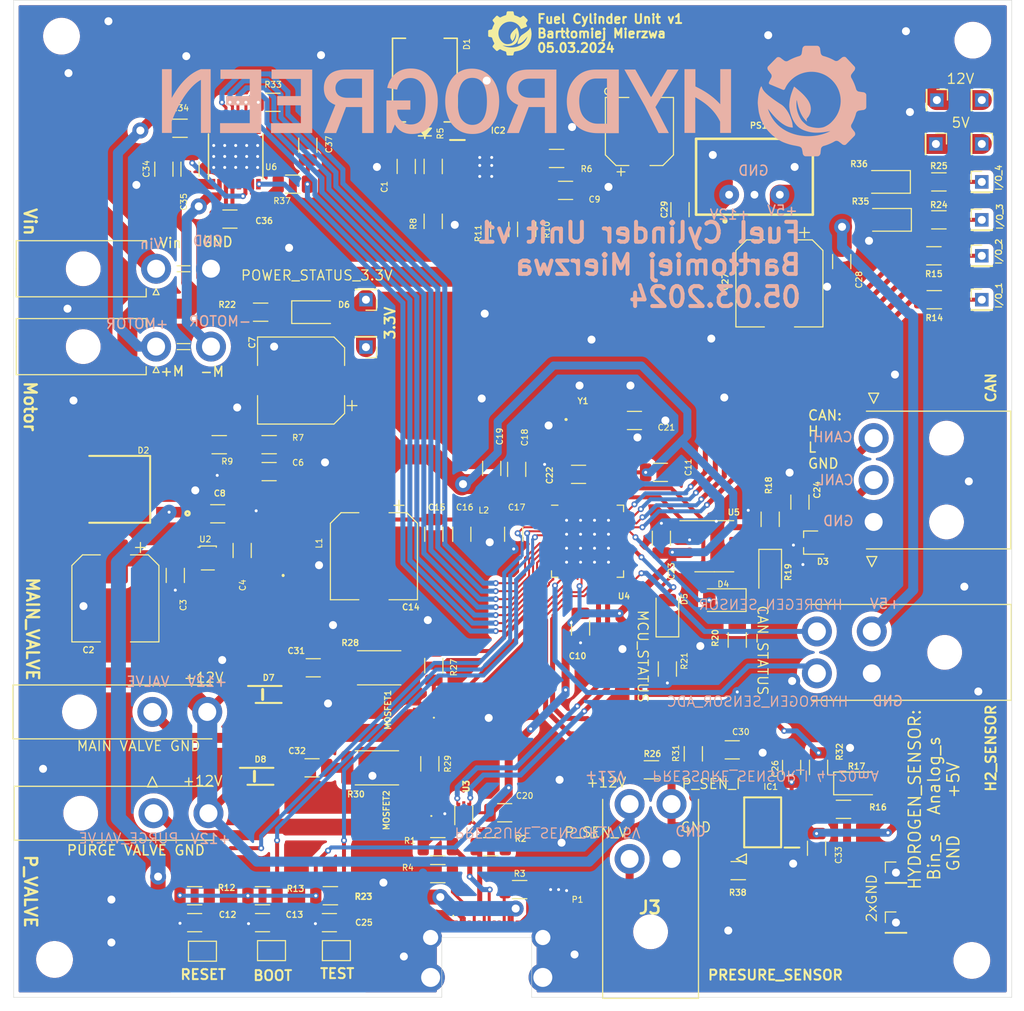
<source format=kicad_pcb>
(kicad_pcb (version 20240108) (generator "pcbnew") (generator_version "8.0")
  (layers (0 "F.Cu" signal) (31 "B.Cu" signal) (34 "B.Paste" user) (35 "F.Paste" user) (36 "B.SilkS" user "B.Silkscreen") (37 "F.SilkS" user "F.Silkscreen") (38 "B.Mask" user) (39 "F.Mask" user) (44 "Edge.Cuts" user))
  (net 0 "")
  (net 1 "/Power /Vin")
  (net 2 "GND")
  (net 3 "Net-(U2-VIN)")
  (net 4 "Net-(U2-BST)")
  (net 5 "Net-(U2-SW)")
  (net 6 "+12V")
  (net 7 "+3.3V")
  (net 8 "Net-(U2-FB)")
  (net 9 "Net-(U2-SS)")
  (net 10 "Net-(IC2-DVDT)")
  (net 11 "/MCU/RESET")
  (net 12 "/MCU/BOOT")
  (net 13 "VDD3P3")
  (net 14 "/MCU/XTAL_N")
  (net 15 "/MCU/XTAL_P")
  (net 16 "Net-(C24-Pad1)")
  (net 17 "/MCU/MCU_TEST")
  (net 18 "/PRESSURE_SENSOR_V_MCU")
  (net 19 "+5V")
  (net 20 "Net-(IC1--IN_B)")
  (net 21 "Net-(U6-VPROPI)")
  (net 22 "Net-(C31-Pad2)")
  (net 23 "Net-(C32-Pad2)")
  (net 24 "/VBUS")
  (net 25 "/IO/CANH")
  (net 26 "/IO/CANL")
  (net 27 "Net-(D4-K)")
  (net 28 "/IO/LED_CAN_STATUS")
  (net 29 "Net-(D5-K)")
  (net 30 "/IO/LED_MCU_STATUS")
  (net 31 "Net-(D6-K)")
  (net 35 "Net-(IC1-+IN_B)")
  (net 36 "/PRESSURE_SENSOR_I_MCU")
  (net 40 "Net-(IC2-OVP)")
  (net 42 "Net-(IC2-IMON)")
  (net 43 "Net-(IC2-ILIM)")
  (net 44 "Net-(IC2-~{FLT})")
  (net 45 "Net-(IC1-+IN_C)")
  (net 46 "/IO/VALVE")
  (net 47 "/IO/PURGE_VALVE")
  (net 48 "Net-(P1-CC)")
  (net 49 "Net-(P1-D+)")
  (net 50 "Net-(P1-D-)")
  (net 51 "Net-(P1-VCONN)")
  (net 52 "/MCU/USB_D-")
  (net 53 "/MCU/USB_D+")
  (net 54 "Net-(R14-Pad1)")
  (net 55 "/I{slash}O_1_MCU")
  (net 56 "Net-(R15-Pad1)")
  (net 57 "/I{slash}O_2_MCU")
  (net 58 "Net-(R24-Pad1)")
  (net 59 "/I{slash}O_3_MCU")
  (net 60 "Net-(R25-Pad1)")
  (net 61 "/I{slash}O_4_MCU")
  (net 62 "Net-(MOSFET1-Pad3)")
  (net 63 "/VALVE_MCU")
  (net 64 "Net-(MOSFET2-Pad3)")
  (net 65 "/PURGE_VALVE_MCU")
  (net 84 "/IO/CAN_RX")
  (net 85 "/IO/CAN_TX")
  (net 94 "Net-(U6-SENSE)")
  (net 95 "Net-(U6-VCP)")
  (net 96 "/IO_2/-MOTOR")
  (net 97 "/IO_2/+MOTOR")
  (net 98 "Net-(U6-CP1)")
  (net 99 "Net-(IC1--IN_C)")
  (net 100 "/IO/PRESSURE_SENSOR_V")
  (net 101 "/IO/PRESSURE_SENSOR_I")
  (net 102 "/HYDROGEN_SENSOR_")
  (net 103 "/HYDROGEN_SENSOR_ADC")
  (net 104 "Net-(U6-CP2)")
  (net 105 "/ADC_MOTOR")
  (net 106 "/FAULT_MOTOR")
  (net 107 "/DIRECTION_MOTOR")
  (net 108 "/ENABLE_MOTOR")
  (net 109 "/DECAY_MODE_MOTOR")
  (net 110 "/DRIVER_SIDE")
  (net 111 "/SLEEP_MOTOR")
  (footprint "Connector_PinHeader_2.00mm:PinHeader_1x01_P2.00mm_Vertical" (layer "F.Cu") (at 146 81.9)
    (property "Reference" "TP9" (hide yes))
    (property "Value" "I/O 1")
  )
  (footprint "Capacitor_SMD:C_1206_3216Metric" (layer "F.Cu") (at 99.1 105.4 -90)
    (property "Reference" "C17")
    (property "Value" "100n")
  )
  (footprint "MountingHole:MountingHole_3.2mm_M3_DIN965" (layer "F.Cu") (at 145.1 55.9)
    (property "Reference" "H1" (hide yes))
    (property "Value" "MountingHole")
  )
  (footprint "Capacitor_SMD:C_1206_3216Metric" (layer "F.Cu") (at 64.055 68.825 90)
    (property "Reference" "C34")
    (property "Value" "100n")
  )
  (footprint "Capacitor_SMD:C_1206_3216Metric" (layer "F.Cu") (at 126.9452 128.76095 90)
    (property "Reference" "C26")
    (property "Value" "4n7")
  )
  (footprint "Diode_SMD:D_1206_3216Metric" (layer "F.Cu") (at 120.1 112 180)
    (property "Reference" "D4")
    (property "Value" "LED")
  )
  (footprint "Capacitor_SMD:C_1206_3216Metric" (layer "F.Cu") (at 91.1 105.4 -90)
    (property "Reference" "C15")
    (property "Value" "1u")
  )
  (footprint "Diode_SMD:PMEG10020ELR" (layer "F.Cu") (at 74.55 121.45)
    (property "Reference" "D7")
    (property "Value" "PMEG10020" (hide yes))
  )
  (footprint "Capacitor_SMD:C_1206_3216Metric" (layer "F.Cu") (at 96.9 98.8 90)
    (property "Reference" "C19")
    (property "Value" "10n")
  )
  (footprint "Connector_PinHeader_2.00mm:PinHeader_1x01_P2.00mm_Vertical" (layer "F.Cu") (at 141.5 61.9 -90)
    (property "Reference" "TP3" (hide yes))
    (property "Value" "+12V")
  )
  (footprint "Resistor_SMD:R_1206_3216Metric" (layer "F.Cu") (at 90.7 128.4 90)
    (property "Reference" "R29")
    (property "Value" "180R")
  )
  (footprint "Resistor_SMD:R_1206_3216Metric" (layer "F.Cu") (at 97.7 74.85 -90)
    (property "Reference" "R11")
    (property "Value" "100k")
  )
  (footprint "Converter_DCDC:TSR-1-24120" (layer "F.Cu") (at 123.224198 71.382)
    (property "Reference" "PS1")
    (property "Value" "TSR_1-2450" (hide yes))
  )
  (footprint "Connector_PinHeader_2.00mm:PinHeader_1x01_P2.00mm_Vertical" (layer "F.Cu") (at 84.3 86.65 180)
    (property "Reference" "TP7" (hide yes))
    (property "Value" "+3.3V")
  )
  (footprint "Resistor_SMD:R_1206_3216Metric" (layer "F.Cu") (at 91.038 68.55 -90)
    (property "Reference" "R5")
    (property "Value" "180k")
  )
  (footprint "Resistor_SMD:R_1206_3216Metric" (layer "F.Cu") (at 141.7 70.1 180)
    (property "Reference" "R25")
    (property "Value" "100R")
  )
  (footprint "Connector_PinHeader_2.00mm:PinHeader_1x01_P2.00mm_Vertical" (layer "F.Cu") (at 137.4 139.3)
    (property "Reference" "TP1" (hide yes))
    (property "Value" "GND")
  )
  (footprint "Resistor_SMD:R_1206_3216Metric" (layer "F.Cu") (at 124.8 103.9 90)
    (property "Reference" "R18")
    (property "Value" "60")
  )
  (footprint "Capacitor_SMD:C_1206_3216Metric" (layer "F.Cu") (at 74.6 99.125 180)
    (property "Reference" "C6")
    (property "Value" "47p")
  )
  (footprint "Jumper:SolderJumper-2_P1.3mm_Open_Pad1.0x1.5mm" (layer "F.Cu") (at 67.920436 147.175436 180)
    (property "Reference" "JP1" (hide yes))
    (property "Value" "SolderJumper_2_Open")
  )
  (footprint "Capacitor_SMD:C_1206_3216Metric" (layer "F.Cu") (at 65.2 109.525 -90)
    (property "Reference" "C3")
    (property "Value" "100n")
  )
  (footprint "Transistor_Power_Module:PMPB15XPAX" (layer "F.Cu") (at 89.3 132.975 180)
    (property "Reference" "MOSFET2")
    (property "Value" "PMPB15XP_115" (hide yes))
  )
  (footprint "MountingHole:MountingHole_3.2mm_M3_DIN965" (layer "F.Cu") (at 145 148.1)
    (property "Reference" "H4" (hide yes))
    (property "Value" "MountingHole")
  )
  (footprint "Capacitor_SMD:C_1206_3216Metric" (layer "F.Cu") (at 113.8 99.2)
    (property "Reference" "C11")
    (property "Value" "100n")
  )
  (footprint "Capacitor_SMD:CP_Elec_8x10.5" (layer "F.Cu") (at 59.2 111.825 -90)
    (property "Reference" "C2")
    (property "Value" "10u")
  )
  (footprint "Resistor_SMD:R_1206_3216Metric" (layer "F.Cu") (at 99.7 141)
    (property "Reference" "R3")
    (property "Value" "5k1")
  )
  (footprint "Capacitor_SMD:C_1206_3216Metric" (layer "F.Cu") (at 70.675 73.825)
    (property "Reference" "C36")
    (property "Value" "100n")
  )
  (footprint "Resistor_SMD:R_1206_3216Metric" (layer "F.Cu") (at 141.2 77.5 180)
    (property "Reference" "R15")
    (property "Value" "1k")
  )
  (footprint "Jumper:SolderJumper-2_P1.3mm_Open_Pad1.0x1.5mm" (layer "F.Cu") (at 74.8375 147.1125 180)
    (property "Reference" "JP2" (hide yes))
    (property "Value" "SolderJumper_2_Open")
  )
  (footprint "LED_SMD:LED_1206_3216Metric" (layer "F.Cu") (at 136.56 70.1 180)
    (property "Reference" "R36")
    (property "Value" "10k")
  )
  (footprint "Resistor_SMD:R_1206_3216Metric" (layer "F.Cu") (at 96.8 136.7)
    (property "Reference" "R2")
    (property "Value" "0")
  )
  (footprint "MountingHole:MountingHole_3.2mm_M3_DIN965" (layer "F.Cu") (at 53.1 148)
    (property "Reference" "H3" (hide yes))
    (property "Value" "MountingHole")
  )
  (footprint "Resistor_SMD:R_1206_3216Metric" (layer "F.Cu") (at 132.1452 132.96095 180)
    (property "Reference" "R16")
    (property "Value" "5k")
  )
  (footprint "LED_SMD:LED_1206_3216Metric" (layer "F.Cu") (at 136.66 73.9 180)
    (property "Reference" "R35")
    (property "Value" "10k")
  )
  (footprint "Resistor_SMD:R_1206_3216Metric" (layer "F.Cu") (at 141.2375 81.9 180)
    (property "Reference" "R14")
    (property "Value" "1k")
  )
  (footprint "Capacitor_SMD:C_1206_3216Metric" (layer "F.Cu") (at 93.9 105.4 -90)
    (property "Reference" "C16")
    (property "Value" "100n")
  )
  (footprint "Capacitor_SMD:CP_Elec_6.3x7.7" (layer "F.Cu") (at 111.7 65.05 90)
    (property "Reference" "C5")
    (property "Value" "47u")
  )
  (footprint "library:SRN3015TA4R7M" (layer "F.Cu") (at 76 107.475 90)
    (property "Reference" "L1")
    (property "Value" "4u7" (hide yes))
  )
  (footprint "library:2169900002" (layer "F.Cu") (at 96.4 147.5)
    (property "Reference" "P1")
    (property "Value" "USB_C_Plug_USB2.0" (hide yes))
  )
  (footprint "Capacitor_SMD:C_1206_3216Metric" (layer "F.Cu") (at 78.475 66.425 90)
    (property "Reference" "C37")
    (property "Value" "1n")
  )
  (footprint "Package_DFN_QFN:QFN-56-1EP_7x7mm_P0.4mm_EP5.6x5.6mm" (layer "F.Cu") (at 106.5 106.1)
    (property "Reference" "U4")
    (property "Value" "ESP32-S3FN8")
  )
  (footprint "Capacitor_SMD:C_1206_3216Metric" (layer "F.Cu") (at 71.9 107.025 -90)
    (property "Reference" "C4")
    (property "Value" "100n")
  )
  (footprint "Package_TO_SOT_SMD:SOT-583-8" (layer "F.Cu") (at 68.46 107.775)
    (property "Reference" "U2")
    (property "Value" "TPS62933")
  )
  (footprint "Resistor_SMD:R_1206_3216Metric" (layer "F.Cu") (at 117.1 127.4 -90)
    (property "Reference" "R31")
    (property "Value" "1k")
  )
  (footprint "Connector_PinHeader_2.00mm:PinHeader_1x01_P2.00mm_Vertical" (layer "F.Cu") (at 146 61.9 -90)
    (property "Reference" "TP4" (hide yes))
    (property "Value" "+12V")
  )
  (footprint "Resistor_SMD:R_1206_3216Metric" (layer "F.Cu") (at 121.5 116 -90)
    (property "Reference" "R20")
    (property "Value" "1k")
  )
  (footprint "Resistor_SMD:R_1206_3216Metric" (layer "F.Cu") (at 103.4 67.75 180)
    (property "Reference" "R6")
    (property "Value" "100k")
  )
  (footprint "Capacitor_SMD:C_1206_3216Metric" (layer "F.Cu") (at 79.0219 118.7781)
    (property "Reference" "C31")
    (property "Value" "20n")
  )
  (footprint "Resistor_SMD:R_1206_3216Metric" (layer "F.Cu") (at 80.7375 141.6125 180)
    (property "Reference" "R23")
    (property "Value" "10k")
  )
  (footprint "Capacitor_SMD:C_1206_3216Metric" (layer "F.Cu") (at 115.764198 72.882 -90)
    (property "Reference" "C29")
    (property "Value" "100n")
  )
  (footprint "Package_TO_SOT_SMD:SOT-666" (layer "F.Cu") (at 94.1 133.4 90)
    (property "Reference" "U3")
    (property "Value" "USBLC6-2P6")
  )
  (footprint "Capacitor_SMD:C_1206_3216Metric" (layer "F.Cu") (at 113.9 105.8 90)
    (property "Reference" "C23")
    (property "Value" "100n")
  )
  (footprint "mbr:SOP65P640X120-17N" (layer "F.Cu") (at 96.4 68.75)
    (property "Reference" "IC2")
    (property "Value" "LM76202QPWPRQ1" (hide yes))
  )
  (footprint "library:SOP65P640X120-14N" (layer "F.Cu") (at 124.0452 134.26095 180)
    (property "Reference" "IC1")
    (property "Value" "AD8544ARUZ-REEL" (hide yes))
  )
  (footprint "Resistor_SMD:R_1206_3216Metric" (layer "F.Cu") (at 91.5 136.7 180)
    (property "Reference" "R1")
    (property "Value" "0")
  )
  (footprint "Transistor_Power_Module:PMPB15XPAX" (layer "F.Cu") (at 89.5569 123.1281 180)
    (property "Reference" "MOSFET1")
    (property "Value" "PMPB15XP_115" (hide yes))
  )
  (footprint "MBRD20100CT-13:TO252_(DPAK)_1" (layer "F.Cu") (at 64.5795 100.9 90)
    (property "Reference" "D2")
    (property "Value" "MBRD20100CT-13" (hide yes))
  )
  (footprint "Capacitor_SMD:C_1206_3216Metric" (layer "F.Cu") (at 98.2 133.3)
    (property "Reference" "C20")
    (property "Value" "100n")
  )
  (footprint "LED_SMD:LED_1206_3216Metric" (layer "F.Cu") (at 124.8 109.2 -90)
    (property "Reference" "R19")
    (property "Value" "60")
  )
  (footprint "Capacitor_SMD:C_1206_3216Metric" (layer "F.Cu") (at 80.6375 144.3125 180)
    (property "Reference" "C25")
    (property "Value" "1u")
  )
  (footprint "Resistor_SMD:R_2512_6332Metric" (layer "F.Cu") (at 85.4 128.8)
    (property "Reference" "R30")
    (property "Value" "100R 0,5W")
  )
  (footprint "Package_SO:HTSSOP-16-1EP_4.4x5mm_P0.65mm_EP3.4x5mm_Mask3x3mm_ThermalVias" (layer "F.Cu") (at 71.25 67.55 -90)
    (property "Reference" "U6")
    (property "Value" "DRV8801PWP")
  )
  (footprint "Resistor_SMD:R_1206_3216Metric" (layer "F.Cu") (at 67.1375 141.6125 180)
    (property "Reference" "R12")
    (property "Value" "10k")
  )
  (footprint "Connector_PinHeader_2.00mm:PinHeader_1x01_P2.00mm_Vertical" (layer "F.Cu") (at 146 73.9)
    (property "Reference" "TP11" (hide yes))
    (property "Value" "I/O 3")
  )
  (footprint "Connector_PinHeader_2.00mm:PinHeader_1x01_P2.00mm_Vertical" (layer "F.Cu") (at 84.3 81.9 180)
    (property "Reference" "TP8" (hide yes))
    (property "Value" "+3.3V")
  )
  (footprint "Resistor_SMD:R_1206_3216Metric" (layer "F.Cu") (at 91.1 118.56235 90)
    (property "Reference" "R27")
    (property "Value" "180R")
  )
  (footprint "Connector_PinHeader_2.00mm:PinHeader_1x01_P2.00mm_Vertical" (layer "F.Cu") (at 137.4 144.3)
    (property "Reference" "TP2" (hide yes))
    (property "Value" "GND")
  )
  (footprint "Lib:39-30-104Y" (layer "F.Cu") (at 114.91575 137.9281)
    (property "Reference" "J3")
    (property "Value" "V_P" (hide yes))
  )
  (footprint "Connector_PinHeader_2.00mm:PinHeader_1x01_P2.00mm_Vertical" (layer "F.Cu") (at 146 66.3 -90)
    (property "Reference" "TP6" (hide yes))
    (property "Value" "+5V")
  )
  (footprint "Resistor_SMD:R_1206_3216Metric" (layer "F.Cu") (at 91.038 74.05 -90)
    (property "Reference" "R8")
    (property "Value" "12k")
  )
  (footprint "Diode_SMD:D_1206_3216Metric" (layer "F.Cu") (at 114.5 113.4 90)
    (property "Reference" "D5")
    (property "Value" "LED")
  )
  (footprint "Capacitor_SMD:C_1206_3216Metric" (layer "F.Cu") (at 111.2 94)
    (property "Reference" "C21")
    (property "Value" "12p")
  )
  (footprint "Resistor_SMD:R_2512_6332Metric" (layer "F.Cu") (at 85.6219 118.7781)
    (property "Reference" "R28")
    (property "Value" "100R 0,5W")
  )
  (footprint "Resistor_SMD:R_1206_3216Metric" (layer "F.Cu") (at 129.6452 128.76095 90)
    (property "Reference" "R32")
    (property "Value" "1k")
  )
  (footprint "Capacitor_SMD:C_1206_3216Metric" (layer "F.Cu") (at 99.4 98.9 90)
    (property "Reference" "C18")
    (property "Value" "1u")
  )
  (footprint "Resistor_SMD:R_1206_3216Metric" (layer "F.Cu") (at 65.675 64.725 180)
    (property "Reference" "R34")
    (property "Value" "0.2")
  )
  (footprint "Capacitor_SMD:CP_Elec_8x10.5" (layer "F.Cu") (at 77.8 90 180)
    (property "Reference" "C7")
    (property "Value" "100u")
  )
  (footprint "Capacitor_SMD:C_1206_3216Metric" (layer "F.Cu") (at 105.6 99.4 180)
    (property "Reference" "C22")
    (property "Value" "12p")
  )
  (footprint "Resistor_SMD:R_1206_3216Metric" (layer "F.Cu") (at 73.75 83.15 180)
    (property "Reference" "R22")
    (property "Value" "1k")
  )
  (footprint "library:KC3225K400000C1GE00" (layer "F.Cu") (at 106.2 95.1 -90)
    (property "Reference" "Y1")
    (property "Value" "Crystal_GND24" (hide yes))
  )
  (footprint "Resistor_SMD:R_1206_3216Metric" (layer "F.Cu") (at 74.975 62.125)
    (property "Reference" "R33")
    (property "Value" "10k")
  )
  (footprint "Connector_Molex:39-30-102Y" (layer "F.Cu") (at 62.9 123.2 -90)
    (property "Reference" "J8" (hide yes))
    (property "Value" "VALVE" (hide yes))
  )
  (footprint "MountingHole:MountingHole_3.2mm_M3_DIN965" (layer "F.Cu") (at 53.8 55.5)
    (property "Reference" "H2" (hide yes))
    (property "Value" "MountingHole")
  )
  (footprint "Resistor_SMD:R_1206_3216Metric" (layer "F.Cu") (at 121.6 139.1)
    (property "Reference" "R38")
    (property "Value" "0")
  )
  (footprint "Lib:39-30-104Y" (layer "F.Cu") (at 134.9781 115.13425 90)
    (property "Reference" "J4" (hide yes))
    (property "Value" "Conn_01x04" (hide yes))
  )
  (footprint "Package_SO:SOIC-8_3.9x4.9mm_P1.27mm" (layer "F.Cu") (at 119.2 106.6)
    (property "Reference" "U5")
    (property "Value" "SN65HVD232")
  )
  (footprint "Resistor_SMD:R_1206_3216Metric" (layer "F.Cu") (at 112.9 129)
    (property "Reference" "R26")
    (property "Value" "150R")
  )
  (footprint "Capacitor_SMD:C_1206_3216Metric" (layer "F.Cu") (at 104.3 70.95)
    (property "Reference" "C9")
    (property "Value" "2n7")
  )
  (footprint "Capacitor_SMD:C_1206_3216Metric" (layer "F.Cu") (at 73.9375 144.3125 180)
    (property "Reference" "C13")
    (property "Value" "1u")
  )
  (footprint "Resistor_SMD:R_1206_3216Metric" (layer "F.Cu") (at 141.7 73.9 180)
    (property "Reference" "R24")
    (property "Value" "100R")
  )
  (footprint "Capacitor_SMD:C_1206_3216Metric" (layer "F.Cu") (at 131.964198 78.082 -90)
    (property "Reference" "C28")
    (property "Value" "100n")
  )
  (footprint "Resistor_SMD:R_1206_3216Metric" (layer "F.Cu") (at 74.6 96.425 180)
    (property "Reference" "R7")
    (property "Value" "32k")
  )
  (footprint "Connector_Molex:Molex_Mini-Fit_Jr_5569-02A2_2x01_P4.20mm_Horizontal" (layer "F.Cu") (at 63.275 86.6 90)
    (property "Reference" "J10" (hide yes))
    (property "Value" "Battery")
  )
  (footprint "Capacitor_SMD:CP_Elec_8x10.5" (layer "F.Cu") (at 85.1 107.6 -90)
    (property "Reference" "C14")
    (property "Value" "10u")
  )
  (footprint "Connector_PinHeader_2.00mm:PinHeader_1x01_P2.00mm_Vertical" (layer "F.Cu") (at 146 70.1)
    (property "Reference" "TP12" (hide yes))
    (property "Value" "I/O 4")
  )
  (footprint "Capacitor_SMD:C_1206_3216Metric" (layer "F.Cu") (at 105.8 114.8 -90)
    (property "Reference" "C10")
    (property "Value" "100n")
  )
  (footprint "Resistor_SMD:R_1206_3216Metric" (layer "F.Cu") (at 100.4 74.85 -90)
    (property "Reference" "R10")
    (property "Value" "56k")
  )
  (footprint "Connector_Molex:39303035" (layer "F.Cu") (at 135.1652 95.7685 90)
    (property "Reference" "J2" (hide yes))
    (property "Value" "CAN" (hide yes))
  )
  (footprint "Connector_Molex:Molex_Mini-Fit_Jr_5569-02A2_2x01_P4.20mm_Horizontal" (layer "F.Cu") (at 63.275 78.8 90)
    (property "Reference" "J1" (hide yes))
    (property "Value" "Battery")
  )
  (footprint "Capacitor_SMD:C_1206_3216Metric" (layer "F.Cu") (at 121 127)
    (property "Reference" "C30")
    (property "Value" "4n7")
  )
  (footprint "Capacitor_SMD:CP_Elec_8x10.5" (layer "F.Cu") (at 125.724198 80.269 -90)
    (property "Reference" "C27")
    (property "Value" "10u")
  )
  (footprint "Capacitor_SMD:C_1206_3216Metric" (layer "F.Cu") (at 78.9 128.8)
    (property "Reference" "C32")
    (property "Value" "20n")
  )
  (footprint "Diode_SMD:PMEG10020ELR" (layer "F.Cu") (at 73.73 129.65)
    (property "Reference" "D8")
    (property "Value" "PMEG10020" (hide yes))
  )
  (footprint "Capacitor_SMD:C_1206_3216Metric" (layer "F.Cu") (at 88.338 68.55 -90)
    (property "Reference" "C1")
    (property "Value" "1u")
  )
  (footprint "Resistor_SMD:R_1206_3216Metric" (layer "F.Cu") (at 69.6 96.425 180)
    (property "Reference" "R9")
    (property "Value" "10k")
  )
  (footprint "Capacitor_SMD:C_1206_3216Metric" (layer "F.Cu") (at 69.45 103.35 180)
    (property "Reference" "C8")
    (property "Value" "33n")
  )
  (footprint "Connector_PinHeader_2.00mm:PinHeader_1x01_P2.00mm_Vertical" (layer "F.Cu") (at 146 77.5)
    (property "Reference" "TP10" (hide yes))
    (property "Value" "I/O 2")
  )
  (footprint "LED_SMD:LED_1206_3216Metric" (layer "F.Cu") (at 133.4452 130.36095)
    (property "Reference" "R17")
    (property "Value" "10k")
  )
  (footprint "Package_TO_SOT_SMD:SOT-323_SC-70" (layer "F.Cu") (at 128.8781 106.23425 180)
    (property "Reference" "D3")
    (property "Value" "SP0502BAJT")
  )
  (footprint "Resistor_SMD:R_1206_3216Metric" (layer "F.Cu") (at 76.975 70.325)
    (property "Reference" "R37")
    (property "Value" "100k")
  )
  (footprint "Jumper:SolderJumper-2_P1.3mm_Open_Pad1.0x1.5mm" (layer "F.Cu") (at 81.3375 147.1125 180)
    (property "Reference" "JP3" (hide yes))
    (property "Value" "SolderJumper_2_Open")
  )
  (footprint "Capacitor_SMD:C_1206_3216Metric" (layer "F.Cu") (at 127.7781 102.18425 90)
    (property "Reference" "C24")
    (property "Value" "4n7")
  )
  (footprint "Diode_SMD:D_1206_3216Metric" (layer "F.Cu") (at 79.15 83.15)
    (property "Reference" "D6")
    (property "Value" "LED")
  )
  (footprint "Resistor_SMD:R_1206_3216Metric" (layer "F.Cu") (at 114.5 118.9 -90)
    (property "Reference" "R21")
    (property "Value" "1k")
  )
  (footprint "Capacitor_SMD:C_1206_3216Metric" (layer "F.Cu") (at 66.675 68.825 90)
    (property "Reference" "C35")
    (property "Value" "100n")
  )
  (footprint "Capacitor_SMD:C_1206_3216Metric" (layer "F.Cu") (at 129.4452 136.86095 -90)
    (property "Reference" "C33")
    (property "Value" "100n")
  )
  (footprint "Inductor_SMD:L_0402_1005Metric" (layer "F.Cu") (at 96.5 103.9)
    (property "Reference" "L2")
    (property "Value" "2n")
  )
  (footprint "Resistor_SMD:R_1206_3216Metric" (layer "F.Cu") (at 91.5 139.4 180)
    (property "Reference" "R4")
    (property "Value" "5k1")
  )
  (footprint "Connector_Molex:39-30-102Y" (layer "F.Cu") (at 63.0219 133.35 -90)
    (property "Reference" "J9" (hide yes))
    (property "Value" "PURGE_VALVE" (hide yes))
  )
  (footprint "Resistor_SMD:R_1206_3216Metric" (layer "F.Cu") (at 73.9375 141.6125 180)
    (property "Reference" "R13")
    (property "Value" "10k")
  )
  (footprint "Capacitor_SMD:C_1206_3216Metric" (layer "F.Cu") (at 67.1375 144.3125 180)
    (property "Reference" "C12")
    (property "Value" "1u")
  )
  (footprint "Connector_PinHeader_2.00mm:PinHeader_1x01_P2.00mm_Vertical" (layer "F.Cu") (at 141.4 66.3 -90)
    (property "Reference" "TP5" (hide yes))
    (property "Value" "+5V")
  )
  (footprint "lib:TPSMCSeries_LTF" (layer "F.Cu") (at 90.2 59.9 90)
    (property "Reference" "D1")
    (property "Value" "TPSMC30CA")
  )
  (gr_poly (pts (xy 128.299098 56.463367) (xy 128.283344 56.465977) (xy 128.267856 56.469474) (xy 128.252651 56.473835) (xy 128.237747 56.47904) (xy 128.22316 56.485065) (xy 128.208907 56.49189) (xy 128.195006 56.499493) (xy 128.181473 56.507851) (xy 128.168325 56.516943) (xy 128.155579 56.526747) (xy 128.143252 56.537242) (xy 128.131361 56.548406) (xy 128.119923 56.560216) (xy 128.098474 56.585689) (xy 128.07904 56.613488) (xy 128.061758 56.643437) (xy 128.046762 56.675364) (xy 128.034188 56.709092) (xy 128.024173 56.744449) (xy 128.016851 56.781258) (xy 128.012358 56.819347) (xy 128.011215 56.838817) (xy 128.010831 56.85854) (xy 127.957914 57.202499) (xy 127.956405 57.216024) (xy 127.954365 57.229312) (xy 127.951806 57.242358) (xy 127.948741 57.255157) (xy 127.945183 57.267704) (xy 127.941142 57.279994) (xy 127.936631 57.292023) (xy 127.931662 57.303785) (xy 127.926248 57.315275) (xy 127.9204 57.32649) (xy 127.914131 57.337424) (xy 127.907452 57.348071) (xy 127.900376 57.358429) (xy 127.892915 57.36849) (xy 127.876885 57.387707) (xy 127.859461 57.405684) (xy 127.840738 57.422382) (xy 127.820813 57.437762) (xy 127.799784 57.451786) (xy 127.777747 57.464414) (xy 127.7548 57.475609) (xy 127.731038 57.48533) (xy 127.70656 57.49354) (xy 127.562744 57.535708) (xy 127.419239 57.582837) (xy 127.276353 57.634927) (xy 127.134398 57.691978) (xy 126.993683 57.75399) (xy 126.854519 57.820962) (xy 126.717214 57.892896) (xy 126.582081 57.96979) (xy 126.559459 57.981266) (xy 126.536295 57.9909) (xy 126.512666 57.998713) (xy 126.48865 58.004723) (xy 126.464323 58.008951) (xy 126.439764 58.011415) (xy 126.415049 58.012136) (xy 126.390258 58.011131) (xy 126.365466 58.008421) (xy 126.340751 58.004026) (xy 126.316192 57.997963) (xy 126.291866 57.990254) (xy 126.267849 57.980917) (xy 126.24422 57.969971) (xy 126.221056 57.957436) (xy 126.198435 57.943332) (xy 125.920623 57.731665) (xy 125.905589 57.71717) (xy 125.890272 57.703453) (xy 125.874699 57.690516) (xy 125.858895 57.678361) (xy 125.842888 57.666991) (xy 125.826704 57.656408) (xy 125.81037 57.646615) (xy 125.793912 57.637614) (xy 125.777357 57.629408) (xy 125.760733 57.621998) (xy 125.744064 57.615388) (xy 125.727379 57.60958) (xy 125.710703 57.604576) (xy 125.694064 57.600378) (xy 125.677487 57.59699) (xy 125.661 57.594413) (xy 125.64463 57.59265) (xy 125.628402 57.591703) (xy 125.612344 57.591575) (xy 125.596482 57.592268) (xy 125.580843 57.593785) (xy 125.565454 57.596128) (xy 125.55034 57.599299) (xy 125.53553 57.603301) (xy 125.521049 57.608136) (xy 125.506924 57.613807) (xy 125.493181 57.620317) (xy 125.479849 57.627666) (xy 125.466952 57.635859) (xy 125.454517 57.644897) (xy 125.442572 57.654783) (xy 125.431143 57.665519) (xy 124.597706 58.512186) (xy 124.586969 58.523653) (xy 124.577083 58.535705) (xy 124.568045 58.548311) (xy 124.559853 58.561434) (xy 124.552503 58.575042) (xy 124.545994 58.5891) (xy 124.540323 58.603575) (xy 124.535487 58.618433) (xy 124.531485 58.63364) (xy 124.528314 58.649161) (xy 124.525971 58.664964) (xy 124.524454 58.681013) (xy 124.523761 58.697276) (xy 124.523889 58.713718) (xy 124.524836 58.730306) (xy 124.526599 58.747004) (xy 124.529176 58.763781) (xy 124.532564 58.7806) (xy 124.536762 58.79743) (xy 124.541766 58.814235) (xy 124.547574 58.830983) (xy 124.554185 58.847638) (xy 124.561594 58.864167) (xy 124.569801 58.880536) (xy 124.578802 58.896712) (xy 124.588595 58.91266) (xy 124.599177 58.928346) (xy 124.610547 58.943736) (xy 124.622702 58.958798) (xy 124.635639 58.973496) (xy 124.649357 58.987796) (xy 124.663851 59.001666) (xy 124.875518 59.279478) (xy 124.889622 59.299919) (xy 124.902157 59.321465) (xy 124.913103 59.34398) (xy 124.92244 59.367328) (xy 124.930149 59.391374) (xy 124.936212 59.415981) (xy 124.940607 59.441015) (xy 124.943317 59.46634) (xy 124.944321 59.49182) (xy 124.943601 59.517319) (xy 124.941137 59.542702) (xy 124.936909 59.567832) (xy 124.930899 59.592576) (xy 124.923086 59.616796) (xy 124.913452 59.640357) (xy 124.901976 59.663124) (xy 124.842652 59.774332) (xy 124.784568 59.88802) (xy 124.728964 60.001708) (xy 124.677081 60.112916) (xy 124.673591 60.120394) (xy 124.67056 60.127937) (xy 124.667979 60.135534) (xy 124.665841 60.143172) (xy 124.664139 60.150839) (xy 124.662866 60.158523) (xy 124.662015 60.166212) (xy 124.661578 60.173894) (xy 124.661547 60.181556) (xy 124.661917 60.189187) (xy 124.662679 60.196774) (xy 124.663826 60.204305) (xy 124.66535 60.211769) (xy 124.667246 60.219153) (xy 124.669505 60.226444) (xy 124.67212 60.233632) (xy 124.675083 60.240703) (xy 124.678389 60.247646) (xy 124.682028 60.254448) (xy 124.685995 60.261098) (xy 124.690281 60.267583) (xy 124.69488 60.273891) (xy 124.699784 60.28001) (xy 124.704986 60.285928) (xy 124.710478 60.291633) (xy 124.716254 60.297113) (xy 124.722307 60.302355) (xy 124.728628 60.307348) (xy 124.73521 60.312079) (xy 124.742047 60.316537) (xy 124.749131 60.320709) (xy 124.756455 60.324582) (xy 126.066143 60.866978) (xy 126.073621 60.870467) (xy 126.081164 60.873499) (xy 126.088761 60.87608) (xy 126.096399 60.878218) (xy 126.104066 60.879919) (xy 126.111751 60.881192) (xy 126.119439 60.882044) (xy 126.127121 60.882481) (xy 126.134783 60.882511) (xy 126.142414 60.882142) (xy 126.150001 60.88138) (xy 126.157533 60.880233) (xy 126.164996 60.878708) (xy 126.17238 60.876813) (xy 126.179671 60.874554) (xy 126.186859 60.871939) (xy 126.19393 60.868975) (xy 126.200873 60.86567) (xy 126.207675 60.86203) (xy 126.214325 60.858064) (xy 126.22081 60.853778) (xy 126.227118 60.849179) (xy 126.233237 60.844275) (xy 126.239155 60.839073) (xy 126.24486 60.83358) (xy 126.25034 60.827804) (xy 126.255582 60.821752) (xy 126.260575 60.815431) (xy 126.265306 60.808848) (xy 126.269764 60.802011) (xy 126.273935 60.794927) (xy 126.277809 60.787603) (xy 126.30866 60.716138) (xy 126.341681 60.645622) (xy 126.376872 60.576075) (xy 126.414235 60.507517) (xy 126.453767 60.439966) (xy 126.49547 60.373442) (xy 126.539343 60.307965) (xy 126.585387 60.243554) (xy 126.633601 60.180227) (xy 126.683986 60.118006) (xy 126.736541 60.056908) (xy 126.791266 59.996954) (xy 126.848162 59.938162) (xy 126.907228 59.880553) (xy 126.968465 59.824144) (xy 127.031872 59.768957) (xy 127.136366 59.683653) (xy 127.243838 59.603854) (xy 127.354086 59.529564) (xy 127.466909 59.460785) (xy 127.582106 59.397519) (xy 127.699476 59.339768) (xy 127.818817 59.287536) (xy 127.939929 59.240824) (xy 128.062611 59.199635) (xy 128.186661 59.163971) (xy 128.311879 59.133836) (xy 128.438064 59.10923) (xy 128.565014 59.090157) (xy 128.692528 59.076619) (xy 128.820406 59.068618) (xy 128.948446 59.066158) (xy 129.076447 59.069239) (xy 129.204209 59.077866) (xy 129.33153 59.092039) (xy 129.458208 59.111762) (xy 129.584044 59.137037) (xy 129.708836 59.167867) (xy 129.832382 59.204253) (xy 129.954483 59.246198) (xy 130.074936 59.293705) (xy 130.193541 59.346777) (xy 130.310097 59.405415) (xy 130.424403 59.469621) (xy 130.536257 59.539399) (xy 130.645458 59.614751) (xy 130.751806 59.695679) (xy 130.8551 59.782186) (xy 130.947149 59.865491) (xy 131.034779 59.951604) (xy 131.196785 60.1317) (xy 131.341117 60.321368) (xy 131.467776 60.519505) (xy 131.576761 60.725006) (xy 131.668074 60.936767) (xy 131.741713 61.153682) (xy 131.797678 61.374647) (xy 131.83597 61.598558) (xy 131.856589 61.824309) (xy 131.859535 62.050798) (xy 131.844807 62.276917) (xy 131.812406 62.501565) (xy 131.762332 62.723634) (xy 131.694584 62.942022) (xy 131.609163 63.155623) (xy 131.581257 63.214844) (xy 131.552112 63.273445) (xy 131.521726 63.331426) (xy 131.4901 63.388787) (xy 131.457234 63.445528) (xy 131.423128 63.501648) (xy 131.387781 63.557149) (xy 131.351194 63.612029) (xy 131.313367 63.66629) (xy 131.274299 63.71993) (xy 131.233992 63.77295) (xy 131.192444 63.82535) (xy 131.149656 63.877129) (xy 131.105627 63.928289) (xy 131.060359 63.978829) (xy 131.01385 64.028748) (xy 130.954215 64.091432) (xy 130.924204 64.121475) (xy 130.893961 64.150704) (xy 130.863407 64.179159) (xy 130.832466 64.206876) (xy 130.801059 64.233897) (xy 130.76911 64.260258) (xy 130.736541 64.285999) (xy 130.703275 64.311159) (xy 130.669233 64.335777) (xy 130.634338 64.35989) (xy 130.598514 64.383539) (xy 130.561681 64.406761) (xy 130.523764 64.429595) (xy 130.484684 64.452081) (xy 130.392545 64.502466) (xy 130.310637 64.545099) (xy 130.27168 64.5638) (xy 130.233071 64.580911) (xy 130.194075 64.596549) (xy 130.153954 64.610832) (xy 130.111974 64.623873) (xy 130.067396 64.635791) (xy 130.019486 64.646701) (xy 129.967506 64.65672) (xy 129.91072 64.665964) (xy 129.848391 64.674548) (xy 129.779784 64.68259) (xy 129.704162 64.690206) (xy 129.654889 64.691744) (xy 129.597089 64.691343) (xy 129.46025 64.684419) (xy 129.302327 64.668812) (xy 129.218172 64.65756) (xy 129.132001 64.643904) (xy 129.044901 64.627768) (xy 128.957955 64.609074) (xy 128.87225 64.587745) (xy 128.78887 64.563702) (xy 128.708901 64.536869) (xy 128.633427 64.507168) (xy 128.563535 64.474522) (xy 128.500309 64.438852) (xy 128.437806 64.391568) (xy 128.362436 64.330951) (xy 128.278694 64.259793) (xy 128.191077 64.180883) (xy 128.14722 64.139393) (xy 128.10408 64.097012) (xy 128.062219 64.054089) (xy 128.022199 64.010971) (xy 127.984581 63.968009) (xy 127.949929 63.92555) (xy 127.918804 63.883944) (xy 127.891767 63.84354) (xy 127.827126 63.734225) (xy 127.767175 63.624483) (xy 127.711952 63.514199) (xy 127.661497 63.403256) (xy 127.615847 63.291538) (xy 127.575042 63.178929) (xy 127.53912 63.065312) (xy 127.508121 62.950571) (xy 127.482083 62.83459) (xy 127.461044 62.717252) (xy 127.445043 62.598441) (xy 127.43412 62.478042) (xy 127.428313 62.355937) (xy 127.427661 62.23201) (xy 127.432202 62.106146) (xy 127.441975 61.978227) (xy 127.442127 61.973415) (xy 127.44257 61.968874) (xy 127.443283 61.964565) (xy 127.444249 61.960451) (xy 127.445447 61.956491) (xy 127.446859 61.952648) (xy 127.448464 61.948882) (xy 127.450244 61.945154) (xy 127.452178 61.941427) (xy 127.454248 61.937661) (xy 127.458718 61.929858) (xy 127.463498 61.921435) (xy 127.465956 61.916894) (xy 127.468433 61.912081) (xy 127.497168 62.063471) (xy 127.529024 62.214725) (xy 127.564328 62.365397) (xy 127.603412 62.515042) (xy 127.646604 62.663215) (xy 127.694233 62.809469) (xy 127.74663 62.953359) (xy 127.804123 63.094439) (xy 127.867042 63.232263) (xy 127.935717 63.366386) (xy 128.010477 63.496362) (xy 128.091651 63.621745) (xy 128.179568 63.74209) (xy 128.274559 63.85695) (xy 128.376953 63.965881) (xy 128.487078 64.068436) (xy 128.482276 64.043512) (xy 128.477803 64.018491) (xy 128.469922 63.969011) (xy 128.463592 63.921701) (xy 128.461057 63.899393) (xy 128.458967 63.878267) (xy 128.457343 63.858537) (xy 128.456203 63.840414) (xy 128.455566 63.824114) (xy 128.455453 63.809848) (xy 128.455883 63.79783) (xy 128.456874 63.788273) (xy 128.458447 63.78139) (xy 128.459458 63.779018) (xy 128.460621 63.777395) (xy 128.632601 63.565729) (xy 128.645829 63.53927) (xy 128.692658 63.462069) (xy 128.733963 63.384266) (xy 128.769804 63.305883) (xy 128.800238 63.226938) (xy 128.825324 63.147449) (xy 128.845119 63.067438) (xy 128.859683 62.986923) (xy 128.869072 62.905924) (xy 128.873345 62.824459) (xy 128.87256 62.742549) (xy 128.866775 62.660212) (xy 128.856049 62.577468) (xy 128.84044 62.494337) (xy 128.820005 62.410838) (xy 128.794803 62.32699) (xy 128.764892 62.242812) (xy 128.76369 62.242774) (xy 128.762564 62.242663) (xy 128.761509 62.242485) (xy 128.760526 62.242243) (xy 128.75961 62.241944) (xy 128.758759 62.241591) (xy 128.757971 62.24119) (xy 128.757244 62.240745) (xy 128.756575 62.240261) (xy 128.755962 62.239743) (xy 128.755402 62.239197) (xy 128.754893 62.238626) (xy 128.754432 62.238036) (xy 128.754017 62.237431) (xy 128.753646 62.236816) (xy 128.753317 62.236197) (xy 128.753026 62.235578) (xy 128.752771 62.234963) (xy 128.752361 62.233768) (xy 128.752067 62.232651) (xy 128.75187 62.23165) (xy 128.75175 62.230803) (xy 128.751689 62.230151) (xy 128.751663 62.229582) (xy 128.730756 62.177951) (xy 128.707815 62.127212) (xy 128.682975 62.077325) (xy 128.656371 62.028251) (xy 128.62814 61.979953) (xy 128.598416 61.932392) (xy 128.567336 61.885528) (xy 128.535035 61.839323) (xy 128.501649 61.793738) (xy 128.467313 61.748734) (xy 128.396336 61.660316) (xy 128.323188 61.573758) (xy 128.248954 61.48875) (xy 128.152914 61.385785) (xy 128.053617 61.285145) (xy 127.951531 61.186675) (xy 127.847118 61.090221) (xy 127.740846 60.995627) (xy 127.633178 60.902739) (xy 127.52458 60.811401) (xy 127.415517 60.721458) (xy 127.402962 60.709208) (xy 127.390118 60.697248) (xy 127.377001 60.685559) (xy 127.363633 60.674123) (xy 127.336219 60.651928) (xy 127.308029 60.630508) (xy 127.27922 60.609708) (xy 127.249945 60.589373) (xy 127.190621 60.549479) (xy 127.188289 60.554437) (xy 127.186229 60.559375) (xy 127.1844 60.564275) (xy 127.182766 60.569116) (xy 127.181287 60.57388) (xy 127.179924 60.578547) (xy 127.177392 60.587513) (xy 127.176145 60.591773) (xy 127.17486 60.595859) (xy 127.173497 60.599751) (xy 127.172018 60.603429) (xy 127.170384 60.606876) (xy 127.168556 60.61007) (xy 127.167557 60.611566) (xy 127.166495 60.612993) (xy 127.165366 60.614346) (xy 127.164163 60.615625) (xy 127.105355 60.759544) (xy 127.048408 60.903773) (xy 126.993941 61.048622) (xy 126.942574 61.194401) (xy 126.894929 61.341421) (xy 126.851624 61.48999) (xy 126.81328 61.64042) (xy 126.780517 61.793021) (xy 126.770595 61.854826) (xy 126.760673 61.920352) (xy 126.740829 62.057604) (xy 126.731553 62.122665) (xy 126.723673 62.188656) (xy 126.717343 62.255267) (xy 126.712718 62.322188) (xy 126.709953 62.389108) (xy 126.709204 62.455719) (xy 126.710625 62.52171) (xy 126.714371 62.586771) (xy 126.714371 62.6) (xy 126.71452 62.605113) (xy 126.71494 62.610516) (xy 126.715592 62.616191) (xy 126.716438 62.622118) (xy 126.718557 62.634649) (xy 126.720986 62.647956) (xy 126.723414 62.661883) (xy 126.725533 62.676275) (xy 126.726379 62.683597) (xy 126.727031 62.690977) (xy 126.727451 62.698396) (xy 126.7276 62.705834) (xy 126.752017 62.860682) (xy 126.798914 63.083899) (xy 126.83239 63.214992) (xy 126.873405 63.355794) (xy 126.922598 63.503844) (xy 126.980608 63.65668) (xy 127.048075 63.811842) (xy 127.125638 63.966868) (xy 127.213937 64.119297) (xy 127.313611 64.266668) (xy 127.367914 64.337688) (xy 127.4253 64.406521) (xy 127.48585 64.472858) (xy 127.549643 64.536393) (xy 127.61676 64.596818) (xy 127.68728 64.653825) (xy 127.761284 64.707106) (xy 127.838851 64.756354) (xy 127.886296 64.785357) (xy 127.9344 64.812888) (xy 127.983202 64.839023) (xy 128.032741 64.863841) (xy 128.083054 64.887418) (xy 128.134181 64.909833) (xy 128.186161 64.931163) (xy 128.239033 64.951484) (xy 128.347605 64.989415) (xy 128.460208 65.024245) (xy 128.577152 65.056595) (xy 128.698746 65.087083) (xy 128.787601 65.105551) (xy 128.875661 65.121345) (xy 128.963062 65.134581) (xy 129.049939 65.145375) (xy 129.136429 65.153843) (xy 129.222668 65.160103) (xy 129.30879 65.164269) (xy 129.394931 65.166459) (xy 129.567815 65.165374) (xy 129.742404 65.157777) (xy 129.919783 65.1446) (xy 130.101038 65.126772) (xy 130.16106 65.120028) (xy 130.231469 65.110028) (xy 130.400348 65.082123) (xy 130.828642 65.007709) (xy 130.637454 65.100117) (xy 130.438911 65.183751) (xy 130.233722 65.258442) (xy 130.022593 65.32402) (xy 129.806232 65.380316) (xy 129.585346 65.42716) (xy 129.360642 65.464382) (xy 129.132828 65.491813) (xy 128.902612 65.509284) (xy 128.670699 65.516624) (xy 128.437798 65.513665) (xy 128.204616 65.500237) (xy 127.971861 65.476169) (xy 127.740239 65.441293) (xy 127.510458 65.395439) (xy 127.283226 65.338438) (xy 127.059249 65.270119) (xy 126.839235 65.190314) (xy 126.623891 65.098852) (xy 126.413925 64.995565) (xy 126.210043 64.880282) (xy 126.012954 64.752834) (xy 125.823365 64.613052) (xy 125.641982 64.460765) (xy 125.469514 64.295805) (xy 125.306667 64.118002) (xy 125.154149 63.927186) (xy 125.012667 63.723188) (xy 124.882928 63.505838) (xy 124.765641 63.274966) (xy 124.661511 63.030403) (xy 124.571247 62.77198) (xy 124.782319 63.043152) (xy 125.034474 63.346415) (xy 125.174069 63.503443) (xy 125.321666 63.66053) (xy 125.476511 63.81502) (xy 125.637849 63.964258) (xy 125.804922 64.10559) (xy 125.976975 64.23636) (xy 126.153253 64.353914) (xy 126.24274 64.406905) (xy 126.333 64.455597) (xy 126.423938 64.499657) (xy 126.51546 64.538754) (xy 126.607471 64.572556) (xy 126.699877 64.60073) (xy 126.792583 64.622946) (xy 126.885495 64.638871) (xy 126.978519 64.648173) (xy 127.07156 64.650521) (xy 127.018642 64.213957) (xy 126.990301 64.089514) (xy 126.955003 63.960071) (xy 126.912922 63.82683) (xy 126.864233 63.690992) (xy 126.80911 63.553759) (xy 126.747728 63.416332) (xy 126.680262 63.279913) (xy 126.606884 63.145702) (xy 126.527771 63.014903) (xy 126.443096 62.888715) (xy 126.353034 62.768342) (xy 126.257759 62.654983) (xy 126.157445 62.549841) (xy 126.105453 62.500726) (xy 126.052267 62.454117) (xy 125.997909 62.410162) (xy 125.9424 62.369012) (xy 125.885763 62.330817) (xy 125.828018 62.295728) (xy 125.825744 62.293661) (xy 125.823134 62.291543) (xy 125.821529 62.290348) (xy 125.81975 62.289114) (xy 125.817815 62.28788) (xy 125.815745 62.286685) (xy 125.813558 62.285568) (xy 125.811274 62.284567) (xy 125.808913 62.283721) (xy 125.80771 62.283368) (xy 125.806494 62.283068) (xy 125.805269 62.282827) (xy 125.804036 62.282648) (xy 125.802799 62.282538) (xy 125.801559 62.2825) (xy 125.630179 62.168831) (xy 125.470452 62.06086) (xy 125.321941 61.958392) (xy 125.184207 61.861234) (xy 125.056811 61.769191) (xy 124.939316 61.682071) (xy 124.831282 61.59968) (xy 124.732271 61.521823) (xy 124.641845 61.448307) (xy 124.559565 61.378938) (xy 124.484993 61.313522) (xy 124.417691 61.251865) (xy 124.357219 61.193774) (xy 124.30314 61.139056) (xy 124.255015 61.087515) (xy 124.212406 61.038958) (xy 124.174874 60.993192) (xy 124.141981 60.950023) (xy 124.113288 60.909257) (xy 124.088357 60.8707) (xy 124.066749 60.834158) (xy 124.048027 60.799438) (xy 124.031751 60.766346) (xy 124.017483 60.734688) (xy 123.993217 60.674898) (xy 123.971723 60.618519) (xy 123.949493 60.564001) (xy 123.937005 60.536954) (xy 123.923018 60.509792) (xy 123.899841 60.534436) (xy 123.877436 60.563542) (xy 123.834936 60.634074) (xy 123.795497 60.719256) (xy 123.759101 60.816957) (xy 123.725727 60.925044) (xy 123.695358 61.041387) (xy 123.667972 61.163854) (xy 123.643552 61.290313) (xy 123.603529 61.546679) (xy 123.575132 61.793434) (xy 123.558208 62.013524) (xy 123.552602 62.189896) (xy 123.559914 62.294489) (xy 123.571411 62.423887) (xy 123.58632 62.569408) (xy 123.603864 62.72237) (xy 123.623269 62.874092) (xy 123.643758 63.015892) (xy 123.664558 63.139089) (xy 123.684893 63.235) (xy 123.776877 63.561595) (xy 123.823256 63.70939) (xy 123.848239 63.781582) (xy 123.875062 63.853463) (xy 123.904211 63.925655) (xy 123.936169 63.998778) (xy 123.971422 64.07345) (xy 124.010454 64.150293) (xy 124.053749 64.229926) (xy 124.101792 64.312971) (xy 124.155068 64.400046) (xy 124.21406 64.491771) (xy 124.265151 64.568759) (xy 124.318937 64.645689) (xy 124.375009 64.722193) (xy 124.432961 64.797902) (xy 124.492386 64.872449) (xy 124.552876 64.945464) (xy 124.614026 65.016581) (xy 124.675427 65.08543) (xy 124.736673 65.151643) (xy 124.797357 65.214853) (xy 124.857073 65.274691) (xy 124.915412 65.330789) (xy 124.971969 65.382779) (xy 125.026336 65.430292) (xy 125.078106 65.472961) (xy 125.126873 65.510417) (xy 125.31792 65.652268) (xy 125.404937 65.714764) (xy 125.486954 65.772106) (xy 125.564475 65.824641) (xy 125.638004 65.87272) (xy 125.708045 65.91669) (xy 125.775101 65.9569) (xy 125.839677 65.993701) (xy 125.902277 66.027439) (xy 125.963404 66.058464) (xy 126.023561 66.087125) (xy 126.083254 66.113771) (xy 126.142986 66.13875) (xy 126.20326 66.162411) (xy 126.26458 66.185104) (xy 126.38978 66.231703) (xy 126.50777 66.272644) (xy 126.619094 66.308468) (xy 126.724294 66.33972) (xy 126.823913 66.36694) (xy 126.918494 66.390672) (xy 127.094711 66.429843) (xy 127.410557 66.490201) (xy 127.558868 66.52007) (xy 127.63252 66.536827) (xy 127.70656 66.555521) (xy 127.73119 66.563579) (xy 127.755394 66.572858) (xy 127.779055 66.583339) (xy 127.802058 66.595002) (xy 127.824285 66.607827) (xy 127.845621 66.621796) (xy 127.865949 66.636889) (xy 127.885154 66.653086) (xy 127.903118 66.670369) (xy 127.919725 66.688717) (xy 127.927484 66.698285) (xy 127.93486 66.708112) (xy 127.941838 66.718196) (xy 127.948405 66.728534) (xy 127.954546 66.739124) (xy 127.960246 66.749963) (xy 127.96549 66.76105) (xy 127.970264 66.772381) (xy 127.974554 66.783955) (xy 127.978345 66.795768) (xy 127.981623 66.807819) (xy 127.984372 66.820104) (xy 128.050518 67.150833) (xy 128.050903 67.170556) (xy 128.052045 67.190023) (xy 128.05393 67.209209) (xy 128.056538 67.228089) (xy 128.059854 67.24664) (xy 128.06386 67.264838) (xy 128.06854 67.282657) (xy 128.073876 67.300075) (xy 128.079851 67.317066) (xy 128.086449 67.333606) (xy 128.093653 67.349672) (xy 128.101445 67.365239) (xy 128.109809 67.380282) (xy 128.118727 67.394778) (xy 128.128184 67.408702) (xy 128.138161 67.422031) (xy 128.148642 67.434739) (xy 128.15961 67.446803) (xy 128.171048 67.458199) (xy 128.182939 67.468901) (xy 128.195265 67.478887) (xy 128.208011 67.488132) (xy 128.221159 67.496611) (xy 128.234693 67.5043) (xy 128.248594 67.511175) (xy 128.262847 67.517212) (xy 128.277433 67.522387) (xy 128.292338 67.526676) (xy 128.307542 67.530053) (xy 128.32303 67.532496) (xy 128.338785 67.533979) (xy 128.354789 67.534479) (xy 129.545414 67.534479) (xy 129.561418 67.532777) (xy 129.577172 67.530167) (xy 129.59266 67.526671) (xy 129.607865 67.522309) (xy 129.622769 67.517105) (xy 129.637356 67.511079) (xy 129.651608 67.504254) (xy 129.66551 67.496652) (xy 129.679043 67.488294) (xy 129.692191 67.479202) (xy 129.704937 67.469397) (xy 129.717264 67.458902) (xy 129.729155 67.447739) (xy 129.740592 67.435929) (xy 129.762041 67.410456) (xy 129.781475 67.382657) (xy 129.798757 67.352707) (xy 129.813753 67.320781) (xy 129.826327 67.287052) (xy 129.836342 67.251696) (xy 129.843664 67.214886) (xy 129.848157 67.176798) (xy 129.8493 67.157328) (xy 129.849684 67.137604) (xy 129.889372 66.793646) (xy 129.890805 66.782562) (xy 129.892618 66.771635) (xy 129.894804 66.760868) (xy 129.897356 66.750264) (xy 129.900266 66.739824) (xy 129.903528 66.729551) (xy 129.907134 66.719448) (xy 129.911076 66.709517) (xy 129.919942 66.69018) (xy 129.930067 66.67156) (xy 129.941394 66.653677) (xy 129.953864 66.63655) (xy 129.967419 66.620197) (xy 129.982002 66.604639) (xy 129.997553 66.589896) (xy 130.014015 66.575985) (xy 130.03133 66.562927) (xy 130.04944 66.550741) (xy 130.068285 66.539447) (xy 130.087809 66.529063) (xy 130.090438 66.526586) (xy 130.093339 66.524128) (xy 130.096472 66.521709) (xy 130.099799 66.519348) (xy 130.10328 66.517064) (xy 130.106878 66.514878) (xy 130.110554 66.512808) (xy 130.114268 66.510873) (xy 130.117982 66.509093) (xy 130.121658 66.507488) (xy 130.125256 66.506077) (xy 130.128738 66.504879) (xy 130.132064 66.503913) (xy 130.135197 66.503199) (xy 130.138097 66.502757) (xy 130.140726 66.502605) (xy 130.288908 66.460437) (xy 130.435695 66.413308) (xy 130.580932 66.361218) (xy 130.724463 66.304168) (xy 130.866134 66.242156) (xy 131.00579 66.175183) (xy 131.143275 66.10325) (xy 131.278434 66.026355) (xy 131.301056 66.01488) (xy 131.32422 66.005246) (xy 131.347849 65.997433) (xy 131.371866 65.991422) (xy 131.396192 65.987194) (xy 131.420751 65.98473) (xy 131.445466 65.984009) (xy 131.470257 65.985014) (xy 131.495049 65.987724) (xy 131.519763 65.992119) (xy 131.544323 65.998182) (xy 131.568649 66.005891) (xy 131.592666 66.015228) (xy 131.616295 66.026174) (xy 131.639459 66.038709) (xy 131.66208 66.052813) (xy 131.939893 66.264479) (xy 131.97958 66.304167) (xy 131.993335 66.315019) (xy 132.007301 66.325248) (xy 132.021456 66.334852) (xy 132.035778 66.343829) (xy 132.050246 66.352176) (xy 132.064836 66.35989) (xy 132.079529 66.36697) (xy 132.094302 66.373413) (xy 132.109132 66.379217) (xy 132.124 66.384378) (xy 132.138881 66.388896) (xy 132.153755 66.392766) (xy 132.168601 66.395988) (xy 132.183395 66.398557) (xy 132.198117 66.400473) (xy 132.212744 66.401732) (xy 132.227255 66.402332) (xy 132.241628 66.402272) (xy 132.255841 66.401547) (xy 132.269872 66.400156) (xy 132.2837 66.398097) (xy 132.297303 66.395366) (xy 132.310658 66.391963) (xy 132.323745 66.387883) (xy 132.336541 66.383125) (xy 132.349025 66.377686) (xy 132.361174 66.371565) (xy 132.372967 66.364758) (xy 132.384382 66.357263) (xy 132.395398 66.349077) (xy 132.405992 66.340199) (xy 132.416143 66.330625) (xy 133.24958 65.483959) (xy 133.254389 65.478849) (xy 133.258908 65.473468) (xy 133.263155 65.467855) (xy 133.26715 65.462048) (xy 133.270913 65.456086) (xy 133.274462 65.450007) (xy 133.277818 65.443851) (xy 133.280999 65.437657) (xy 133.302497 65.391355) (xy 133.309008 65.368585) (xy 133.313659 65.345001) (xy 133.316449 65.32072) (xy 133.31738 65.295857) (xy 133.316449 65.270529) (xy 133.313659 65.244852) (xy 133.309008 65.218943) (xy 133.302497 65.192917) (xy 133.294125 65.166892) (xy 133.283893 65.140982) (xy 133.271801 65.115306) (xy 133.257848 65.089978) (xy 133.242035 65.065115) (xy 133.224362 65.040834) (xy 133.204828 65.01725) (xy 133.183434 64.99448) (xy 132.971768 64.716668) (xy 132.957663 64.696226) (xy 132.945128 64.67468) (xy 132.934183 64.652166) (xy 132.924845 64.628818) (xy 132.917136 64.604772) (xy 132.911074 64.580164) (xy 132.906678 64.55513) (xy 132.903968 64.529805) (xy 132.902964 64.504326) (xy 132.903684 64.478827) (xy 132.906148 64.453444) (xy 132.910376 64.428313) (xy 132.916387 64.40357) (xy 132.9242 64.37935) (xy 132.933834 64.355788) (xy 132.945309 64.333022) (xy 132.979416 64.277857) (xy 133.012282 64.221607) (xy 133.043908 64.164427) (xy 133.074294 64.106472) (xy 133.103439 64.047896) (xy 133.131344 63.988856) (xy 133.158009 63.929506) (xy 133.183434 63.87) (xy 133.217515 63.790031) (xy 133.2502 63.708977) (xy 133.281335 63.626992) (xy 133.310765 63.544233) (xy 133.338334 63.460853) (xy 133.363888 63.377008) (xy 133.387272 63.292852) (xy 133.40833 63.208542) (xy 133.412281 63.196257) (xy 133.416686 63.184209) (xy 133.426805 63.160845) (xy 133.43859 63.138489) (xy 133.451945 63.117178) (xy 133.466773 63.096954) (xy 133.482977 63.077853) (xy 133.50046 63.059914) (xy 133.519125 63.043178) (xy 133.538875 63.027681) (xy 133.559613 63.013464) (xy 133.581243 63.000564) (xy 133.603667 62.989021) (xy 133.626789 62.978873) (xy 133.650512 62.970159) (xy 133.674738 62.962918) (xy 133.699372 62.957188) (xy 134.04333 62.904271) (xy 134.063054 62.903886) (xy 134.08252 62.902743) (xy 134.101706 62.900859) (xy 134.120587 62.898251) (xy 134.139138 62.894935) (xy 134.157335 62.890929) (xy 134.175155 62.886249) (xy 134.192572 62.880913) (xy 134.209563 62.874938) (xy 134.226103 62.86834) (xy 134.242169 62.861136) (xy 134.257736 62.853344) (xy 134.272779 62.84498) (xy 134.287275 62.836061) (xy 134.3012 62.826605) (xy 134.314528 62.816628) (xy 134.327237 62.806147) (xy 134.339301 62.795179) (xy 134.350696 62.783741) (xy 134.361399 62.77185) (xy 134.371384 62.759523) (xy 134.380629 62.746778) (xy 134.389108 62.73363) (xy 134.396797 62.720096) (xy 134.403673 62.706195) (xy 134.40971 62.691942) (xy 134.414885 62.677355) (xy 134.419173 62.662451) (xy 134.422551 62.647247) (xy 134.424993 62.631759) (xy 134.426476 62.616004) (xy 134.426976 62.6) (xy 134.426976 61.409375) (xy 134.426476 61.393371) (xy 134.424993 61.377616) (xy 134.422551 61.362129) (xy 134.419173 61.346924) (xy 134.414885 61.33202) (xy 134.40971 61.317433) (xy 134.403673 61.30318) (xy 134.396797 61.289279) (xy 134.389108 61.275746) (xy 134.380629 61.262598) (xy 134.371384 61.249852) (xy 134.361399 61.237525) (xy 134.350696 61.225634) (xy 134.339301 61.214196) (xy 134.327237 61.203228) (xy 134.314528 61.192747) (xy 134.3012 61.18277) (xy 134.287275 61.173314) (xy 134.257736 61.156031) (xy 134.226103 61.141035) (xy 134.192572 61.128462) (xy 134.157335 61.118446) (xy 134.120587 61.111124) (xy 134.08252 61.106632) (xy 134.063054 61.105489) (xy 134.04333 61.105104) (xy 133.699372 61.052188) (xy 133.68701 61.050678) (xy 133.674738 61.048638) (xy 133.662568 61.046079) (xy 133.650512 61.043015) (xy 133.638581 61.039456) (xy 133.626789 61.035415) (xy 133.615147 61.030904) (xy 133.603667 61.025936) (xy 133.581243 61.014673) (xy 133.559613 61.001725) (xy 133.538875 60.987188) (xy 133.519124 60.971158) (xy 133.50046 60.953734) (xy 133.482977 60.935011) (xy 133.466773 60.915086) (xy 133.451945 60.894057) (xy 133.43859 60.87202) (xy 133.426804 60.849073) (xy 133.416686 60.825311) (xy 133.412281 60.813156) (xy 133.40833 60.800833) (xy 133.366162 60.657017) (xy 133.319033 60.513512) (xy 133.266943 60.370627) (xy 133.209893 60.228671) (xy 133.147881 60.087957) (xy 133.080908 59.948792) (xy 133.008975 59.811488) (xy 132.93208 59.676354) (xy 132.920605 59.653587) (xy 132.91097 59.630026) (xy 132.903158 59.605806) (xy 132.897147 59.581062) (xy 132.892919 59.555932) (xy 132.890455 59.530549) (xy 132.889735 59.50505) (xy 132.890739 59.47957) (xy 132.893449 59.454245) (xy 132.897845 59.429211) (xy 132.903907 59.404604) (xy 132.911617 59.380558) (xy 132.920954 59.35721) (xy 132.9319 59.334695) (xy 132.944434 59.313149) (xy 132.958539 59.292708) (xy 133.170205 59.014896) (xy 133.1847 58.999862) (xy 133.198417 58.984545) (xy 133.211355 58.968972) (xy 133.22351 58.953168) (xy 133.23488 58.937161) (xy 133.245462 58.920977) (xy 133.255255 58.904643) (xy 133.264256 58.888185) (xy 133.272463 58.87163) (xy 133.279872 58.855005) (xy 133.286483 58.838337) (xy 133.292291 58.821652) (xy 133.297295 58.804976) (xy 133.301493 58.788336) (xy 133.304881 58.77176) (xy 133.307458 58.755273) (xy 133.309221 58.738903) (xy 133.310168 58.722675) (xy 133.310296 58.706617) (xy 133.309603 58.690755) (xy 133.308086 58.675116) (xy 133.305743 58.659727) (xy 133.302572 58.644613) (xy 133.29857 58.629803) (xy 133.293734 58.615322) (xy 133.288063 58.601197) (xy 133.281554 58.587454) (xy 133.274204 58.574122) (xy 133.266011 58.561225) (xy 133.256973 58.54879) (xy 133.247087 58.536845) (xy 133.236351 58.525417) (xy 132.402915 57.639061) (xy 132.391449 57.628325) (xy 132.379396 57.618439) (xy 132.366791 57.609401) (xy 132.353667 57.601208) (xy 132.34006 57.593858) (xy 132.326001 57.587349) (xy 132.311526 57.581678) (xy 132.296668 57.576843) (xy 132.281462 57.572841) (xy 132.26594 57.569669) (xy 132.250138 57.567327) (xy 132.234088 57.56581) (xy 132.217825 57.565117) (xy 132.201383 57.565245) (xy 132.184796 57.566191) (xy 132.168097 57.567954) (xy 132.151321 57.570531) (xy 132.134501 57.57392) (xy 132.117671 57.578117) (xy 132.100866 57.583121) (xy 132.084119 57.58893) (xy 132.067464 57.59554) (xy 132.050934 57.602949) (xy 132.034565 57.611156) (xy 132.01839 57.620157) (xy 132.002442 57.62995) (xy 131.986756 57.640533) (xy 131.971365 57.651903) (xy 131.956304 57.664058) (xy 131.941606 57.676995) (xy 131.927305 57.690712) (xy 131.913436 57.705207) (xy 131.635624 57.916874) (xy 131.615182 57.930978) (xy 131.593636 57.943513) (xy 131.571122 57.954459) (xy 131.547773 57.963796) (xy 131.523728 57.971505) (xy 131.49912 57.977568) (xy 131.474086 57.981963) (xy 131.448761 57.984673) (xy 131.423282 57.985678) (xy 131.397783 57.984957) (xy 131.3724 57.982493) (xy 131.347269 57.978265) (xy 131.322526 57.972255) (xy 131.298306 57.964442) (xy 131.274744 57.954807) (xy 131.251978 57.943332) (xy 131.184698 57.904413) (xy 131.116818 57.867006) (xy 130.979333 57.796571) (xy 130.839677 57.731717) (xy 130.698006 57.672134) (xy 130.554475 57.617512) (xy 130.409238 57.567541) (xy 130.262451 57.521911) (xy 130.114269 57.480311) (xy 130.101984 57.47636) (xy 130.089936 57.471956) (xy 130.066572 57.461837) (xy 130.044215 57.450051) (xy 130.022905 57.436696) (xy 130.00268 57.421868) (xy 129.983579 57.405665) (xy 129.965641 57.388182) (xy 129.948904 57.369517) (xy 129.933408 57.349767) (xy 129.91919 57.329028) (xy 129.906291 57.307399) (xy 129.894747 57.284974) (xy 129.884599 57.261852) (xy 129.875886 57.23813) (xy 129.868644 57.213903) (xy 129.862915 57.18927) (xy 129.809998 56.845311) (xy 129.809613 56.825588) (xy 129.80847 56.806121) (xy 129.806586 56.786935) (xy 129.803977 56.768055) (xy 129.800662 56.749504) (xy 129.796656 56.731307) (xy 129.791976 56.713487) (xy 129.78664 56.69607) (xy 129.780664 56.679079) (xy 129.774066 56.662538) (xy 129.766863 56.646472) (xy 129.759071 56.630906) (xy 129.750707 56.615862) (xy 129.741788 56.601366) (xy 129.732332 56.587442) (xy 129.722354 56.574113) (xy 129.711873 56.561405) (xy 129.700906 56.549341) (xy 129.689468 56.537946) (xy 129.677577 56.527243) (xy 129.66525 56.517257) (xy 129.652504 56.508013) (xy 129.639356 56.499534) (xy 129.625823 56.491845) (xy 129.611922 56.484969) (xy 129.597669 56.478932) (xy 129.583082 56.473757) (xy 129.568178 56.469469) (xy 129.552973 56.466091) (xy 129.537485 56.463649) (xy 129.521731 56.462165) (xy 129.505727 56.461666) (xy 128.315102 56.461666)) (stroke (width -0.000001)) (fill solid) (layer "B.SilkS"))
  (gr_poly (pts (xy 119.79552 62.322187) (xy 119.67646 62.191962) (xy 119.552459 62.064218) (xy 119.423536 61.938955) (xy 119.28971 61.816171) (xy 119.151001 61.695869) (xy 119.007428 61.578046) (xy 118.85901 61.462704) (xy 118.705766 61.349843) (xy 118.547717 61.239462) (xy 118.384881 61.131562) (xy 118.217279 61.026142) (xy 118.044928 60.923202) (xy 117.867849 60.822743) (xy 117.686061 60.724765) (xy 117.499584 60.629267) (xy 117.308436 60.536249) (xy 117.308436 58.803229) (xy 116.210414 58.803229) (xy 116.210414 65.192916) (xy 117.295205 65.192916) (xy 117.295205 61.62104) (xy 117.516438 61.74445) (xy 117.728719 61.871619) (xy 117.932085 62.002587) (xy 118.126576 62.137391) (xy 118.31223 62.276071) (xy 118.489086 62.418666) (xy 118.657183 62.565214) (xy 118.81656 62.715754) (xy 118.967255 62.870325) (xy 119.109307 63.028965) (xy 119.242754 63.191713) (xy 119.367637 63.358609) (xy 119.483993 63.52969) (xy 119.591861 63.704996) (xy 119.69128 63.884565) (xy 119.782288 64.068436) (xy 119.782288 65.192916) (xy 120.880311 65.192916) (xy 120.880311 58.803229) (xy 119.79552 58.803229)) (stroke (width -0.000001)) (fill solid) (layer "B.SilkS"))
  (gr_poly (pts (xy 82.17576 58.844932) (xy 82.038892 58.850978) (xy 81.906714 58.861055) (xy 81.779244 58.875163) (xy 81.656504 58.893301) (xy 81.53851 58.91547) (xy 81.425284 58.94167) (xy 81.316845 58.971901) (xy 81.213211 59.006162) (xy 81.114403 59.044455) (xy 81.020439 59.086778) (xy 80.931339 59.133132) (xy 80.847123 59.183516) (xy 80.767809 59.237931) (xy 80.693418 59.296378) (xy 80.623969 59.358854) (xy 80.559014 59.424587) (xy 80.49811 59.4928) (xy 80.441276 59.563493) (xy 80.38853 59.636667) (xy 80.339893 59.712321) (xy 80.295383 59.790456) (xy 80.255021 59.871071) (xy 80.218825 59.954167) (xy 80.186814 60.039743) (xy 80.159009 60.127799) (xy 80.135429 60.218337) (xy 80.116092 60.311354) (xy 80.101019 60.406852) (xy 80.090228 60.504831) (xy 80.083739 60.60529) (xy 80.081572 60.708229) (xy 80.086068 60.858921) (xy 80.099556 61.003431) (xy 80.122035 61.141778) (xy 80.153506 61.273983) (xy 80.193968 61.400063) (xy 80.243422 61.52004) (xy 80.301868 61.633932) (xy 80.369306 61.741758) (xy 80.445735 61.843538) (xy 80.531156 61.939291) (xy 80.625569 62.029037) (xy 80.728973 62.112795) (xy 80.841369 62.190584) (xy 80.962757 62.262424) (xy 81.093137 62.328334) (xy 81.232508 62.388334) (xy 80.094794 65.206145) (xy 81.311877 65.206145) (xy 82.304064 62.6) (xy 83.918025 62.6) (xy 83.918025 65.206145) (xy 85.068965 65.206145) (xy 85.068965 59.755729) (xy 83.904792 59.755729) (xy 83.904792 61.673957) (xy 82.476042 61.673957) (xy 82.400385 61.672876) (xy 82.327189 61.669643) (xy 82.256434 61.664278) (xy 82.188102 61.656801) (xy 82.122173 61.647231) (xy 82.058627 61.635588) (xy 81.997445 61.62189) (xy 81.938608 61.606158) (xy 81.882097 61.588411) (xy 81.827892 61.568667) (xy 81.775973 61.546947) (xy 81.726322 61.52327) (xy 81.678918 61.497654) (xy 81.633743 61.47012) (xy 81.590778 61.440687) (xy 81.550002 61.409375) (xy 81.513883 61.376353) (xy 81.479955 61.341782) (xy 81.448235 61.30566) (xy 81.418744 61.267988) (xy 81.391502 61.228765) (xy 81.366526 61.187993) (xy 81.343837 61.14567) (xy 81.323454 61.101796) (xy 81.305397 61.056373) (xy 81.289684 61.009399) (xy 81.276336 60.960875) (xy 81.265371 60.9108) (xy 81.256809 60.859176) (xy 81.250669 60.806) (xy 81.246971 60.751275) (xy 81.245734 60.694999) (xy 81.246971 60.64353) (xy 81.250669 60.5933) (xy 81.256809 60.544311) (xy 81.265371 60.496562) (xy 81.276336 60.450053) (xy 81.289684 60.404784) (xy 81.305397 60.360756) (xy 81.323454 60.317968) (xy 81.343837 60.27642) (xy 81.366526 60.236113) (xy 81.391502 60.197045) (xy 81.418744 60.159218) (xy 81.448235 60.122631) (xy 81.479955 60.087285) (xy 81.513883 60.053178) (xy 81.550002 60.020312) (xy 81.588139 59.988999) (xy 81.628136 59.959566) (xy 81.669994 59.932033) (xy 81.713712 59.906417) (xy 81.759291 59.88274) (xy 81.80673 59.86102) (xy 81.856029 59.841276) (xy 81.907189 59.823528) (xy 81.960209 59.807796) (xy 82.015089 59.794099) (xy 82.071829 59.782455) (xy 82.13043 59.772885) (xy 82.190891 59.765408) (xy 82.253213 59.760044) (xy 82.317395 59.756811) (xy 82.383437 59.755729) (xy 83.904792 59.755729) (xy 85.068965 59.755729) (xy 85.068965 58.842917) (xy 82.317298 58.842917)) (stroke (width -0.000001)) (fill solid) (layer "B.SilkS"))
  (gr_poly (pts (xy 94.759533 58.75403) (xy 94.61137 58.76517) (xy 94.467005 58.783712) (xy 94.326478 58.809637) (xy 94.189825 58.842927) (xy 94.057088 58.883561) (xy 93.928304 58.93152) (xy 93.803511 58.986784) (xy 93.68275 59.049335) (xy 93.566058 59.119153) (xy 93.453475 59.196219) (xy 93.345038 59.280513) (xy 93.240788 59.372016) (xy 93.140762 59.470708) (xy 93.045 59.57657) (xy 92.95354 59.689583) (xy 92.867033 59.808026) (xy 92.786108 59.930189) (xy 92.710764 60.056073) (xy 92.641001 60.185677) (xy 92.576819 60.319002) (xy 92.518218 60.456048) (xy 92.465198 60.596815) (xy 92.417759 60.741302) (xy 92.375901 60.88951) (xy 92.339624 61.041439) (xy 92.308928 61.197088) (xy 92.283813 61.356458) (xy 92.26428 61.519549) (xy 92.250327 61.686361) (xy 92.241956 61.856893) (xy 92.239165 62.031146) (xy 92.242111 62.21253) (xy 92.250947 62.389573) (xy 92.265675 62.562276) (xy 92.286294 62.730638) (xy 92.312804 62.894659) (xy 92.345205 63.054339) (xy 92.383498 63.209678) (xy 92.427681 63.360677) (xy 92.477756 63.507334) (xy 92.533722 63.649651) (xy 92.595579 63.787627) (xy 92.663327 63.921262) (xy 92.736966 64.050557) (xy 92.816497 64.17551) (xy 92.901919 64.296123) (xy 92.993231 64.412395) (xy 93.089349 64.518274) (xy 93.189187 64.617602) (xy 93.292746 64.710342) (xy 93.400026 64.796454) (xy 93.511027 64.8759) (xy 93.625748 64.948641) (xy 93.74419 65.014639) (xy 93.866353 65.073853) (xy 93.992237 65.126247) (xy 94.121842 65.17178) (xy 94.255167 65.210414) (xy 94.392213 65.242111) (xy 94.53298 65.266832) (xy 94.677468 65.284538) (xy 94.825677 65.295189) (xy 94.977606 65.298749) (xy 95.134182 65.295028) (xy 95.286398 65.283866) (xy 95.434234 65.265262) (xy 95.577672 65.239217) (xy 95.716691 65.205731) (xy 95.851272 65.164803) (xy 95.981396 65.116434) (xy 96.107044 65.060624) (xy 96.228196 64.997372) (xy 96.344833 64.926678) (xy 96.456935 64.848544) (xy 96.564483 64.762968) (xy 96.667458 64.66995) (xy 96.76584 64.569491) (xy 96.85961 64.461591) (xy 96.948748 64.346249) (xy 97.035107 64.225481) (xy 97.115612 64.101303) (xy 97.190305 63.973714) (xy 97.259222 63.842714) (xy 97.322403 63.708304) (xy 97.379886 63.570483) (xy 97.431711 63.429251) (xy 97.477916 63.284609) (xy 97.51854 63.136556) (xy 97.553621 62.985092) (xy 97.583199 62.830218) (xy 97.607313 62.671933) (xy 97.626 62.510238) (xy 97.6393 62.345132) (xy 97.647252 62.176615) (xy 97.649284 62.044374) (xy 96.419585 62.044374) (xy 96.418186 62.186071) (xy 96.413978 62.323427) (xy 96.40694 62.456442) (xy 96.397054 62.585116) (xy 96.384299 62.70945) (xy 96.368657 62.829443) (xy 96.350108 62.945094) (xy 96.328634 63.056405) (xy 96.304213 63.163376) (xy 96.276828 63.266005) (xy 96.246458 63.364294) (xy 96.213084 63.458241) (xy 96.176688 63.547848) (xy 96.137249 63.633114) (xy 96.094748 63.71404) (xy 96.049166 63.790624) (xy 95.998468 63.862713) (xy 95.94558 63.930151) (xy 95.890483 63.992938) (xy 95.833157 64.051074) (xy 95.773584 64.104559) (xy 95.742949 64.129557) (xy 95.711744 64.153393) (xy 95.679967 64.176066) (xy 95.647617 64.197577) (xy 95.61469 64.217924) (xy 95.581184 64.237109) (xy 95.547096 64.255131) (xy 95.512425 64.271991) (xy 95.477168 64.287687) (xy 95.441322 64.302221) (xy 95.404885 64.315593) (xy 95.367854 64.327801) (xy 95.330228 64.338847) (xy 95.292003 64.34873) (xy 95.253177 64.357451) (xy 95.213749 64.365008) (xy 95.133072 64.376636) (xy 95.049953 64.383612) (xy 94.964373 64.385937) (xy 94.888106 64.383922) (xy 94.813117 64.377876) (xy 94.739446 64.367799) (xy 94.667132 64.353691) (xy 94.596212 64.335553) (xy 94.526727 64.313383) (xy 94.458715 64.287183) (xy 94.392214 64.256953) (xy 94.327263 64.222691) (xy 94.263902 64.184399) (xy 94.202168 64.142076) (xy 94.142101 64.095722) (xy 94.083739 64.045338) (xy 94.027121 63.990922) (xy 93.972286 63.932476) (xy 93.919272 63.87) (xy 93.866556 63.802255) (xy 93.817521 63.728019) (xy 93.772129 63.64731) (xy 93.730342 63.560148) (xy 93.692121 63.466552) (xy 93.657427 63.366542) (xy 93.62622 63.260137) (xy 93.598463 63.147356) (xy 93.574117 63.028219) (xy 93.553143 62.902746) (xy 93.535501 62.770955) (xy 93.521155 62.632866) (xy 93.510063 62.488498) (xy 93.502189 62.337871) (xy 93.497493 62.181004) (xy 93.495936 62.017916) (xy 93.497331 61.883348) (xy 93.501517 61.75248) (xy 93.508493 61.625295) (xy 93.51826 61.501772) (xy 93.530817 61.381893) (xy 93.546165 61.265637) (xy 93.564304 61.152985) (xy 93.585232 61.043919) (xy 93.608952 60.938418) (xy 93.635462 60.836464) (xy 93.664763 60.738037) (xy 93.696854 60.643117) (xy 93.731736 60.551685) (xy 93.769408 60.463722) (xy 93.809871 60.379208) (xy 93.853125 60.298125) (xy 93.875837 60.260259) (xy 93.899321 60.223559) (xy 93.923575 60.188026) (xy 93.948598 60.153663) (xy 93.974385 60.120473) (xy 94.000936 60.088457) (xy 94.028248 60.057619) (xy 94.056317 60.02796) (xy 94.085143 59.999484) (xy 94.114721 59.972192) (xy 94.145051 59.946087) (xy 94.176129 59.921171) (xy 94.207953 59.897447) (xy 94.240521 59.874917) (xy 94.27383 59.853584) (xy 94.307878 59.83345) (xy 94.342662 59.814518) (xy 94.378181 59.796789) (xy 94.41443 59.780267) (xy 94.451409 59.764953) (xy 94.489115 59.750851) (xy 94.527545 59.737962) (xy 94.566696 59.726289) (xy 94.606567 59.715835) (xy 94.647156 59.706601) (xy 94.688458 59.698591) (xy 94.730473 59.691807) (xy 94.773197 59.68625) (xy 94.816629 59.681924) (xy 94.860766 59.678831) (xy 94.905605 59.676974) (xy 94.951144 59.676354) (xy 95.041487 59.678679) (xy 95.128963 59.685653) (xy 95.21357 59.697272) (xy 95.295309 59.713535) (xy 95.37418 59.73444) (xy 95.450183 59.759983) (xy 95.523319 59.790162) (xy 95.593586 59.824975) (xy 95.660985 59.86442) (xy 95.725516 59.908494) (xy 95.787179 59.957195) (xy 95.845974 60.01052) (xy 95.901901 60.068466) (xy 95.95496 60.131032) (xy 96.005151 60.198215) (xy 96.052474 60.270013) (xy 96.096929 60.346422) (xy 96.138515 60.427442) (xy 96.177234 60.513068) (xy 96.213085 60.6033) (xy 96.246067 60.698134) (xy 96.276182 60.797568) (xy 96.303429 60.901599) (xy 96.327807 61.010226) (xy 96.349317 61.123445) (xy 96.36796 61.241255) (xy 96.383734 61.363652) (xy 96.39664 61.490636) (xy 96.406679 61.622202) (xy 96.413849 61.758348) (xy 96.418151 61.899073) (xy 96.419585 62.044374) (xy 97.649284 62.044374) (xy 97.649893 62.004687) (xy 97.646948 61.832911) (xy 97.638111 61.664837) (xy 97.623383 61.500445) (xy 97.602765 61.339715) (xy 97.576255 61.182628) (xy 97.543853 61.029166) (xy 97.505561 60.879307) (xy 97.461378 60.733034) (xy 97.411303 60.590326) (xy 97.355338 60.451165) (xy 97.293481 60.31553) (xy 97.225733 60.183403) (xy 97.152094 60.054765) (xy 97.072564 59.929595) (xy 96.987143 59.807874) (xy 96.895831 59.689583) (xy 96.799713 59.57657) (xy 96.699874 59.470708) (xy 96.596314 59.372016) (xy 96.489034 59.280513) (xy 96.378033 59.196219) (xy 96.263312 59.119153) (xy 96.144869 59.049335) (xy 96.022706 58.986784) (xy 95.896822 58.931519) (xy 95.767218 58.883561) (xy 95.633893 58.842927) (xy 95.496847 58.809637) (xy 95.35608 58.783712) (xy 95.211593 58.76517) (xy 95.063385 58.75403) (xy 94.911456 58.750313)) (stroke (width -0.000001)) (fill solid) (layer "B.SilkS"))
  (gr_poly (pts (xy 74.842814 59.782187) (xy 77.779689 59.782187) (xy 77.779689 61.501979) (xy 75.411669 61.501979) (xy 75.411669 62.42802) (xy 77.779689 62.42802) (xy 77.779689 64.213957) (xy 74.789897 64.213957) (xy 74.789897 65.206145) (xy 78.917399 65.206145) (xy 78.917399 58.842917) (xy 74.842814 58.842917)) (stroke (width -0.000001)) (fill solid) (layer "B.SilkS"))
  (gr_poly (pts (xy 107.134591 58.846486) (xy 106.978964 58.857205) (xy 106.827096 58.875095) (xy 106.679008 58.900174) (xy 106.534717 58.932462) (xy 106.394245 58.971978) (xy 106.257609 59.018742) (xy 106.124829 59.072773) (xy 105.995926 59.134091) (xy 105.870917 59.202714) (xy 105.749823 59.278662) (xy 105.632663 59.361955) (xy 105.519456 59.452611) (xy 105.410222 59.550651) (xy 105.30498 59.656094) (xy 105.203749 59.768958) (xy 105.10778 59.884914) (xy 105.018282 60.004551) (xy 104.935219 60.127832) (xy 104.858551 60.254717) (xy 104.788238 60.385167) (xy 104.724243 60.519145) (xy 104.666527 60.656611) (xy 104.615051 60.797526) (xy 104.569776 60.941852) (xy 104.530663 61.08955) (xy 104.497674 61.24058) (xy 104.47077 61.394906) (xy 104.449912 61.552486) (xy 104.435062 61.713284) (xy 104.42618 61.87726) (xy 104.423228 62.044375) (xy 104.426332 62.211342) (xy 104.435656 62.374898) (xy 104.45122 62.535043) (xy 104.473044 62.691778) (xy 104.501146 62.845102) (xy 104.535547 62.995015) (xy 104.576265 63.141518) (xy 104.623319 63.28461) (xy 104.67673 63.424291) (xy 104.736517 63.560562) (xy 104.802698 63.693422) (xy 104.875294 63.822871) (xy 104.954323 63.94891) (xy 105.039806 64.071538) (xy 105.131761 64.190755) (xy 105.230208 64.306562) (xy 105.334546 64.417098) (xy 105.444175 64.520502) (xy 105.559113 64.616776) (xy 105.67938 64.705918) (xy 105.804996 64.787928) (xy 105.935979 64.862807) (xy 106.07235 64.930555) (xy 106.214127 64.991172) (xy 106.361331 65.044657) (xy 106.51398 65.091011) (xy 106.672093 65.130233) (xy 106.835691 65.162324) (xy 107.004792 65.187284) (xy 107.179417 65.205113) (xy 107.359583 65.21581) (xy 107.545312 65.219375) (xy 109.63552 65.219375) (xy 109.63552 59.742499) (xy 108.444895 59.742499) (xy 108.444895 64.266875) (xy 107.505625 64.266875) (xy 107.409817 64.264553) (xy 107.315869 64.257599) (xy 107.223782 64.246033) (xy 107.133555 64.229875) (xy 107.045188 64.209143) (xy 106.958682 64.183857) (xy 106.874036 64.154036) (xy 106.79125 64.1197) (xy 106.710325 64.080869) (xy 106.63126 64.037561) (xy 106.554055 63.989795) (xy 106.478711 63.937592) (xy 106.405227 63.880971) (xy 106.333604 63.819951) (xy 106.263841 63.754551) (xy 106.195939 63.684791) (xy 106.131133 63.610684) (xy 106.070649 63.532217) (xy 106.014467 63.44937) (xy 105.962568 63.362124) (xy 105.914932 63.270459) (xy 105.87154 63.174357) (xy 105.832372 63.073798) (xy 105.79741 62.968763) (xy 105.766633 62.859231) (xy 105.740023 62.745185) (xy 105.71756 62.626604) (xy 105.699225 62.503468) (xy 105.684997 62.37576) (xy 105.674859 62.243458) (xy 105.66879 62.106545) (xy 105.666772 61.965) (xy 105.668629 61.849506) (xy 105.674187 61.736202) (xy 105.683427 61.625108) (xy 105.69633 61.516242) (xy 105.712876 61.409623) (xy 105.733046 61.305272) (xy 105.756821 61.203208) (xy 105.78418 61.10345) (xy 105.815105 61.006017) (xy 105.849576 60.910929) (xy 105.887575 60.818206) (xy 105.92908 60.727866) (xy 105.974074 60.639928) (xy 106.022537 60.554414) (xy 106.07445 60.471341) (xy 106.129792 60.390729) (xy 106.190408 60.311505) (xy 106.253195 60.237534) (xy 106.318152 60.168794) (xy 106.38528 60.105268) (xy 106.454578 60.046935) (xy 106.526046 59.993776) (xy 106.599685 59.945772) (xy 106.675495 59.902903) (xy 106.753474 59.86515) (xy 106.833625 59.832494) (xy 106.915945 59.804915) (xy 107.000436 59.782394) (xy 107.087098 59.764911) (xy 107.175929 59.752447) (xy 107.266932 59.744983) (xy 107.360104 59.742499) (xy 108.444895 59.742499) (xy 109.63552 59.742499) (xy 109.63552 58.842917) (xy 107.293957 58.842917)) (stroke (width -0.000001)) (fill solid) (layer "B.SilkS"))
  (gr_poly (pts (xy 88.668534 58.739253) (xy 88.553215 58.745764) (xy 88.440415 58.756616) (xy 88.330154 58.771809) (xy 88.222451 58.791343) (xy 88.117325 58.815217) (xy 88.014796 58.843432) (xy 87.914883 58.875989) (xy 87.817605 58.912886) (xy 87.722983 58.954123) (xy 87.631034 58.999702) (xy 87.541779 59.049622) (xy 87.455238 59.103882) (xy 87.371428 59.162483) (xy 87.290371 59.225425) (xy 87.212084 59.292708) (xy 87.136898 59.363246) (xy 87.065142 59.435954) (xy 86.996835 59.510834) (xy 86.931997 59.587883) (xy 86.870647 59.667103) (xy 86.812805 59.748493) (xy 86.758489 59.832054) (xy 86.70772 59.917785) (xy 86.660517 60.005687) (xy 86.616899 60.095759) (xy 86.576886 60.188001) (xy 86.540496 60.282414) (xy 86.507749 60.378998) (xy 86.478665 60.477751) (xy 86.453264 60.578675) (xy 86.431563 60.68177) (xy 87.423751 60.853749) (xy 87.461574 60.712049) (xy 87.50558 60.579631) (xy 87.555748 60.456477) (xy 87.583137 60.398367) (xy 87.612059 60.342566) (xy 87.642512 60.28907) (xy 87.674494 60.237879) (xy 87.708001 60.188989) (xy 87.743033 60.142397) (xy 87.779585 60.098102) (xy 87.817657 60.056101) (xy 87.857244 60.016391) (xy 87.898346 59.97897) (xy 87.940959 59.943836) (xy 87.985082 59.910987) (xy 88.030711 59.880419) (xy 88.077844 59.852131) (xy 88.12648 59.826119) (xy 88.176614 59.802382) (xy 88.228246 59.780918) (xy 88.281372 59.761723) (xy 88.335991 59.744795) (xy 88.392099 59.730132) (xy 88.449695 59.717732) (xy 88.508775 59.707592) (xy 88.569338 59.699709) (xy 88.631381 59.694082) (xy 88.759898 59.689582) (xy 88.8433 59.691753) (xy 88.924823 59.698264) (xy 89.004447 59.709116) (xy 89.082152 59.724309) (xy 89.157919 59.743843) (xy 89.231729 59.767717) (xy 89.303563 59.795933) (xy 89.3734 59.828489) (xy 89.441222 59.865386) (xy 89.50701 59.906623) (xy 89.570743 59.952202) (xy 89.632402 60.002122) (xy 89.691969 60.056382) (xy 89.749423 60.114983) (xy 89.804745 60.177925) (xy 89.857917 60.245207) (xy 89.908453 60.316837) (xy 89.955869 60.392847) (xy 90.000147 60.473275) (xy 90.041265 60.55816) (xy 90.079206 60.647541) (xy 90.113948 60.741456) (xy 90.145475 60.839945) (xy 90.173764 60.943046) (xy 90.198799 61.050798) (xy 90.220558 61.163239) (xy 90.239023 61.280409) (xy 90.254174 61.402346) (xy 90.265992 61.529089) (xy 90.274457 61.660677) (xy 90.27955 61.797148) (xy 90.281253 61.938541) (xy 90.277689 62.231553) (xy 90.262054 62.50538) (xy 90.234364 62.760061) (xy 90.194641 62.995634) (xy 90.142903 63.212139) (xy 90.079169 63.409614) (xy 90.00346 63.588098) (xy 89.96112 63.67023) (xy 89.915794 63.74763) (xy 89.867483 63.8203) (xy 89.81619 63.888248) (xy 89.761918 63.951476) (xy 89.704669 64.009991) (xy 89.644446 64.063796) (xy 89.58125 64.112898) (xy 89.515084 64.1573) (xy 89.445951 64.197008) (xy 89.373853 64.232026) (xy 89.298793 64.262359) (xy 89.220772 64.288012) (xy 89.139794 64.308991) (xy 89.05586 64.325298) (xy 88.968974 64.336941) (xy 88.786353 64.346249) (xy 88.712866 64.344696) (xy 88.64122 64.340022) (xy 88.571396 64.332209) (xy 88.503373 64.321238) (xy 88.437134 64.307088) (xy 88.372658 64.289741) (xy 88.309926 64.269177) (xy 88.248919 64.245377) (xy 88.189617 64.218321) (xy 88.132001 64.18799) (xy 88.076051 64.154365) (xy 88.021749 64.117426) (xy 87.969074 64.077154) (xy 87.918008 64.03353) (xy 87.868531 63.986533) (xy 87.820624 63.936145) (xy 87.774894 63.885451) (xy 87.731974 63.832586) (xy 87.691883 63.77755) (xy 87.654641 63.720345) (xy 87.620267 63.660969) (xy 87.58878 63.599422) (xy 87.5602 63.535705) (xy 87.534546 63.469818) (xy 87.511837 63.40176) (xy 87.492093 63.331532) (xy 87.475334 63.259133) (xy 87.461578 63.184564) (xy 87.450846 63.107825) (xy 87.443155 63.028915) (xy 87.438527 62.947834) (xy 87.43698 62.864584) (xy 88.746669 62.864584) (xy 88.746669 61.938542) (xy 86.352187 61.938542) (xy 86.352187 65.206145) (xy 86.854895 65.206145) (xy 87.198851 64.346249) (xy 87.234159 64.40485) (xy 87.270633 64.461591) (xy 87.308274 64.516471) (xy 87.347085 64.569491) (xy 87.387068 64.620651) (xy 87.428226 64.66995) (xy 87.470562 64.717389) (xy 87.514077 64.762968) (xy 87.558774 64.806686) (xy 87.604656 64.848544) (xy 87.651725 64.888542) (xy 87.699983 64.926679) (xy 87.749433 64.962956) (xy 87.800078 64.997372) (xy 87.851919 65.029928) (xy 87.904958 65.060624) (xy 87.9592 65.089459) (xy 88.014645 65.116434) (xy 88.071297 65.141549) (xy 88.129157 65.164804) (xy 88.188228 65.186198) (xy 88.248514 65.205731) (xy 88.310015 65.223405) (xy 88.372734 65.239218) (xy 88.436674 65.25317) (xy 88.501838 65.265262) (xy 88.568227 65.275494) (xy 88.635844 65.283866) (xy 88.704692 65.290377) (xy 88.774773 65.295028) (xy 88.918643 65.298749) (xy 89.077393 65.294873) (xy 89.231182 65.283246) (xy 89.380011 65.263867) (xy 89.523878 65.236737) (xy 89.662784 65.201855) (xy 89.79673 65.159222) (xy 89.925714 65.108838) (xy 90.049738 65.050702) (xy 90.1688 64.984815) (xy 90.282902 64.911176) (xy 90.392043 64.829785) (xy 90.496223 64.740643) (xy 90.595442 64.64375) (xy 90.6897 64.539105) (xy 90.778997 64.426709) (xy 90.863333 64.306561) (xy 90.940228 64.181446) (xy 91.012162 64.054122) (xy 91.079135 63.92455) (xy 91.141147 63.792691) (xy 91.198198 63.658507) (xy 91.250287 63.521958) (xy 91.297416 63.383007) (xy 91.339584 63.241614) (xy 91.37679 63.09774) (xy 91.409036 62.951347) (xy 91.436321 62.802396) (xy 91.458645 62.650849) (xy 91.476008 62.496666) (xy 91.48841 62.339808) (xy 91.495851 62.180238) (xy 91.498332 62.017915) (xy 91.495541 61.848317) (xy 91.48717 61.681838) (xy 91.473217 61.518498) (xy 91.453683 61.358317) (xy 91.428569 61.201315) (xy 91.397873 61.047509) (xy 91.361596 60.896921) (xy 91.319738 60.749569) (xy 91.272299 60.605473) (xy 91.219279 60.464651) (xy 91.160678 60.327124) (xy 91.096496 60.192911) (xy 91.026733 60.062031) (xy 90.951389 59.934503) (xy 90.870463 59.810347) (xy 90.783957 59.689582) (xy 90.692487 59.574241) (xy 90.596656 59.46634) (xy 90.496446 59.365881) (xy 90.391836 59.272864) (xy 90.282809 59.187288) (xy 90.169343 59.109153) (xy 90.051421 59.038459) (xy 89.929022 58.975207) (xy 89.802127 58.919397) (xy 89.670717 58.871028) (xy 89.534772 58.8301) (xy 89.394274 58.796613) (xy 89.249202 58.770569) (xy 89.099537 58.751965) (xy 88.945261 58.740803) (xy 88.786353 58.737082)) (stroke (width -0.000001)) (fill solid) (layer "B.SilkS"))
  (gr_poly (pts (xy 69.723128 59.782187) (xy 72.660002 59.782187) (xy 72.660002 61.501979) (xy 70.291983 61.501979) (xy 70.291983 62.42802) (xy 72.660002 62.42802) (xy 72.660002 64.213957) (xy 69.68344 64.213957) (xy 69.68344 65.206145) (xy 73.810939 65.206145) (xy 73.810939 58.842917) (xy 69.723128 58.842917)) (stroke (width -0.000001)) (fill solid) (layer "B.SilkS"))
  (gr_poly (pts (xy 112.863436 61.621041) (xy 111.289166 58.842917) (xy 110.191146 58.842917) (xy 112.254897 62.520624) (xy 113.617499 65.206145) (xy 114.649375 65.206145) (xy 113.3 62.6) (xy 115.628333 58.842917) (xy 114.490624 58.842917)) (stroke (width -0.000001)) (fill solid) (layer "B.SilkS"))
  (gr_poly (pts (xy 100.484926 58.844932) (xy 100.348058 58.850978) (xy 100.215879 58.861055) (xy 100.08841 58.875163) (xy 99.965669 58.893301) (xy 99.847675 58.91547) (xy 99.734449 58.94167) (xy 99.626009 58.971901) (xy 99.522375 59.006162) (xy 99.423566 59.044455) (xy 99.329602 59.086778) (xy 99.240502 59.133132) (xy 99.156285 59.183516) (xy 99.076972 59.237931) (xy 99.002581 59.296378) (xy 98.933131 59.358854) (xy 98.868177 59.424587) (xy 98.807272 59.4928) (xy 98.750438 59.563493) (xy 98.697692 59.636667) (xy 98.649055 59.712321) (xy 98.604545 59.790456) (xy 98.564183 59.871071) (xy 98.527987 59.954167) (xy 98.495976 60.039743) (xy 98.468171 60.127799) (xy 98.444591 60.218337) (xy 98.425254 60.311354) (xy 98.410181 60.406852) (xy 98.39939 60.504831) (xy 98.392902 60.60529) (xy 98.390734 60.708229) (xy 98.39523 60.858921) (xy 98.408718 61.003431) (xy 98.431197 61.141778) (xy 98.462668 61.273983) (xy 98.503131 61.400063) (xy 98.552586 61.52004) (xy 98.611032 61.633932) (xy 98.67847 61.741758) (xy 98.7549 61.843538) (xy 98.840321 61.939291) (xy 98.934734 62.029037) (xy 99.038139 62.112795) (xy 99.150535 62.190584) (xy 99.271923 62.262424) (xy 99.402303 62.328334) (xy 99.541674 62.388334) (xy 98.403956 65.206145) (xy 99.621043 65.206145) (xy 100.61323 62.6) (xy 102.227191 62.6) (xy 102.227191 65.206145) (xy 103.378131 65.206145) (xy 103.378131 59.755729) (xy 102.213958 59.755729) (xy 102.213958 61.673957) (xy 100.785208 61.673957) (xy 100.70955 61.672876) (xy 100.636354 61.669643) (xy 100.565599 61.664278) (xy 100.497266 61.656801) (xy 100.431337 61.647231) (xy 100.367791 61.635588) (xy 100.30661 61.62189) (xy 100.247773 61.606158) (xy 100.191262 61.588411) (xy 100.137057 61.568667) (xy 100.085138 61.546947) (xy 100.035487 61.52327) (xy 99.988084 61.497654) (xy 99.942909 61.47012) (xy 99.899944 61.440687) (xy 99.859168 61.409375) (xy 99.823049 61.376353) (xy 99.789119 61.341782) (xy 99.7574 61.30566) (xy 99.727908 61.267988) (xy 99.700665 61.228765) (xy 99.675689 61.187993) (xy 99.653 61.14567) (xy 99.632617 61.101796) (xy 99.614559 61.056373) (xy 99.598846 61.009399) (xy 99.585498 60.960875) (xy 99.574533 60.9108) (xy 99.565971 60.859176) (xy 99.559831 60.806) (xy 99.556133 60.751275) (xy 99.554896 60.694999) (xy 99.556133 60.64353) (xy 99.559831 60.5933) (xy 99.565971 60.544311) (xy 99.574533 60.496562) (xy 99.585498 60.450053) (xy 99.598846 60.404784) (xy 99.614559 60.360756) (xy 99.632617 60.317968) (xy 99.653 60.27642) (xy 99.675689 60.236113) (xy 99.700665 60.197045) (xy 99.727908 60.159218) (xy 99.7574 60.122631) (xy 99.789119 60.087285) (xy 99.823049 60.053178) (xy 99.859168 60.020312) (xy 99.897305 59.988999) (xy 99.937302 59.959566) (xy 99.97916 59.932033) (xy 100.022878 59.906417) (xy 100.068457 59.88274) (xy 100.115896 59.86102) (xy 100.165195 59.841276) (xy 100.216355 59.823528) (xy 100.269374 59.807796) (xy 100.324255 59.794099) (xy 100.380995 59.782455) (xy 100.439596 59.772885) (xy 100.500057 59.765408) (xy 100.562379 59.760044) (xy 100.626561 59.756811) (xy 100.692603 59.755729) (xy 102.213958 59.755729) (xy 103.378131 59.755729) (xy 103.378131 58.842917) (xy 100.626464 58.842917)) (stroke (width -0.000001)) (fill solid) (layer "B.SilkS"))
  (gr_poly (pts (xy 67.644637 58.847659) (xy 67.525994 58.896514) (xy 67.40928 58.949648) (xy 67.29449 59.006911) (xy 67.07066 59.133238) (xy 66.854465 59.274311) (xy 66.645867 59.428949) (xy 66.444826 59.595971) (xy 66.251305 59.774193) (xy 66.065263 59.962434) (xy 65.886664 60.159512) (xy 65.715467 60.364244) (xy 65.551633 60.575449) (xy 65.395125 60.791944) (xy 65.245903 61.012548) (xy 65.103929 61.236077) (xy 64.969163 61.461351) (xy 64.841567 61.687187) (xy 64.841567 58.803229) (xy 63.862609 58.803229) (xy 63.862609 65.192916) (xy 64.841567 65.192916) (xy 64.841567 64.028748) (xy 64.960877 63.723683) (xy 65.090361 63.415091) (xy 65.229651 63.105026) (xy 65.378378 62.795543) (xy 65.536175 62.488695) (xy 65.702673 62.186536) (xy 65.877504 61.891122) (xy 66.0603 61.604505) (xy 66.250692 61.32874) (xy 66.448312 61.065881) (xy 66.652793 60.817983) (xy 66.863766 60.587099) (xy 67.080862 60.375284) (xy 67.303714 60.184592) (xy 67.531953 60.017076) (xy 67.765212 59.874791) (xy 67.765212 65.192917) (xy 68.74417 65.192917) (xy 68.74417 58.803229) (xy 67.765212 58.803229)) (stroke (width -0.000001)) (fill solid) (layer "B.SilkS"))
  (gr_poly (pts (xy 98.995273 53.006844) (xy 99.001575 53.007888) (xy 99.00777 53.009287) (xy 99.013852 53.011031) (xy 99.019814 53.013113) (xy 99.025648 53.015523) (xy 99.03135 53.018253) (xy 99.03691 53.021294) (xy 99.042323 53.024637) (xy 99.047583 53.028274) (xy 99.052681 53.032196) (xy 99.057612 53.036394) (xy 99.062368 53.040859) (xy 99.066943 53.045583) (xy 99.075523 53.055773) (xy 99.083296 53.066892) (xy 99.090209 53.078872) (xy 99.096208 53.091642) (xy 99.101237 53.105134) (xy 99.105243 53.119276) (xy 99.108172 53.134) (xy 99.109969 53.149236) (xy 99.110426 53.157024) (xy 99.11058 53.164913) (xy 99.131747 53.302497) (xy 99.132351 53.307907) (xy 99.133167 53.313222) (xy 99.13419 53.31844) (xy 99.135416 53.32356) (xy 99.136839 53.328579) (xy 99.138456 53.333495) (xy 99.14026 53.338306) (xy 99.142247 53.343011) (xy 99.144413 53.347607) (xy 99.146752 53.352093) (xy 99.14926 53.356466) (xy 99.151932 53.360726) (xy 99.154762 53.364868) (xy 99.157747 53.368893) (xy 99.164158 53.37658) (xy 99.171128 53.383771) (xy 99.178617 53.39045) (xy 99.186587 53.396602) (xy 99.194999 53.402211) (xy 99.203813 53.407263) (xy 99.212992 53.411741) (xy 99.222497 53.415629) (xy 99.232288 53.418913) (xy 99.289815 53.43578) (xy 99.347217 53.454632) (xy 99.404371 53.475468) (xy 99.461153 53.498288) (xy 99.517439 53.523093) (xy 99.573105 53.549882) (xy 99.628027 53.578655) (xy 99.68208 53.609413) (xy 99.691129 53.614003) (xy 99.700394 53.617857) (xy 99.709846 53.620982) (xy 99.719453 53.623386) (xy 99.729183 53.625077) (xy 99.739007 53.626063) (xy 99.748893 53.626351) (xy 99.758809 53.625949) (xy 99.768726 53.624866) (xy 99.778612 53.623107) (xy 99.788436 53.620682) (xy 99.798166 53.617599) (xy 99.807773 53.613864) (xy 99.817224 53.609485) (xy 99.82649 53.604472) (xy 99.835539 53.59883) (xy 99.946663 53.514163) (xy 99.952677 53.508365) (xy 99.958803 53.502878) (xy 99.965033 53.497703) (xy 99.971354 53.492841) (xy 99.977757 53.488293) (xy 99.984231 53.48406) (xy 99.990764 53.480143) (xy 99.997348 53.476543) (xy 100.003969 53.47326) (xy 100.010619 53.470296) (xy 100.017287 53.467652) (xy 100.023961 53.465329) (xy 100.030631 53.463327) (xy 100.037287 53.461648) (xy 100.043918 53.460293) (xy 100.050512 53.459262) (xy 100.05706 53.458557) (xy 100.063552 53.458178) (xy 100.069975 53.458127) (xy 100.076319 53.458404) (xy 100.082575 53.459011) (xy 100.088731 53.459948) (xy 100.094776 53.461217) (xy 100.1007 53.462817) (xy 100.106493 53.464752) (xy 100.112143 53.46702) (xy 100.11764 53.469624) (xy 100.122973 53.472564) (xy 100.128132 53.475841) (xy 100.133105 53.479456) (xy 100.137883 53.48341) (xy 100.142455 53.487705) (xy 100.47583 53.826371) (xy 100.480125 53.830958) (xy 100.484079 53.835779) (xy 100.487694 53.840821) (xy 100.490971 53.846071) (xy 100.493911 53.851514) (xy 100.496515 53.857137) (xy 100.498783 53.862927) (xy 100.500718 53.86887) (xy 100.502318 53.874953) (xy 100.503587 53.881162) (xy 100.504524 53.887483) (xy 100.505131 53.893902) (xy 100.505408 53.900407) (xy 100.505357 53.906984) (xy 100.504978 53.913619) (xy 100.504273 53.920299) (xy 100.503242 53.927009) (xy 100.501887 53.933737) (xy 100.500208 53.940469) (xy 100.498206 53.947191) (xy 100.495883 53.95389) (xy 100.493239 53.960552) (xy 100.490275 53.967164) (xy 100.486992 53.973711) (xy 100.483392 53.980182) (xy 100.479475 53.986561) (xy 100.475241 53.992835) (xy 100.470693 53.998992) (xy 100.465832 54.005016) (xy 100.460657 54.010895) (xy 100.45517 54.016616) (xy 100.449372 54.022163) (xy 100.364705 54.133288) (xy 100.359064 54.141465) (xy 100.35405 54.150083) (xy 100.349671 54.159089) (xy 100.345936 54.168428) (xy 100.342853 54.178046) (xy 100.340428 54.18789) (xy 100.33867 54.197903) (xy 100.337586 54.208033) (xy 100.337184 54.218225) (xy 100.337472 54.228425) (xy 100.338458 54.238578) (xy 100.340149 54.24863) (xy 100.342553 54.258527) (xy 100.345678 54.268215) (xy 100.349532 54.27764) (xy 100.354122 54.286746) (xy 100.377852 54.33123) (xy 100.401085 54.376705) (xy 100.423327 54.42218) (xy 100.44408 54.466663) (xy 100.445476 54.469655) (xy 100.446688 54.472672) (xy 100.447721 54.475711) (xy 100.448576 54.478766) (xy 100.449257 54.481833) (xy 100.449766 54.484906) (xy 100.450106 54.487982) (xy 100.450281 54.491055) (xy 100.450293 54.494119) (xy 100.450146 54.497172) (xy 100.449841 54.500207) (xy 100.449382 54.503219) (xy 100.448772 54.506205) (xy 100.448014 54.509158) (xy 100.447111 54.512075) (xy 100.446065 54.51495) (xy 100.444879 54.517778) (xy 100.443557 54.520555) (xy 100.442101 54.523276) (xy 100.440515 54.525936) (xy 100.4388 54.52853) (xy 100.43696 54.531053) (xy 100.434999 54.533501) (xy 100.432918 54.535868) (xy 100.430721 54.53815) (xy 100.428411 54.540342) (xy 100.42599 54.542439) (xy 100.423461 54.544436) (xy 100.420828 54.546329) (xy 100.418094 54.548112) (xy 100.41526 54.54978) (xy 100.41233 54.55133) (xy 99.888455 54.768288) (xy 99.885464 54.769684) (xy 99.882447 54.770897) (xy 99.879408 54.771929) (xy 99.876353 54.772784) (xy 99.873286 54.773465) (xy 99.870212 54.773974) (xy 99.867137 54.774315) (xy 99.864064 54.774489) (xy 99.860999 54.774502) (xy 99.857947 54.774354) (xy 99.854912 54.774049) (xy 99.851899 54.77359) (xy 99.848914 54.77298) (xy 99.84596 54.772222) (xy 99.843044 54.771319) (xy 99.840169 54.770273) (xy 99.83734 54.769087) (xy 99.834563 54.767765) (xy 99.831842 54.766309) (xy 99.829182 54.764723) (xy 99.826589 54.763008) (xy 99.824065 54.761168) (xy 99.821618 54.759207) (xy 99.81925 54.757126) (xy 99.816968 54.754929) (xy 99.814776 54.752619) (xy 99.81268 54.750198) (xy 99.810682 54.747669) (xy 99.80879 54.745036) (xy 99.807007 54.742301) (xy 99.805338 54.739468) (xy 99.803789 54.736538) (xy 99.791449 54.707952) (xy 99.77824 54.679746) (xy 99.764163 54.651927) (xy 99.749219 54.624504) (xy 99.733406 54.597483) (xy 99.716724 54.570874) (xy 99.699175 54.544683) (xy 99.680758 54.518918) (xy 99.661472 54.493588) (xy 99.641318 54.468699) (xy 99.620296 54.44426) (xy 99.598406 54.420278) (xy 99.575648 54.396762) (xy 99.552021 54.373718) (xy 99.527527 54.351155) (xy 99.502164 54.32908) (xy 99.460366 54.294958) (xy 99.417377 54.263039) (xy 99.373278 54.233323) (xy 99.328149 54.205811) (xy 99.28207 54.180504) (xy 99.235122 54.157404) (xy 99.187386 54.136511) (xy 99.138941 54.117827) (xy 99.089868 54.101351) (xy 99.040248 54.087086) (xy 98.990161 54.075031) (xy 98.939687 54.065189) (xy 98.888907 54.05756) (xy 98.837901 54.052145) (xy 98.78675 54.048944) (xy 98.735534 54.04796) (xy 98.684333 54.049193) (xy 98.633229 54.052643) (xy 98.582301 54.058313) (xy 98.531629 54.066202) (xy 98.481295 54.076312) (xy 98.431378 54.088644) (xy 98.381959 54.103198) (xy 98.333119 54.119976) (xy 98.284938 54.138979) (xy 98.237496 54.160208) (xy 98.190874 54.183663) (xy 98.145151 54.209346) (xy 98.10041 54.237257) (xy 98.056729 54.267398) (xy 98.01419 54.299769) (xy 97.972872 54.334371) (xy 97.936053 54.367694) (xy 97.901001 54.402139) (xy 97.836199 54.474177) (xy 97.778466 54.550044) (xy 97.727802 54.629299) (xy 97.684208 54.7115) (xy 97.647683 54.796204) (xy 97.618227 54.88297) (xy 97.595841 54.971356) (xy 97.580524 55.06092) (xy 97.572277 55.151221) (xy 97.571098 55.241816) (xy 97.57699 55.332264) (xy 97.58995 55.422123) (xy 97.60998 55.510951) (xy 97.637079 55.598306) (xy 97.671247 55.683746) (xy 97.682409 55.707435) (xy 97.694068 55.730875) (xy 97.706222 55.754068) (xy 97.718872 55.777012) (xy 97.732019 55.799708) (xy 97.745661 55.822156) (xy 97.7598 55.844357) (xy 97.774435 55.866309) (xy 97.789566 55.888013) (xy 97.805193 55.909469) (xy 97.821316 55.930677) (xy 97.837935 55.951637) (xy 97.85505 55.972349) (xy 97.872661 55.992813) (xy 97.890769 56.013028) (xy 97.909372 56.032996) (xy 97.933226 56.05807) (xy 97.945231 56.070087) (xy 97.957328 56.081779) (xy 97.96955 56.09316) (xy 97.981926 56.104248) (xy 97.994489 56.115056) (xy 98.007268 56.1256) (xy 98.020296 56.135897) (xy 98.033603 56.145961) (xy 98.047219 56.155808) (xy 98.061177 56.165453) (xy 98.075507 56.174912) (xy 98.09024 56.184201) (xy 98.105407 56.193335) (xy 98.121039 56.20233) (xy 98.157895 56.222483) (xy 98.190657 56.239537) (xy 98.206241 56.247017) (xy 98.221684 56.253861) (xy 98.237283 56.260117) (xy 98.253331 56.26583) (xy 98.270123 56.271046) (xy 98.287954 56.275813) (xy 98.307118 56.280178) (xy 98.32791 56.284185) (xy 98.350625 56.287882) (xy 98.375556 56.291316) (xy 98.402999 56.294533) (xy 98.433247 56.297579) (xy 98.452957 56.298194) (xy 98.476077 56.298034) (xy 98.530813 56.295264) (xy 98.593982 56.289022) (xy 98.627644 56.284521) (xy 98.662112 56.279059) (xy 98.696952 56.272604) (xy 98.73173 56.265127) (xy 98.766012 56.256595) (xy 98.799364 56.246978) (xy 98.831352 56.236245) (xy 98.861542 56.224364) (xy 98.889498 56.211306) (xy 98.914789 56.197038) (xy 98.93979 56.178124) (xy 98.969938 56.153878) (xy 99.003435 56.125414) (xy 99.038482 56.09385) (xy 99.056024 56.077254) (xy 99.07328 56.060302) (xy 99.090025 56.043132) (xy 99.106033 56.025885) (xy 99.12108 56.0087) (xy 99.134941 55.991717) (xy 99.147391 55.975075) (xy 99.158206 55.958913) (xy 99.184062 55.915187) (xy 99.208042 55.87129) (xy 99.230131 55.827177) (xy 99.250314 55.7828) (xy 99.268574 55.738112) (xy 99.284896 55.693069) (xy 99.299264 55.647622) (xy 99.311664 55.601725) (xy 99.322079 55.555333) (xy 99.330495 55.508398) (xy 99.336895 55.460874) (xy 99.341264 55.412714) (xy 99.343587 55.363872) (xy 99.343848 55.314301) (xy 99.342032 55.263955) (xy 99.338122 55.212788) (xy 99.338062 55.210863) (xy 99.337885 55.209047) (xy 99.337599 55.207323) (xy 99.337213 55.205677) (xy 99.336733 55.204093) (xy 99.336169 55.202556) (xy 99.335527 55.20105) (xy 99.334815 55.199559) (xy 99.334041 55.198068) (xy 99.333213 55.196561) (xy 99.331425 55.19344) (xy 99.329513 55.190071) (xy 99.32853 55.188254) (xy 99.327539 55.18633) (xy 99.316045 55.246885) (xy 99.303303 55.307387) (xy 99.289181 55.367656) (xy 99.273548 55.427514) (xy 99.256271 55.486783) (xy 99.237219 55.545285) (xy 99.21626 55.602841) (xy 99.193263 55.659272) (xy 99.168095 55.714402) (xy 99.140626 55.768051) (xy 99.110722 55.820042) (xy 99.078252 55.870195) (xy 99.043085 55.918333) (xy 99.005089 55.964277) (xy 98.964131 56.007849) (xy 98.920081 56.048872) (xy 98.922002 56.038902) (xy 98.923791 56.028893) (xy 98.926944 56.009101) (xy 98.929476 55.990177) (xy 98.93049 55.981254) (xy 98.931326 55.972804) (xy 98.931975 55.964912) (xy 98.932431 55.957663) (xy 98.932686 55.951142) (xy 98.932731 55.945436) (xy 98.932559 55.940629) (xy 98.932163 55.936806) (xy 98.931534 55.934053) (xy 98.931129 55.933104) (xy 98.930664 55.932455) (xy 98.861872 55.847789) (xy 98.856581 55.837205) (xy 98.837849 55.806324) (xy 98.821327 55.775204) (xy 98.806991 55.74385) (xy 98.794817 55.712272) (xy 98.784783 55.680477) (xy 98.776865 55.648472) (xy 98.771039 55.616266) (xy 98.767284 55.583866) (xy 98.765575 55.551281) (xy 98.765888 55.518516) (xy 98.768202 55.485582) (xy 98.772493 55.452484) (xy 98.778736 55.419232) (xy 98.78691 55.385832) (xy 98.796991 55.352293) (xy 98.808955 55.318622) (xy 98.809436 55.318607) (xy 98.809887 55.318562) (xy 98.810309 55.318491) (xy 98.810702 55.318394) (xy 98.811069 55.318275) (xy 98.811409 55.318133) (xy 98.811724 55.317973) (xy 98.812015 55.317795) (xy 98.812282 55.317601) (xy 98.812528 55.317394) (xy 98.812752 55.317176) (xy 98.812955 55.316947) (xy 98.81314 55.316711) (xy 98.813305 55.316469) (xy 98.813454 55.316224) (xy 98.813586 55.315976) (xy 98.813702 55.315728) (xy 98.813804 55.315482) (xy 98.813968 55.315004) (xy 98.814086 55.314557) (xy 98.814165 55.314157) (xy 98.814212 55.313818) (xy 98.814237 55.313557) (xy 98.814247 55.31333) (xy 98.82261 55.292678) (xy 98.831786 55.272382) (xy 98.841722 55.252427) (xy 98.852364 55.232798) (xy 98.863656 55.213478) (xy 98.875546 55.194454) (xy 98.887978 55.175708) (xy 98.900898 55.157226) (xy 98.914253 55.138992) (xy 98.927987 55.120991) (xy 98.956378 55.085623) (xy 98.985637 55.051) (xy 99.015331 55.016997) (xy 99.053747 54.975811) (xy 99.093465 54.935555) (xy 99.1343 54.896167) (xy 99.176065 54.857585) (xy 99.218574 54.819748) (xy 99.261641 54.782593) (xy 99.305081 54.746057) (xy 99.348706 54.71008) (xy 99.353727 54.70518) (xy 99.358865 54.700396) (xy 99.364112 54.695721) (xy 99.369459 54.691146) (xy 99.380425 54.682268) (xy 99.391701 54.6737) (xy 99.403224 54.66538) (xy 99.414934 54.657246) (xy 99.438664 54.641289) (xy 99.439597 54.643272) (xy 99.440421 54.645247) (xy 99.441152 54.647207) (xy 99.441806 54.649143) (xy 99.442398 54.651049) (xy 99.442943 54.652916) (xy 99.443956 54.656502) (xy 99.444454 54.658206) (xy 99.444968 54.659841) (xy 99.445514 54.661397) (xy 99.446105 54.662869) (xy 99.446759 54.664247) (xy 99.44749 54.665525) (xy 99.44789 54.666124) (xy 99.448314 54.666694) (xy 99.448766 54.667236) (xy 99.449247 54.667747) (xy 99.47277 54.725315) (xy 99.495549 54.783006) (xy 99.517336 54.840946) (xy 99.537883 54.899258) (xy 99.556941 54.958065) (xy 99.574263 55.017493) (xy 99.5896 55.077665) (xy 99.602705 55.138705) (xy 99.606675 55.163427) (xy 99.610643 55.189638) (xy 99.618581 55.244539) (xy 99.622291 55.270563) (xy 99.625443 55.296959) (xy 99.627975 55.323604) (xy 99.629825 55.350372) (xy 99.630931 55.37714) (xy 99.631231 55.403785) (xy 99.630662 55.430181) (xy 99.629164 55.456205) (xy 99.629164 55.461497) (xy 99.629104 55.463542) (xy 99.628936 55.465704) (xy 99.628676 55.467973) (xy 99.628337 55.470344) (xy 99.62749 55.475357) (xy 99.626518 55.480679) (xy 99.625547 55.48625) (xy 99.624699 55.492007) (xy 99.624361 55.494936) (xy 99.6241 55.497888) (xy 99.623932 55.500855) (xy 99.623872 55.503831) (xy 99.614106 55.56577) (xy 99.595347 55.655056) (xy 99.581956 55.707494) (xy 99.56555 55.763815) (xy 99.545873 55.823034) (xy 99.522669 55.884169) (xy 99.495682 55.946234) (xy 99.464657 56.008244) (xy 99.429338 56.069216) (xy 99.389468 56.128164) (xy 99.367747 56.156572) (xy 99.344792 56.184105) (xy 99.320572 56.21064) (xy 99.295055 56.236054) (xy 99.268208 56.260224) (xy 99.24 56.283027) (xy 99.210399 56.304339) (xy 99.179372 56.324039) (xy 99.160394 56.33564) (xy 99.141152 56.346652) (xy 99.121631 56.357106) (xy 99.101816 56.367033) (xy 99.081691 56.376464) (xy 99.06124 56.38543) (xy 99.040448 56.393962) (xy 99.019299 56.402091) (xy 98.97587 56.417263) (xy 98.930829 56.431195) (xy 98.884052 56.444135) (xy 98.835414 56.45633) (xy 98.799872 56.463718) (xy 98.764648 56.470035) (xy 98.729688 56.475329) (xy 98.694937 56.479647) (xy 98.660341 56.483034) (xy 98.625845 56.485538) (xy 98.591397 56.487205) (xy 98.55694 56.488081) (xy 98.487787 56.487647) (xy 98.417951 56.484608) (xy 98.346999 56.479337) (xy 98.274497 56.472206) (xy 98.250488 56.469508) (xy 98.222325 56.465508) (xy 98.154773 56.454346) (xy 97.983456 56.424581) (xy 98.059931 56.461544) (xy 98.139348 56.494997) (xy 98.221424 56.524874) (xy 98.305875 56.551105) (xy 98.39242 56.573623) (xy 98.480774 56.592361) (xy 98.570655 56.60725) (xy 98.661781 56.618222) (xy 98.753868 56.625211) (xy 98.846633 56.628147) (xy 98.939793 56.626963) (xy 99.033066 56.621592) (xy 99.126168 56.611965) (xy 99.218817 56.598014) (xy 99.310729 56.579673) (xy 99.401622 56.556872) (xy 99.491213 56.529545) (xy 99.579219 56.497622) (xy 99.665356 56.461038) (xy 99.749343 56.419723) (xy 99.830895 56.37361) (xy 99.909731 56.322631) (xy 99.985566 56.266718) (xy 100.05812 56.205803) (xy 100.127107 56.139819) (xy 100.192246 56.068698) (xy 100.253253 55.992371) (xy 100.309846 55.910772) (xy 100.361741 55.823832) (xy 100.408656 55.731483) (xy 100.450308 55.633658) (xy 100.486414 55.530289) (xy 100.401985 55.638758) (xy 100.301123 55.760063) (xy 100.245285 55.822874) (xy 100.186246 55.885709) (xy 100.124308 55.947505) (xy 100.059773 56.0072) (xy 99.992944 56.063733) (xy 99.924122 56.116041) (xy 99.853611 56.163063) (xy 99.817816 56.184259) (xy 99.781712 56.203736) (xy 99.745337 56.22136) (xy 99.708728 56.236999) (xy 99.671924 56.250519) (xy 99.634962 56.261789) (xy 99.597879 56.270675) (xy 99.560714 56.277045) (xy 99.523505 56.280766) (xy 99.486289 56.281705) (xy 99.507456 56.10708) (xy 99.518792 56.057303) (xy 99.532911 56.005526) (xy 99.549744 55.952229) (xy 99.569219 55.897894) (xy 99.591268 55.843001) (xy 99.615821 55.78803) (xy 99.642808 55.733462) (xy 99.672159 55.679778) (xy 99.703804 55.627458) (xy 99.737674 55.576983) (xy 99.773699 55.528834) (xy 99.811809 55.48349) (xy 99.851934 55.441433) (xy 99.872731 55.421788) (xy 99.894005 55.403144) (xy 99.915749 55.385562) (xy 99.937952 55.369102) (xy 99.960607 55.353824) (xy 99.983705 55.339788) (xy 99.984615 55.338962) (xy 99.985659 55.338114) (xy 99.986301 55.337636) (xy 99.987013 55.337143) (xy 99.987786 55.336649) (xy 99.988615 55.336171) (xy 99.989489 55.335724) (xy 99.990403 55.335324) (xy 99.991347 55.334985) (xy 99.991828 55.334844) (xy 99.992315 55.334724) (xy 99.992805 55.334628) (xy 99.993298 55.334556) (xy 99.993793 55.334512) (xy 99.994289 55.334497) (xy 100.062841 55.289029) (xy 100.126731 55.245841) (xy 100.186136 55.204854) (xy 100.24123 55.16599) (xy 100.292188 55.129174) (xy 100.339186 55.094326) (xy 100.3824 55.061369) (xy 100.422004 55.030226) (xy 100.458174 55.00082) (xy 100.491086 54.973072) (xy 100.520915 54.946906) (xy 100.547836 54.922243) (xy 100.572025 54.899007) (xy 100.593656 54.877119) (xy 100.612906 54.856503) (xy 100.62995 54.83708) (xy 100.644963 54.818774) (xy 100.65812 54.801506) (xy 100.669597 54.7852) (xy 100.67957 54.769777) (xy 100.688213 54.75516) (xy 100.695702 54.741272) (xy 100.702212 54.728035) (xy 100.707919 54.715372) (xy 100.717625 54.691456) (xy 100.726223 54.668905) (xy 100.735115 54.647097) (xy 100.74011 54.636279) (xy 100.745705 54.625414) (xy 100.754976 54.635271) (xy 100.763938 54.646914) (xy 100.780938 54.675126) (xy 100.796714 54.709199) (xy 100.811272 54.74828) (xy 100.824622 54.791515) (xy 100.836769 54.838052) (xy 100.847723 54.887039) (xy 100.857492 54.937622) (xy 100.873501 55.040169) (xy 100.884859 55.138871) (xy 100.891629 55.226907) (xy 100.893872 55.297455) (xy 100.890947 55.339293) (xy 100.886348 55.391052) (xy 100.880384 55.44926) (xy 100.873367 55.510445) (xy 100.865605 55.571134) (xy 100.857409 55.627854) (xy 100.849089 55.677133) (xy 100.840955 55.715497) (xy 100.804162 55.846135) (xy 100.78561 55.905253) (xy 100.775617 55.93413) (xy 100.764888 55.962882) (xy 100.753228 55.991759) (xy 100.740445 56.021008) (xy 100.726343 56.050877) (xy 100.710731 56.081614) (xy 100.693413 56.113468) (xy 100.674195 56.146685) (xy 100.652885 56.181515) (xy 100.629289 56.218206) (xy 100.608852 56.249001) (xy 100.587338 56.279773) (xy 100.564909 56.310374) (xy 100.541728 56.340658) (xy 100.517958 56.370476) (xy 100.493762 56.399683) (xy 100.469302 56.428129) (xy 100.444742 56.455669) (xy 100.420243 56.482154) (xy 100.395969 56.507438) (xy 100.372083 56.531374) (xy 100.348747 56.553813) (xy 100.326125 56.574609) (xy 100.304378 56.593614) (xy 100.28367 56.610681) (xy 100.264163 56.625664) (xy 100.187744 56.682404) (xy 100.152938 56.707403) (xy 100.120131 56.730339) (xy 100.089122 56.751354) (xy 100.059711 56.770585) (xy 100.031694 56.788173) (xy 100.004872 56.804257) (xy 99.979041 56.818977) (xy 99.954002 56.832473) (xy 99.929551 56.844883) (xy 99.905488 56.856347) (xy 99.881611 56.867005) (xy 99.857718 56.876997) (xy 99.833608 56.886462) (xy 99.80908 56.895539) (xy 99.759001 56.914178) (xy 99.711804 56.930554) (xy 99.667275 56.944884) (xy 99.625195 56.957385) (xy 99.585347 56.968273) (xy 99.547515 56.977766) (xy 99.477028 56.993434) (xy 99.35069 57.017578) (xy 99.291365 57.029525) (xy 99.261904 57.036228) (xy 99.232288 57.043705) (xy 99.222436 57.046929) (xy 99.212755 57.05064) (xy 99.20329 57.054833) (xy 99.194089 57.059498) (xy 99.185198 57.064628) (xy 99.176664 57.070215) (xy 99.168533 57.076253) (xy 99.160851 57.082731) (xy 99.153665 57.089644) (xy 99.147022 57.096984) (xy 99.143919 57.100811) (xy 99.140968 57.104742) (xy 99.138177 57.108775) (xy 99.13555 57.11291) (xy 99.133094 57.117146) (xy 99.130814 57.121482) (xy 99.128716 57.125917) (xy 99.126807 57.130449) (xy 99.125091 57.135079) (xy 99.123574 57.139804) (xy 99.122263 57.144624) (xy 99.121164 57.149539) (xy 99.094705 57.28183) (xy 99.094551 57.28972) (xy 99.094094 57.297506) (xy 99.093341 57.30518) (xy 99.092297 57.312733) (xy 99.090971 57.320153) (xy 99.089368 57.327432) (xy 99.087497 57.33456) (xy 99.085362 57.341527) (xy 99.082972 57.348323) (xy 99.080333 57.354939) (xy 99.077451 57.361366) (xy 99.074334 57.367592) (xy 99.070989 57.37361) (xy 99.067421 57.379408) (xy 99.063639 57.384978) (xy 99.059648 57.390309) (xy 99.055456 57.395393) (xy 99.051068 57.400218) (xy 99.046493 57.404777) (xy 99.041737 57.409058) (xy 99.036806 57.413052) (xy 99.031708 57.41675) (xy 99.026449 57.420141) (xy 99.021035 57.423217) (xy 99.015475 57.425967) (xy 99.009774 57.428382) (xy 99.003939 57.430452) (xy 98.997977 57.432167) (xy 98.991896 57.433518) (xy 98.9857 57.434495) (xy 98.979399 57.435089) (xy 98.972997 57.435289) (xy 98.496747 57.435289) (xy 98.490345 57.434608) (xy 98.484044 57.433564) (xy 98.477848 57.432165) (xy 98.471767 57.430421) (xy 98.465805 57.428339) (xy 98.45997 57.425929) (xy 98.454269 57.423199) (xy 98.448708 57.420158) (xy 98.443295 57.416814) (xy 98.438036 57.413178) (xy 98.432938 57.409256) (xy 98.428007 57.405058) (xy 98.423251 57.400593) (xy 98.418675 57.395869) (xy 98.410096 57.385679) (xy 98.402322 57.37456) (xy 98.395409 57.36258) (xy 98.389411 57.349809) (xy 98.384382 57.336318) (xy 98.380375 57.322175) (xy 98.377447 57.307452) (xy 98.37565 57.292216) (xy 98.375193 57.284428) (xy 98.375039 57.276539) (xy 98.359164 57.138956) (xy 98.35859 57.134522) (xy 98.357865 57.130151) (xy 98.356991 57.125844) (xy 98.35597 57.121603) (xy 98.354806 57.117427) (xy 98.353501 57.113317) (xy 98.352059 57.109276) (xy 98.350482 57.105304) (xy 98.346936 57.097569) (xy 98.342886 57.090121) (xy 98.338355 57.082968) (xy 98.333367 57.076117) (xy 98.327945 57.069576) (xy 98.322112 57.063353) (xy 98.315891 57.057455) (xy 98.309306 57.051891) (xy 98.30238 57.046668) (xy 98.295137 57.041793) (xy 98.287598 57.037276) (xy 98.279789 57.033122) (xy 98.278737 57.032131) (xy 98.277577 57.031148) (xy 98.276324 57.03018) (xy 98.274993 57.029236) (xy 98.2736 57.028323) (xy 98.272161 57.027448) (xy 98.270691 57.02662) (xy 98.269205 57.025846) (xy 98.267719 57.025134) (xy 98.266249 57.024492) (xy 98.26481 57.023928) (xy 98.263417 57.023448) (xy 98.262087 57.023062) (xy 98.260834 57.022777) (xy 98.259673 57.0226) (xy 98.258622 57.022539) (xy 98.199349 57.005672) (xy 98.140634 56.98682) (xy 98.08254 56.965984) (xy 98.025127 56.943164) (xy 97.968459 56.918359) (xy 97.912597 56.89157) (xy 97.857603 56.862797) (xy 97.803539 56.832039) (xy 97.79449 56.827449) (xy 97.785224 56.823595) (xy 97.775773 56.82047) (xy 97.766166 56.818066) (xy 97.756435 56.816375) (xy 97.746612 56.815389) (xy 97.736726 56.815101) (xy 97.726809 56.815503) (xy 97.716893 56.816586) (xy 97.707007 56.818345) (xy 97.697183 56.82077) (xy 97.687453 56.823853) (xy 97.677846 56.827588) (xy 97.668394 56.831967) (xy 97.659129 56.83698) (xy 97.65008 56.842622) (xy 97.538955 56.927289) (xy 97.52308 56.943164) (xy 97.517578 56.947505) (xy 97.511992 56.951596) (xy 97.50633 56.955438) (xy 97.500601 56.959029) (xy 97.494814 56.962367) (xy 97.488978 56.965453) (xy 97.483101 56.968285) (xy 97.477192 56.970862) (xy 97.471259 56.973184) (xy 97.465313 56.975248) (xy 97.45936 56.977055) (xy 97.45341 56.978603) (xy 97.447472 56.979892) (xy 97.441554 56.98092) (xy 97.435666 56.981686) (xy 97.429815 56.98219) (xy 97.42401 56.98243) (xy 97.418261 56.982406) (xy 97.412576 56.982116) (xy 97.406963 56.981559) (xy 97.401432 56.980736) (xy 97.395991 56.979644) (xy 97.390649 56.978282) (xy 97.385414 56.97665) (xy 97.380296 56.974747) (xy 97.375303 56.972572) (xy 97.370443 56.970123) (xy 97.365726 56.9674) (xy 97.36116 56.964402) (xy 97.356753 56.961128) (xy 97.352516 56.957576) (xy 97.348455 56.953747) (xy 97.01508 56.615081) (xy 97.013157 56.613037) (xy 97.011349 56.610884) (xy 97.00965 56.608639) (xy 97.008052 56.606316) (xy 97.006547 56.603931) (xy 97.005128 56.6015) (xy 97.003785 56.599038) (xy 97.002513 56.59656) (xy 96.993914 56.578039) (xy 96.991309 56.568931) (xy 96.989449 56.559497) (xy 96.988333 56.549785) (xy 96.987961 56.53984) (xy 96.988333 56.529708) (xy 96.989449 56.519438) (xy 96.991309 56.509074) (xy 96.993914 56.498664) (xy 96.997262 56.488254) (xy 97.001355 56.47789) (xy 97.006192 56.467619) (xy 97.011773 56.457488) (xy 97.018098 56.447543) (xy 97.025168 56.43783) (xy 97.032981 56.428397) (xy 97.041539 56.419289) (xy 97.126205 56.308164) (xy 97.131847 56.299988) (xy 97.136861 56.291369) (xy 97.141239 56.282363) (xy 97.144974 56.273024) (xy 97.148058 56.263406) (xy 97.150483 56.253563) (xy 97.152241 56.243549) (xy 97.153325 56.233419) (xy 97.153727 56.223227) (xy 97.153439 56.213028) (xy 97.152453 56.202875) (xy 97.150762 56.192822) (xy 97.148358 56.182925) (xy 97.145233 56.173237) (xy 97.141379 56.163812) (xy 97.136789 56.154706) (xy 97.123146 56.13264) (xy 97.11 56.11014) (xy 97.097349 56.087268) (xy 97.085195 56.064086) (xy 97.073537 56.040656) (xy 97.062375 56.017039) (xy 97.051709 55.993299) (xy 97.041539 55.969497) (xy 97.027906 55.93751) (xy 97.014832 55.905088) (xy 97.002378 55.872294) (xy 96.990606 55.83919) (xy 96.979579 55.805838) (xy 96.969357 55.7723) (xy 96.960004 55.738638) (xy 96.95158 55.704914) (xy 96.95 55.7) (xy 96.948238 55.695181) (xy 96.944191 55.685835) (xy 96.939476 55.676892) (xy 96.934134 55.668368) (xy 96.928203 55.660278) (xy 96.921722 55.652638) (xy 96.914729 55.645463) (xy 96.907263 55.638768) (xy 96.899363 55.632569) (xy 96.891067 55.626882) (xy 96.882415 55.621723) (xy 96.873446 55.617105) (xy 96.864197 55.613046) (xy 96.854708 55.609561) (xy 96.845017 55.606664) (xy 96.835164 55.604372) (xy 96.69758 55.583205) (xy 96.689691 55.583051) (xy 96.681904 55.582594) (xy 96.67423 55.581841) (xy 96.666678 55.580797) (xy 96.659257 55.579471) (xy 96.651978 55.577868) (xy 96.644851 55.575997) (xy 96.637884 55.573862) (xy 96.631087 55.571472) (xy 96.624471 55.568833) (xy 96.618045 55.565951) (xy 96.611818 55.562835) (xy 96.605801 55.559489) (xy 96.600002 55.555922) (xy 96.594432 55.552139) (xy 96.589101 55.548148) (xy 96.584018 55.543956) (xy 96.579192 55.539569) (xy 96.574634 55.534993) (xy 96.570353 55.530237) (xy 96.566359 55.525306) (xy 96.562661 55.520208) (xy 96.559269 55.514949) (xy 96.556194 55.509536) (xy 96.553443 55.503975) (xy 96.551028 55.498274) (xy 96.548959 55.492439) (xy 96.547243 55.486477) (xy 96.545892 55.480396) (xy 96.544915 55.4742) (xy 96.544322 55.467899) (xy 96.544122 55.461497) (xy 96.544122 54.985247) (xy 96.544322 54.978845) (xy 96.544915 54.972544) (xy 96.545892 54.966348) (xy 96.547243 54.960267) (xy 96.548959 54.954305) (xy 96.551028 54.94847) (xy 96.553443 54.942769) (xy 96.556194 54.937209) (xy 96.559269 54.931795) (xy 96.562661 54.926536) (xy 96.566359 54.921438) (xy 96.570353 54.916507) (xy 96.574634 54.911751) (xy 96.579192 54.907176) (xy 96.584018 54.902788) (xy 96.589101 54.898596) (xy 96.594432 54.894605) (xy 96.600002 54.890823) (xy 96.611818 54.88391) (xy 96.624471 54.877911) (xy 96.637884 54.872882) (xy 96.651978 54.868876) (xy 96.666678 54.865947) (xy 96.681904 54.86415) (xy 96.689691 54.863693) (xy 96.69758 54.863539) (xy 96.835164 54.842372) (xy 96.840108 54.841768) (xy 96.845017 54.840952) (xy 96.849885 54.839929) (xy 96.854708 54.838703) (xy 96.85948 54.837279) (xy 96.864197 54.835663) (xy 96.868854 54.833859) (xy 96.873446 54.831871) (xy 96.882415 54.827366) (xy 96.891067 54.822187) (xy 96.899363 54.816372) (xy 96.907263 54.80996) (xy 96.914729 54.802991) (xy 96.921722 54.795501) (xy 96.928203 54.787532) (xy 96.934134 54.77912) (xy 96.939476 54.770305) (xy 96.944191 54.761126) (xy 96.948238 54.751622) (xy 96.95 54.746759) (xy 96.95158 54.74183) (xy 96.968448 54.684304) (xy 96.987299 54.626902) (xy 97.008135 54.569748) (xy 97.030955 54.512966) (xy 97.05576 54.45668) (xy 97.082549 54.401014) (xy 97.111323 54.346092) (xy 97.14208 54.292039) (xy 97.146671 54.282932) (xy 97.150524 54.273507) (xy 97.153649 54.263819) (xy 97.156054 54.253922) (xy 97.157745 54.24387) (xy 97.15873 54.233716) (xy 97.159018 54.223517) (xy 97.158617 54.213325) (xy 97.157533 54.203195) (xy 97.155774 54.193181) (xy 97.15335 54.183338) (xy 97.150266 54.17372) (xy 97.146531 54.164381) (xy 97.142153 54.155375) (xy 97.137139 54.146757) (xy 97.131497 54.13858) (xy 97.04683 54.027455) (xy 97.041032 54.021442) (xy 97.035545 54.015315) (xy 97.030371 54.009086) (xy 97.025509 54.002764) (xy 97.020961 53.996361) (xy 97.016727 53.989888) (xy 97.01281 53.983354) (xy 97.00921 53.976771) (xy 97.005927 53.970149) (xy 97.002963 53.963499) (xy 97.000319 53.956832) (xy 96.997996 53.950158) (xy 96.995994 53.943487) (xy 96.994315 53.936832) (xy 96.99296 53.930201) (xy 96.991929 53.923606) (xy 96.991224 53.917058) (xy 96.990845 53.910567) (xy 96.990794 53.904144) (xy 96.991071 53.897799) (xy 96.991678 53.891543) (xy 96.992615 53.885388) (xy 96.993884 53.879342) (xy 96.995485 53.873418) (xy 96.997419 53.867626) (xy 96.999687 53.861976) (xy 97.002291 53.856479) (xy 97.005231 53.851146) (xy 97.008508 53.845987) (xy 97.012123 53.841013) (xy 97.016077 53.836235) (xy 97.020372 53.831664) (xy 97.353746 53.477121) (xy 97.358333 53.472827) (xy 97.363154 53.468873) (xy 97.368196 53.465257) (xy 97.373445 53.46198) (xy 97.378889 53.45904) (xy 97.384512 53.456437) (xy 97.390302 53.454168) (xy 97.396245 53.452234) (xy 97.402328 53.450633) (xy 97.408536 53.449365) (xy 97.414857 53.448428) (xy 97.421277 53.447821) (xy 97.427782 53.447544) (xy 97.434359 53.447595) (xy 97.440994 53.447974) (xy 97.447674 53.448679) (xy 97.454384 53.44971) (xy 97.461112 53.451065) (xy 97.467844 53.452744) (xy 97.474566 53.454746) (xy 97.481265 53.457069) (xy 97.487927 53.459713) (xy 97.494539 53.462677) (xy 97.501086 53.465959) (xy 97.507557 53.46956) (xy 97.513936 53.473477) (xy 97.52021 53.47771) (xy 97.526366 53.482258) (xy 97.532391 53.48712) (xy 97.53827 53.492295) (xy 97.54399 53.497782) (xy 97.549538 53.50358) (xy 97.660663 53.588246) (xy 97.668839 53.593888) (xy 97.677458 53.598902) (xy 97.686464 53.60328) (xy 97.695803 53.607015) (xy 97.705421 53.610099) (xy 97.715264 53.612524) (xy 97.725278 53.614282) (xy 97.735408 53.615366) (xy 97.7456 53.615768) (xy 97.755799 53.61548) (xy 97.765952 53.614494) (xy 97.776005 53.612803) (xy 97.785902 53.610399) (xy 97.79559 53.607274) (xy 97.805015 53.60342) (xy 97.814121 53.59883) (xy 97.841033 53.583262) (xy 97.868185 53.568299) (xy 97.923179 53.540125) (xy 97.979042 53.514184) (xy 98.03571 53.490351) (xy 98.093123 53.468502) (xy 98.151217 53.448513) (xy 98.209932 53.430261) (xy 98.269205 53.413621) (xy 98.274119 53.412041) (xy 98.278938 53.410279) (xy 98.288284 53.406232) (xy 98.297226 53.401518) (xy 98.30575 53.396176) (xy 98.31384 53.390244) (xy 98.321481 53.383763) (xy 98.328656 53.37677) (xy 98.335351 53.369304) (xy 98.341549 53.361404) (xy 98.347236 53.353108) (xy 98.352396 53.344456) (xy 98.357013 53.335487) (xy 98.361073 53.326238) (xy 98.364558 53.316749) (xy 98.367455 53.307058) (xy 98.369746 53.297205) (xy 98.390913 53.159622) (xy 98.391067 53.151732) (xy 98.391524 53.143945) (xy 98.392278 53.136271) (xy 98.393321 53.128719) (xy 98.394648 53.121299) (xy 98.39625 53.11402) (xy 98.398122 53.106892) (xy 98.400256 53.099925) (xy 98.402647 53.093128) (xy 98.405286 53.086512) (xy 98.408167 53.080086) (xy 98.411284 53.073859) (xy 98.41463 53.067842) (xy 98.418197 53.062043) (xy 98.42198 53.056474) (xy 98.425971 53.051142) (xy 98.430163 53.046059) (xy 98.43455 53.041233) (xy 98.439125 53.036675) (xy 98.443882 53.032394) (xy 98.448812 53.0284) (xy 98.453911 53.024702) (xy 98.45917 53.021311) (xy 98.464583 53.018235) (xy 98.470144 53.015485) (xy 98.475845 53.01307) (xy 98.48168 53.011) (xy 98.487641 53.009284) (xy 98.493723 53.007933) (xy 98.499918 53.006956) (xy 98.50622 53.006363) (xy 98.512622 53.006163) (xy 98.988871 53.006163)) (stroke (width -0.000001)) (fill solid) (layer "F.SilkS"))
  (gr_line (start 91.9 151.8) (end 49 151.8) (stroke (width 0.05)) (layer "Edge.Cuts"))
  (gr_line (start 49 151.8) (end 49 51.9) (stroke (width 0.05)) (layer "Edge.Cuts"))
  (gr_line (start 91.9 145.8) (end 100.9 145.8) (stroke (width 0.05)) (layer "Edge.Cuts"))
  (gr_line (start 100.9 151.8) (end 149 151.8) (stroke (width 0.05)) (layer "Edge.Cuts"))
  (gr_line (start 100.9 151.8) (end 100.9 145.8) (stroke (width 0.05)) (layer "Edge.Cuts"))
  (gr_line (start 149 51.9) (end 149 151.8) (stroke (width 0.05)) (layer "Edge.Cuts"))
  (gr_line (start 149 51.9) (end 49 51.9) (stroke (width 0.05)) (layer "Edge.Cuts"))
  (gr_line (start 91.9 151.8) (end 91.9 145.8) (stroke (width 0.05)) (layer "Edge.Cuts"))
  (gr_text "GND" (at 70.1 76.6 0) (layer "B.SilkS") (effects (font (size 1 1)) (justify left bottom mirror)))
  (gr_text "+MOTOR" (at 64.6 84.9 0) (layer "B.SilkS") (effects (font (size 1 1)) (justify left bottom mirror)))
  (gr_text "+12V" (at 70.85 136.5 0) (layer "B.SilkS") (effects (font (size 1 1)) (justify left bottom mirror)))
  (gr_text "+5V" (at 127.65 73.55 0) (layer "B.SilkS") (effects (font (size 1 1)) (justify left bottom mirror)))
  (gr_text "GND" (at 124.75 69.55 0) (layer "B.SilkS") (effects (font (size 1 1)) (justify left bottom mirror)))
  (gr_text "Fuel Cylinder Unit v1 \nBartłomiej Mierzwa\n05.03.2024" (at 128.1 82.8 0) (layer "B.SilkS") (effects (font (size 2 2) (thickness 0.4) (bold yes)) (justify left bottom mirror)))
  (gr_text "PURGE_VALVE" (at 65.6 136.45 0) (layer "B.SilkS") (effects (font (size 1 1) (thickness 0.125)) (justify left bottom mirror)))
  (gr_text "VALVE" (at 64.7 120.75 0) (layer "B.SilkS") (effects (font (size 1 1)) (justify left bottom mirror)))
  (gr_text "+5V" (at 137.95 112.95 0) (layer "B.SilkS") (effects (font (size 1 1)) (justify left bottom mirror)))
  (gr_text "+12V" (at 122.85 73.95 0) (layer "B.SilkS") (effects (font (size 1 1)) (justify left bottom mirror)))
  (gr_text "CANH" (at 133.15 96.25 0) (layer "B.SilkS") (effects (font (size 1 1)) (justify left bottom mirror)))
  (gr_text "PRESSURE_SENSOR_V 5V" (at 93.1 134.7 180) (layer "B.SilkS") (effects (font (size 1 1) (thickness 0.125)) (justify left bottom mirror)))
  (gr_text "-MOTOR" (at 72.9 84.65 0) (layer "B.SilkS") (effects (font (size 1 1)) (justify left bottom mirror)))
  (gr_text "GND" (at 138.2 122.7 0) (layer "B.SilkS") (effects (font (size 1 1)) (justify left bottom mirror)))
  (gr_text "PRESSURE_SENSOR_I 4-20mA" (at 112.9 129 180) (layer "B.SilkS") (effects (font (size 1 1) (thickness 0.125)) (justify left bottom mirror)))
  (gr_text "Vin" (at 64 76.9 0) (layer "B.SilkS") (effects (font (size 1 1)) (justify left bottom mirror)))
  (gr_text "CANL" (at 133.25 100.55 0) (layer "B.SilkS") (effects (font (size 1 1)) (justify left bottom mirror)))
  (gr_text "HYDREGEN_SENSOR" (at 132.15 113.05 0) (layer "B.SilkS") (effects (font (size 1 1) (thickness 0.125)) (justify left bottom mirror)))
  (gr_text "HYDROGEN_SENSOR_ADC" (at 132.7 122.75 0) (layer "B.SilkS") (effects (font (size 1 1) (thickness 0.125)) (justify left bottom mirror)))
  (gr_text "GND" (at 133.25 104.65 0) (layer "B.SilkS") (effects (font (size 1 1)) (justify left bottom mirror)))
  (gr_text "GND" (at 115.2 134.5 180) (layer "B.SilkS") (effects (font (size 1 1)) (justify left bottom mirror)))
  (gr_text "+12V" (at 106.15 129.05 180) (layer "B.SilkS") (effects (font (size 1 1)) (justify left bottom mirror)))
  (gr_text "+12V" (at 70.5 120.75 0) (layer "B.SilkS") (effects (font (size 1 1)) (justify left bottom mirror)))
  (gr_text "P_SEN_V" (at 104.1 135.85 0) (layer "F.SilkS") (effects (font (size 1 1) (thickness 0.125)) (justify left bottom)))
  (gr_text "TEST" (at 79.6 150 0) (layer "F.SilkS") (effects (font (size 1 1) (thickness 0.2) (bold yes)) (justify left bottom)))
  (gr_text "Motor" (at 49.95 89.95 270) (layer "F.SilkS") (effects (font (size 1.2 1.2) (thickness 0.24) (bold yes)) (justify left bottom)))
  (gr_text "GND" (at 67.8 76.7 0) (layer "F.SilkS") (effects (font (size 1 1)) (justify left bottom)))
  (gr_text "BOOT" (at 72.9 150.2 0) (layer "F.SilkS") (effects (font (size 1 1) (thickness 0.2) (bold yes)) (justify left bottom)))
  (gr_text "P_SEN_I" (at 115.85 131 0) (layer "F.SilkS") (effects (font (size 1 1) (thickness 0.125)) (justify left bottom)))
  (gr_text "12V" (at 142.4 60.35 0) (layer "F.SilkS") (effects (font (size 1 1) (thickness 0.125)) (justify left bottom)))
  (gr_text "CAN_STATUS" (at 123.45 112.45 270) (layer "F.SilkS") (effects (font (size 1 1) (thickness 0.125)) (justify left bottom)))
  (gr_text "I/O_3" (at 148.15 74.95 90) (layer "F.SilkS") (effects (font (size 0.6 0.6) (thickness 0.12) (bold yes)) (justify left bottom)))
  (gr_text "RESET" (at 65.6 150.1 0) (layer "F.SilkS") (effects (font (size 1 1) (thickness 0.2) (bold yes)) (justify left bottom)))
  (gr_text "Fuel Cylinder Unit v1 \nBartłomiej Mierzwa\n05.03.2024" (at 101.35 57.2 0) (layer "F.SilkS") (effects (font (size 0.9 0.9) (thickness 0.2) (bold yes)) (justify left bottom)))
  (gr_text "MAIN_VALVE" (at 51.6 109.6 -90) (layer "F.SilkS") (effects (font (size 1.2 1.2) (thickness 0.24) (bold yes)) (justify left top)))
  (gr_text "GND" (at 115.75 135.35 0) (layer "F.SilkS") (effects (font (size 1 1) (thickness 0.125)) (justify left bottom)))
  (gr_text "+12V" (at 106.3 130.85 0) (layer "F.SilkS") (effects (font (size 1 1) (thickness 0.125)) (justify left bottom)))
  (gr_text "P_VALVE" (at 51.4 137.4 270) (layer "F.SilkS") (effects (font (size 1.2 1.2) (thickness 0.24) (bold yes)) (justify left top)))
  (gr_text "I/O_1" (at 148.05 82.85 90) (layer "F.SilkS") (effects (font (size 0.6 0.6) (thickness 0.12) (bold yes)) (justify left bottom)))
  (gr_text "PRESURE_SENSOR" (at 118.45 150.15 0) (layer "F.SilkS") (effects (font (size 1 1) (thickness 0.2) (bold yes)) (justify left bottom)))
  (gr_text "I/O_2" (at 148.05 78.45 90) (layer "F.SilkS") (effects (font (size 0.6 0.6) (thickness 0.12) (bold yes)) (justify left bottom)))
  (gr_text "I/O_4" (at 148.044314 71.047114 90) (layer "F.SilkS") (effects (font (size 0.6 0.6) (thickness 0.12) (bold yes)) (justify left bottom)))
  (gr_text "Vin" (at 63.5 76.8 0) (layer "F.SilkS") (effects (font (size 1 1)) (justify left bottom)))
  (gr_text "MAIN VALVE GND\n" (at 55.25 127.2 0) (layer "F.SilkS") (effects (font (size 1 1) (thickness 0.125)) (justify left bottom)))
  (gr_text "H2_SENSOR" (at 147.5 131.3 90) (layer "F.SilkS") (effects (font (size 1 1) (thickness 0.2) (bold yes)) (justify left bottom)))
  (gr_text "5V" (at 142.9 64.75 0) (layer "F.SilkS") (effects (font (size 1 1) (thickness 0.125)) (justify left bottom)))
  (gr_text "-M" (at 67.6 89.7 0) (layer "F.SilkS") (effects (font (size 1 1)) (justify left bottom)))
  (gr_text "Vin" (at 49.95 72.6 270) (layer "F.SilkS") (effects (font (size 1.2 1.2) (thickness 0.24) (bold yes)) (justify left bottom)))
  (gr_text "PURGE VALVE GND" (at 54.25 137.65 0) (layer "F.SilkS") (effects (font (size 1 1)) (justify left bottom)))
  (gr_text "CAN:\nH\nL\nGND" (at 128.5 98.9 0) (layer "F.SilkS") (effects (font (size 1 1)) (justify left bottom)))
  (gr_text "3.3V" (at 87.3 86 90) (layer "F.SilkS") (effects (font (size 1 1) (thickness 0.2) (bold yes)) (justify left bottom)))
  (gr_text "POWER_STATUS_3.3V" (at 71.7 80.05 0) (layer "F.SilkS") (effects (font (size 1 1) (thickness 0.125)) (justify left bottom)))
  (gr_text "CAN" (at 147.5 92.3 90) (layer "F.SilkS") (effects (font (size 1 1) (thickness 0.2) (bold yes)) (justify left bottom)))
  (gr_text "2xGND" (at 135.55 144.35 90) (layer "F.SilkS") (effects (font (size 1 1) (thickness 0.125)) (justify left bottom)))
  (gr_text "+12V" (at 65.85 130.7 0) (layer "F.SilkS") (effects (font (size 1 1) (thickness 0.125)) (justify left bottom)))
  (gr_text "MCU_STATUS" (at 111.45 112.9 270) (layer "F.SilkS") (effects (font (size 1 1) (thickness 0.125)) (justify left bottom)))
  (gr_text "HYDROGEN_SENSOR:\n Bin_s  Analog_s\n  GND    +5V\n" (at 143.85 141.1 90) (layer "F.SilkS") (effects (font (size 1.2 1.2)) (justify left bottom)))
  (gr_text "+M" (at 63.6 89.65 0) (layer "F.SilkS") (effects (font (size 1 1)) (justify left bottom)))
  (gr_text "+12V" (at 65.95 120.35 0) (layer "F.SilkS") (effects (font (size 1 1) (thickness 0.125)) (justify left bottom)))
  (segment (start 88.313 67.05) (end 88.338 67.075) (width 1) (layer "F.Cu") (net 1))
  (segment (start 86.1 55.511886) (end 86.1 64.837) (width 2) (layer "F.Cu") (net 1))
  (segment (start 91.0755 67.125) (end 91.038 67.0875) (width 1) (layer "F.Cu") (net 1))
  (segment (start 63.0882 54.8868) (end 56.4 61.575) (width 2) (layer "F.Cu") (net 1))
  (segment (start 91.0255 67.075) (end 91.038 67.0875) (width 1) (layer "F.Cu") (net 1))
  (segment (start 93.462 66.475) (end 93.462 67.125) (width 0.4) (layer "F.Cu") (net 1))
  (segment (start 90.2 56.123586) (end 88.963214 54.8868) (width 2) (layer "F.Cu") (net 1))
  (segment (start 93.462 67.125) (end 91.0755 67.125) (width 1) (layer "F.Cu") (net 1))
  (segment (start 56.4 71.925) (end 63.275 78.8) (width 2) (layer "F.Cu") (net 1))
  (segment (start 90.2 56.772998) (end 90.2 56.123586) (width 2) (layer "F.Cu") (net 1))
  (segment (start 56.4 61.575) (end 56.4 71.925) (width 2) (layer "F.Cu") (net 1))
  (segment (start 88.338 67.075) (end 91.0255 67.075) (width 1) (layer "F.Cu") (net 1))
  (segment (start 86.1 64.837) (end 88.338 67.075) (width 2) (layer "F.Cu") (net 1))
  (segment (start 88.963214 54.8868) (end 63.0882 54.8868) (width 2) (layer "F.Cu") (net 1))
  (segment (start 88.963214 54.8868) (end 86.725086 54.8868) (width 2) (layer "F.Cu") (net 1))
  (segment (start 93.462 67.775) (end 93.462 67.125) (width 0.4) (layer "F.Cu") (net 1))
  (segment (start 86.725086 54.8868) (end 86.1 55.511886) (width 2) (layer "F.Cu") (net 1))
  (segment (start 96.4 70.525) (end 96.4 68.75) (width 0.4) (layer "F.Cu") (net 2))
  (segment (start 64.055 64.8825) (end 64.2125 64.725) (width 1) (layer "F.Cu") (net 2))
  (segment (start 102.8 141) (end 103.6 141) (width 0.8) (layer "F.Cu") (net 2))
  (segment (start 91.8 143.6) (end 90.9 143.6) (width 0.8) (layer "F.Cu") (net 2))
  (segment (start 68.775 78.8) (end 70.875 76.7) (width 1.5) (layer "F.Cu") (net 2))
  (segment (start 93.462 68.425) (end 95.675 68.425) (width 0.4) (layer "F.Cu") (net 2))
  (segment (start 114.5 120.3) (end 118.6625 120.3) (width 1) (layer "F.Cu") (net 2))
  (segment (start 97.7 76.3125) (end 100.4 76.3125) (width 1) (layer "F.Cu") (net 2))
  (segment (start 96.4 65.975) (end 94.8382 64.4132) (width 1) (layer "F.Cu") (net 2))
  (segment (start 117.624198 76.169) (end 119.231 76.169) (width 1) (layer "F.Cu") (net 2))
  (segment (start 99.338 71.025) (end 98.459814 71.025) (width 0.4) (layer "F.Cu") (net 2))
  (segment (start 92 143.6) (end 91.8 143.6) (width 0.8) (layer "F.Cu") (net 2))
  (segment (start 69 109.3) (end 69 109.4) (width 0.3) (layer "F.Cu") (net 2))
  (segment (start 95.7 69.55) (end 95.7 69.45) (width 0.4) (layer "F.Cu") (net 2))
  (segment (start 65.2 111) (end 69.1 111) (width 1) (layer "F.Cu") (net 2))
  (segment (start 68.7 109.4) (end 68.1 108.8) (width 0.3) (layer "F.Cu") (net 2))
  (segment (start 115.45 62.35) (end 123.224198 70.124198) (width 1) (layer "F.Cu") (net 2))
  (segment (start 94.1 134.325) (end 94.1 133.85) (width 0.3) (layer "F.Cu") (net 2))
  (segment (start 84.8 111) (end 85.1 111.3) (width 1) (layer "F.Cu") (net 2))
  (segment (start 127.16405 138.33595) (end 129.4452 138.33595) (width 1) (layer "F.Cu") (net 2))
  (segment (start 100.4 76.3125) (end 102.7625 76.3125) (width 1) (layer "F.Cu") (net 2))
  (segment (start 86.675 111.3) (end 91.1 106.875) (width 1) (layer "F.Cu") (net 2))
  (segment (start 121.5 117.4625) (end 122.1375 117.4625) (width 1) (layer "F.Cu") (net 2))
  (segment (start 88.5844 118.7781) (end 88.5844 121.0156) (width 1) (layer "F.Cu") (net 2))
  (segment (start 88.5844 118.7781) (end 88.6219 118.8156) (width 1) (layer "F.Cu") (net 2))
  (segment (start 137.2 139.1) (end 137.4 139.3) (width 1) (layer "F.Cu") (net 2))
  (segment (start 127.1 138.4) (end 127.16405 138.33595) (width 1) (layer "F.Cu") (net 2))
  (segment (start 104.125 97.4) (end 105.325 96.2) (width 1) (layer "F.Cu") (net 2))
  (segment (start 88.338 73.188) (end 88.338 74.188) (width 1) (layer "F.Cu") (net 2))
  (segment (start 88.7469 122.3531) (end 88.6219 122.4781) (width 0.4) (layer "F.Cu") (net 2))
  (segment (start 112.675 94) (end 122.706 83.969) (width 1) (layer "F.Cu") (net 2))
  (segment (start 72.5375 144.4125) (end 72.4625 144.4875) (width 0.8) (layer "F.Cu") (net 2))
  (segment (start 137.4 144.3) (end 137.4 139.3) (width 1) (layer "F.Cu") (net 2))
  (segment (start 88.365 131.54735) (end 88.3781 131.53425) (width 0.4) (layer "F.Cu") (net 2))
  (segment (start 99.45 144.65) (end 99.75 144.65) (width 0.3) (layer "F.Cu") (net 2))
  (segment (start 93 75.55) (end 96.4 72.15) (width 1) (layer "F.Cu") (net 2))
  (segment (start 78.475 64.95) (end 75.875 67.55) (width 1) (layer "F.Cu") (net 2))
  (segment (start 68.7 109) (end 69 109.3) (width 0.3) (layer "F.Cu") (net 2))
  (segment (start 95.7 68.45) (end 95.725 68.425) (width 0.4) (layer "F.Cu") (net 2))
  (segment (start 99.3 97.325) (end 99.4 97.425) (width 1) (layer "F.Cu") (net 2))
  (segment (start 79.1625 145.5875) (end 80.6875 147.1125) (width 0.8) (layer "F.Cu") (net 2))
  (segment (start 71.575 67.225) (end 71.25 67.55) (width 0.4) (layer "F.Cu") (net 2))
  (segment (start 111.7 62.35) (end 115.45 62.35) (width 1) (layer "F.Cu") (net 2))
  (segment (start 127.3781 106.23425) (end 127.8781 106.23425) (width 1) (layer "F.Cu") (net 2))
  (segment (start 71.575 70.325) (end 71.575 67.875) (width 0.4) (layer "F.Cu") (net 2))
  (segment (start 126.7457 138.33595) (end 127.03595 138.33595) (width 1) (layer "F.Cu") (net 2))
  (segment (start 89.3 132.2) (end 88.49 132.2) (width 0.4) (layer "F.Cu") (net 2))
  (segment (start 124.0452 127.28595) (end 124.0452 134.26095) (width 1) (layer "F.Cu") (net 2))
  (segment (start 66.901422 109.1) (end 67.3 109.1) (width 0.3) (layer "F.Cu") (net 2))
  (segment (start 67.72 108.8) (end 67.72 109.62) (width 0.3) (layer "F.Cu") (net 2))
  (segment (start 88.6219 122.4781) (end 88.6219 121.0781) (width 0.4) (layer "F.Cu") (net 2))
  (segment (start 128.1952 126.03595) (end 128.1952 126.01095) (width 1) (layer "F.Cu") (net 2))
  (segment (start 95.9 71.025) (end 96.4 70.525) (width 0.4) (layer "F.Cu") (net 2))
  (segment (start 121.5 117.4625) (end 121.5 121.2) (width 1) (layer "F.Cu") (net 2))
  (segment (start 95.6 69.55) (end 95.7 69.55) (width 0.4) (layer "F.Cu") (net 2))
  (segment (start 122.706 83.969) (end 125.724198 83.969) (width 1) (layer "F.Cu") (net 2))
  (segment (start 107.075 94) (end 107.075 94.45) (width 0.4) (layer "F.Cu") (net 2))
  (segment (start 102.6 97) (end 104.125 98.525) (width 1) (layer "F.Cu") (net 2))
  (segment (start 69.7 111) (end 84.8 111) (width 1) (layer "F.Cu") (net 2))
  (segment (start 69.1 111) (end 69.7 111) (width 1) (layer "F.Cu") (net 2))
  (segment (start 67.72 108.525) (end 68.225 108.525) (width 0.3) (layer "F.Cu") (net 2))
  (segment (start 71.575 64.775) (end 71.575 67.225) (width 0.4) (layer "F.Cu") (net 2))
  (segment (start 127.8781 108.23425) (end 127.8781 106.23425) (width 1) (layer "F.Cu") (net 2))
  (segment (start 93 75.55) (end 96.9375 75.55) (width 1) (layer "F.Cu") (net 2))
  (segment (start 72.4625 144.4875) (end 72.4625 145.3875) (width 0.8) (layer "F.Cu") (net 2))
  (segment (start 89.5569 122.3531) (end 88.7469 122.3531) (width 0.4) (layer "F.Cu") (net 2))
  (segment (start 122.475 127) (end 122.76095 127.28595) (width 1) (layer "F.Cu") (net 2))
  (segment (start 65.6625 145.5675) (end 67.270436 147.175436) (width 0.8) (layer "F.Cu") (net 2))
  (segment (start 99.675 133.3) (end 101.2 134.825) (width 1) (layer "F.Cu") (net 2))
  (segment (start 79.2375 144.4125) (end 79.1625 144.4875) (width 0.8) (layer "F.Cu") (net 2))
  (segment (start 64.055 67.35) (end 64.055 64.8825) (width 1) (layer "F.Cu") (net 2))
  (segment (start 88.49 132.2) (end 88.365 132.325) (width 0.4) (layer "F.Cu") (net 2))
  (segment (start 98.459814 71.025) (end 96.4 68.965186) (width 0.4) (layer "F.Cu") (net 2))
  (segment (start 123.224198 72.175802) (end 123.224198 71.382) (width 1) (layer "F.Cu") (net 2))
  (segment (start 95.675 68.425) (end 95.7 68.45) (width 0.4) (layer "F.Cu") (net 2))
  (segment (start 96.4 72.15) (end 96.4 68.75) (width 1) (layer "F.Cu") (net 2))
  (segment (start 96.9 69.55) (end 96.9 69.465186) (width 0.4) (layer "F.Cu") (net 2))
  (segment (start 102.8 76.35) (end 102.8 73.925) (width 1) (layer "F.Cu") (net 2))
  (segment (start 99.675 133.3) (end 99.675 132.975) (width 1) (layer "F.Cu") (net 2))
  (segment (start 88.6219 121.0781) (end 88.5719 121.0281) (width 0.4) (layer "F.Cu") (net 2))
  (segment (start 109.275 90.6) (end 112.675 94) (width 1) (layer "F.Cu") (net 2))
  (segment (start 96.725 68.425) (end 96.4 68.75) (width 0.4) (layer "F.Cu") (net 2))
  (segment (start 96.9375 75.55) (end 97.7 76.3125) (width 1) (layer "F.Cu") (net 2))
  (segment (start 96.9 97.325) (end 99.3 97.325) (width 1) (layer "F.Cu") (net 2))
  (segment (start 96.984814 69.55) (end 96.9 69.55) (width 0.4) (layer "F.Cu") (net 2))
  (segment (start 72.35 91.75) (end 68.7 95.4) (width 1) (layer "F.Cu") (net 2))
  (segment (start 118.6625 120.3) (end 121.5 117.4625) (width 1) (layer "F.Cu") (net 2))
  (segment (start 68.1 108.8) (end 67.9 108.8) (width 0.3) (layer "F.Cu") (net 2))
  (segment (start 101.2 140.9625) (end 101.1625 141) (width 1) (layer "F.Cu") (net 2))
  (segment (start 97.85 95) (end 100.6 95) (width 1) (layer "F.Cu") (net 2))
  (segment (start 134.8452 126.76095) (end 134.8452 130.36095) (width 1) (layer "F.Cu") (net 2))
  (segment (start 67.72 109.62) (end 69.1 111) (width 1) (layer "F.Cu") (net 2))
  (segment (start 96.925 68.425) (end 96.9 68.45) (width 0.4) (layer "F.Cu") (net 2))
  (segment (start 96.9 69.465186) (end 96.4 68.965186) (width 0.4) (layer "F.Cu") (net 2))
  (segment (start 95.7 69.45) (end 96.4 68.75) (width 0.4) (layer "F.Cu") (net 2))
  (segment (start 88.365 132.325) (end 88.365 131.54735) (width 0.4) (layer "F.Cu") (net 2))
  (segment (start 122.76095 127.28595) (end 124.0452 127.28595) (width 1) (layer "F.Cu") (net 2))
  (segment (start 100.75 141.4125) (end 101.1625 141) (width 0.8) (layer "F.Cu") (net 2))
  (segment (start 135.26 76.261198) (end 131.964198 79.557) (width 1) (layer "F.Cu") (net 2))
  (segment (start 89.6625 75.5125) (end 91.038 75.5125) (width 1) (layer "F.Cu") (net 2))
  (segment (start 104.1 90.6) (end 109.275 90.6) (width 1) (layer "F.Cu") (net 2))
  (segment (start 112.675 96.6) (end 115.275 99.2) (width 1) (layer "F.Cu") (net 2))
  (segment (start 105.775 70.95) (end 106.8 70.95) (width 1) (layer "F.Cu") (net 2))
  (segment (start 76.4375 62.125) (end 76.4375 62.9125) (width 1) (layer "F.Cu") (net 2))
  (segment (start 93.9 106.8) (end 99.1 106.8) (width 1) (layer "F.Cu") (net 2))
  (segment (start 88.3625 131.51865) (end 88.3781 131.53425) (width 1) (layer "F.Cu") (net 2))
  (segment (start 113.9 104.325) (end 115.54 105.965) (width 1) (layer "F.Cu") (net 2))
  (segment (start 72.4625 144.3125) (end 72.4625 144.3375) (width 0.8) (layer "F.Cu") (net 2))
  (segment (start 68.1375 98.2375) (end 69.4 99.5) (width 1) (layer "F.Cu") (net 2))
  (segment (start 113.9 104.325) (end 113.9 104.3) (width 1) (layer "F.Cu") (net 2))
  (segment (start 96.4 68.965186) (end 96.4 68.75) (width 0.4) (layer "F.Cu") (net 2))
  (segment (start 68.7 95.8625) (end 68.1375 96.425) (width 1) (layer "F.Cu") (net 2))
  (segment (start 70.875 76.7) (end 76.6 76.7) (width 1.5) (layer "F.Cu") (net 2))
  (segment (start 120.5 103) (end 119.4 104.1) (width 1) (layer "F.Cu") (net 2))
  (segment (start 115.812198 74.357) (end 117.624198 76.169) (width 1) (layer "F.Cu") (net 2))
  (segment (start 67.72 108.525) (end 67.476422 108.525) (width 0.3) (layer "F.Cu") (net 2))
  (segment (start 115.764198 74.357) (end 115.812198 74.357) (width 1) (layer "F.Cu") (net 2))
  (segment (start 112.675 94) (end 112.675 96.6) (width 1) (layer "F.Cu") (net 2))
  (segment (start 84.125 70.025) (end 88.338 70.025) (width 1) (layer "F.Cu") (net 2))
  (segment (start 59.2 115.525) (end 60.675 115.525) (width 1) (layer "F.Cu") (net 2))
  (segment (start 117.624198 76.169) (end 117.924198 76.169) (width 1) (layer "F.Cu") (net 2))
  (segment (start 95.425 69.725) (end 95.6 69.55) (width 0.4) (layer "F.Cu") (net 2))
  (segment (start 129.4452 124.76095) (end 132.8452 124.76095) (width 1) (layer "F.Cu") (net 2))
  (segment (start 75.875 67.55) (end 71.25 67.55) (width 1) (layer "F.Cu") (net 2))
  (segment (start 67.476422 108.525) (end 66.901422 109.1) (width 0.3) (layer "F.Cu") (net 2))
  (segment (start 107.075 94.45) (end 105.325 96.2) (width 0.4) (layer "F.Cu") (net 2))
  (segment (start 60.675 115.525) (end 65.2 111) (width 1) (layer "F.Cu") (net 2))
  (segment (start 135.16 73.8) (end 135.26 73.9) (width 1) (layer "F.Cu") (net 2))
  (segment (start 93.462 69.725) (end 95.425 69.725) (width 0.4) (layer "F.Cu") (net 2))
  (segment (start 93.05 144.65) (end 92 143.6) (width 0.8) (layer "F.Cu") (net 2))
  (segment (start 69 109.4) (end 68.7 109.4) (width 0.3) (layer "F.Cu") (net 2))
  (segment (start 97.125 95.725) (end 97.1 95.7) (width 1) (layer "F.Cu") (net 2))
  (segment (start 102.2 97.4) (end 102.2 98.4) (width 1) (layer "F.Cu") (net 2))
  (segment (start 96.875 68.425) (end 96.725 68.425) (width 0.4) (layer "F.Cu") (net 2))
  (segment (start 123.224198 70.124198) (end 123.224198 71.382) (width 1) (layer "F.Cu") (net 2))
  (segment (start 125.724198 83.969) (end 129.724198 83.969) (width 1) (layer "F.Cu") (net 2))
  (segment (start 122.6 103) (end 120.5 103) (width 1) (layer "F.Cu") (net 2))
  (segment (start 95.725 68.425) (end 96.075 68.425) (width 0.4) (layer "F.Cu") (net 2))
  (segment (start 124.0452 134.26095) (end 124.0452 135.63545) (width 1) (layer "F.Cu") (net 2))
  (segment (start 100.75 143.65) (end 100.75 141.4125) (width 0.8) (layer "F.Cu") (net 2))
  (segment (start 97.125 97.4) (end 97.125 95.725) (width 1) (layer "F.Cu") (net 2))
  (segment (start 96.075 68.425) (end 96.4 68.75) (width 0.4) (layer "F.Cu") (net 2))
  (segment (start 93.65 133.4) (end 92.2 133.4) (width 0.3) (layer "F.Cu") (net 2))
  (segment (start 68.1375 96.425) (end 68.1375 98.2375) (width 1) (layer "F.Cu") (net 2))
  (segment (start 131.224198 80.297) (end 131.964198 79.557) (width 1) (layer "F.Cu") (net 2))
  (segment (start 88.3625 128.8) (end 88.3625 131.51865) (width 1) (layer "F.Cu") (net 2))
  (segment (start 135.16 70.1) (end 135.16 73.8) (width 1) (layer "F.Cu") (net 2))
  (segment (start 96.4 68.75) (end 96.4 65.975) (width 1) (layer "F.Cu") (net 2))
  (segment (start 65.6625 144.3125) (end 65.6625 144.3675) (width 0.8) (layer "F.Cu") (net 2))
  (segment (start 127.03595 138.33595) (end 127.1 138.4) (width 1) (layer "F.Cu") (net 2))
  (segment (start 65.6625 144.383372) (end 65.6625 145.5675) (width 0.8) (layer "F.Cu") (net 2))
  (segment (start 129.724198 83.969) (end 131.224198 82.469) (width 1) (layer "F.Cu") (net 2))
  (segment (start 99.338 68.425) (end 96.925 68.425) (width 0.4) (layer "F.Cu") (net 2))
  (segment (start 90.2 63.027002) (end 90.257694 63.027002) (width 1) (layer "F.Cu") (net 2))
  (segment (start 132.8452 124.76095) (end 134.8452 126.76095) (width 1) (layer "F.Cu") (net 2))
  (segment (start 126.9452 127.28595) (end 128.1952 126.03595) (width 1) (layer "F.Cu") (net 2))
  (segment (start 79.1625 144.3375) (end 79.2375 144.4125) (width 0.8) (layer "F.Cu") (net 2))
  (segment (start 94.1 133.85) (end 93.65 133.4) (width 0.3) (layer "F.Cu") (net 2))
  (segment (start 79.1625 144.3125) (end 79.1625 144.3375) (width 0.8) (layer "F.Cu") (net 2))
  (segment (start 124.0452 127.28595) (end 126.9452 127.28595) (width 1) (layer "F.Cu") (net 2))
  (segment (start 101.2 134.825) (end 101.2 140.9625) (width 1) (layer "F.Cu") (net 2))
  (segment (start 104.3 141) (end 104.4 141.1) (width 0.8) (layer "F.Cu") (net 2))
  (segment (start 117.924198 76.169) (end 125.724198 83.969) (width 1) (layer "F.Cu") (net 2))
  (segment (start 135.26 73.9) (end 135.26 76.261198) (width 1) (layer "F.Cu") (net 2))
  (segment (start 102.7625 76.3125) (end 102.8 76.35) (width 1) (layer "F.Cu") (net 2))
  (segment (start 72.35 83.15) (end 72.35 91.75) (width 1) (layer "F.Cu") (net 2))
  (segment (start 88.338 74.188) (end 89.6625 75.5125) (width 1) (layer "F.Cu") (net 2))
  (segment (start 72.4625 144.3375) (end 72.5375 144.4125) (width 0.8) (layer "F.Cu") (net 2))
  (segment (start 93.35 144.65) (end 93.05 144.65) (width 0.3) (layer "F.Cu") (net 2))
  (segment (start 128.1952 126.01095) (end 129.4452 124.76095) (width 1) (layer "F.Cu") (net 2))
  (segment (start 65.670436 144.375436) (end 65.6625 144.383372) (width 0.8) (layer "F.Cu") (net 2))
  (segment (start 104.125 99.4) (end 104.125 97.4) (width 1) (layer "F.Cu") (net 2))
  (segment (start 127.1281 106.48425) (end 127.3781 106.23425) (width 1) (layer "F.Cu") (net 2))
  (segment (start 91.643892 64.4132) (end 94.8382 64.4132) (width 1) (layer "F.Cu") (net 2))
  (segment (start 67.3 109.1) (end 67.6 108.8) (width 0.3) (layer "F.Cu") (net 2))
  (segment (start 100.6 95) (end 100.6 94.1) (width 1) (layer "F.Cu") (net 2))
  (segment (start 68.225 108.525) (end 68.7 109) (width 0.3) (layer "F.Cu") (net 2))
  (segment (start 101.1625 141) (end 102.8 141) (width 0.8) (layer "F.Cu") (net 2))
  (segment (start 85.1 111.3) (end 86.675 111.3) (width 1) (layer "F.Cu") (net 2))
  (segment (start 76.4375 62.9125) (end 78.475 64.95) (width 1) (layer "F.Cu") (net 2))
  (segment (start 88.338 70.025) (end 88.338 73.188) (width 1) (layer "F.Cu") (net 2))
  (segment (start 124.0452 134.26095) (end 121.1072 134.26095) (width 0.4) (layer "F.Cu") (net 2))
  (segment (start 67.9 109.2) (end 69.7 111) (width 0.8) (layer "F.Cu") (net 2))
  (segment (start 78.475 64.95) (end 79.05 64.95) (width 1) (layer "F.Cu") (net 2))
  (segment (start 91.038 75.5125) (end 92.9625 75.5125) (width 1) (layer "F.Cu") (net 2))
  (segment (start 71.575 67.875) (end 71.25 67.55) (width 0.4) (layer "F.Cu") (net 2))
  (segment (start 102.6 97) (end 102.2 97.4) (width 1) (layer "F.Cu") (net 2))
  (segment (start 79.1625 144.4875) (end 79.1625 145.5875) (width 0.8) (layer "F.Cu") (net 2))
  (segment (start 92.9625 75.5125) (end 93 75.55) (width 1) (layer "F.Cu") (net 2))
  (segment (start 97.125 95.725) (end 97.85 95) (width 1) (layer "F.Cu") (net 2))
  (segment (start 106.8 70.95) (end 107.3 70.45) (width 1) (layer "F.Cu") (net 2))
  (segment (start 99.75 144.65) (end 100.75 143.65) (width 0.8) (layer "F.Cu") (net 2))
  (segment (start 100.6 95) (end 102.6 97) (width 1) (layer "F.Cu") (net 2))
  (segment (start 103.6 141) (end 104.3 141) (width 0.8) (layer "F.Cu") (net 2))
  (segment (start 67.6 108.8) (end 67.72 108.8) (width 0.3) (layer "F.Cu") (net 2))
  (segment (start 122.1375 117.4625) (end 122.36 117.24) (width 1) (layer "F.Cu") (net 2))
  (segment (start 128.0781 108.43425) (end 127.8781 108.23425) (width 1) (layer "F.Cu") (net 2))
  (segment (start 115.54 105.965) (end 116.725 105.965) (width 1) (layer "F.Cu") (net 2))
  (segment (start 65.6625 144.3675) (end 65.670436 144.375436) (width 0.8) (layer "F.Cu") (net 2))
  (segment (start 100.6 94.1) (end 104.1 90.6) (width 1) (layer "F.Cu") (net 2))
  (segment (start 68.7 95.4) (end 68.7 95.8625) (width 1) (layer "F.Cu") (net 2))
  (segment (start 72.4625 145.3875) (end 74.1875 147.1125) (width 0.8) (layer "F.Cu") (net 2))
  (segment (start 93.462 71.025) (end 95.9 71.025) (width 0.4) (layer "F.Cu") (net 2))
  (segment (start 79.05 64.95) (end 84.125 70.025) (width 1) (layer "F.Cu") (net 2))
  (segment (start 96.9 68.45) (end 96.875 68.425) (width 0.4) (layer "F.Cu") (net 2))
  (segment (start 124.0452 135.63545) (end 126.7457 138.33595) (width 1) (layer "F.Cu") (net 2))
  (segment (start 119.231 76.169) (end 123.224198 72.175802) (width 1) (layer "F.Cu") (net 2))
  (segment (start 67.9 108.8) (end 67.9 109.2) (width 0.8) (layer "F.Cu") (net 2))
  (segment (start 104.125 98.525) (end 104.125 99.4) (width 1) (layer "F.Cu") (net 2))
  (segment (start 102.8 73.925) (end 105.775 70.95) (width 1) (layer "F.Cu") (net 2))
  (segment (start 91.1 106.8) (end 93.9 106.8) (width 1) (layer "F.Cu") (net 2))
  (segment (start 90.257694 63.027002) (end 91.643892 64.4132) (width 1) (layer "F.Cu") (net 2))
  (segment (start 131.224198 82.469) (end 131.224198 80.297) (width 1) (layer "F.Cu") (net 2))
  (via (at 104.4 104) (size 0.6) (drill 0.3) (layers "F.Cu" "B.Cu") (net 2))
  (via (at 127.1 138.4) (size 1.6) (drill 0.8) (layers "F.Cu" "B.Cu") (net 2))
  (via (at 138.4 55) (size 1.6) (drill 0.8) (layers "F.Cu" "B.Cu") (net 2))
  (via (at 102.2 98.4) (size 0.6) (drill 0.3) (layers "F.Cu" "B.Cu") (net 2))
  (via (at 107.2 104) (size 0.6) (drill 0.3) (layers "F.Cu" "B.Cu") (net 2))
  (via (at 118.9 85.8) (size 1.6) (drill 0.8) (layers "F.Cu" "B.Cu") (net 2))
  (via (at 105.8 105.4) (size 0.6) (drill 0.3) (layers "F.Cu" "B.Cu") (net 2))
  (via (at 137.3 89.4) (size 1.6) (drill 0.8) (layers "F.Cu" "B.Cu") (net 2))
  (via (at 105.8 104) (size 0.6) (drill 0.3) (layers "F.Cu" "B.Cu") (net 2))
  (via (at 65.2 111) (size 0.6) (drill 0.3) (layers "F.Cu" "B.Cu") (net 2))
  (via (at 72.5375 144.4125) (size 0.6) (drill 0.3) (layers "F.Cu" "B.Cu") (net 2))
  (via (at 111.5 95.7) (size 1.6) (drill 0.8) (layers "F.Cu" "B.Cu") (net 2))
  (via (at 121.5 121.2) (size 0.6) (drill 0.3) (layers "F.Cu" "B.Cu") (net 2))
  (via (at 104.95 64.6) (size 1.6) (drill 0.8) (layers "F.Cu" "B.Cu") (net 2))
  (via (at 65.670436 144.375436) (size 0.6) (drill 0.3) (layers "F.Cu" "B.Cu") (net 2))
  (via (at 54.4 82.8) (size 1.6) (drill 0.8) (layers "F.Cu" "B.Cu") (net 2))
  (via (at 127 120.1) (size 1.6) (drill 0.8) (layers "F.Cu" "B.Cu") (net 2))
  (via (at 73.3 103.05) (size 0.6) (drill 0.3) (layers "F.Cu" "B.Cu") (net 2))
  (via (at 79.8 57.4) (size 1.6) (drill 0.8) (layers "F.Cu" "B.Cu") (net 2))
  (via (at 127.1281 106.48425) (size 0.6) (drill 0.3) (layers "F.Cu" "B.Cu") (net 2))
  (via (at 96.4 59.95) (size 1.6) (drill 0.8) (layers "F.Cu" "B.Cu") (net 2))
  (via (at 126.743262 99.224765) (size 1.6) (drill 0.8) (layers "F.Cu" "B.Cu") (net 2))
  (via (at 85.4 68.6) (size 1.6) (drill 0.8) (layers "F.Cu" "B.Cu") (net 2))
  (via (at 106.9 85.9) (size 1.6) (drill 0.8) (layers "F.Cu" "B.Cu") (net 2))
  (via (at 102.6 94.5) (size 1.6) (drill 0.8) (layers "F.Cu" "B.Cu") (net 2))
  (via (at 113.9 104.3) (size 0.6) (drill 0.3) (layers "F.Cu" "B.Cu") (net 2))
  (via (at 95.7 67.65) (size 0.6) (drill 0.3) (layers "F.Cu" "B.Cu") (net 2))
  (via (at 96.9 67.65) (size 0.6) (drill 0.3) (layers "F.Cu" "B.Cu") (net 2))
  (via (at 108.6 104) (size 0.6) (drill 0.3) (layers "F.Cu" "B.Cu") (net 2))
  (via (at 110.8 90.5) (size 1.6) (drill 0.8) (layers "F.Cu" "B.Cu") (net 2))
  (via (at 96.9 68.45) (size 0.6) (drill 0.3) (layers "F.Cu" "B.Cu") (net 2))
  (via (at 105.8 108.2) (size 0.6) (drill 0.3) (layers "F.Cu" "B.Cu") (net 2))
  (via (at 102.8 141) (size 0.6) (drill 0.3) (layers "F.Cu" "B.Cu") (net 2))
  (via (at 105.7 90.5) (size 1.6) (drill 0.8) (layers "F.Cu" "B.Cu") (net 2))
  (via (at 132.8 126.8) (size 1.6) (drill 0.8) (layers "F.Cu" "B.Cu") (net 2))
  (via (at 88.1 147.7) (size 1.6) (drill 0.8) (layers "F.Cu" "B.Cu") (net 2))
  (via (at 55 92) (size 1.6) (drill 0.8) (layers "F.Cu" "B.Cu") (net 2))
  (via (at 90.5 114) (size 1.6) (drill 0.8) (layers "F.Cu" "B.Cu") (net 2))
  (via (at 96.2 83.3) (size 1.6) (drill 0.8) (layers "F.Cu" "B.Cu") (net 2))
  (via (at 103.9 136.3) (size 1.6) (drill 0.8) (layers "F.Cu" "B.Cu") (net 2))
  (via (at 51.95 128.9) (size 1.6) (drill 0.8) (layers "F.Cu" "B.Cu") (net 2))
  (via (at 105.2 147.5) (size 1.6) (drill 0.8) (layers "F.Cu" "B.Cu") (net 2))
  (via (at 71.4 92.7) (size 1.6) (drill 0.8) (layers "F.Cu" "B.Cu") (net 2))
  (via (at 56 112.6) (size 1.6) (drill 0.8) (layers "F.Cu" "B.Cu") (net 2))
  (via (at 108.6 70.6) (size 1.6) (drill 0.8) (layers "F.Cu" "B.Cu") (net 2))
  (via (at 128.0781 108.43425) (size 0.6) (drill 0.3) (layers "F.Cu" "B.Cu") (net 2))
  (via (at 108.6 108.2) (size 0.6) (drill 0.3) (layers "F.Cu" "B.Cu") (net 2))
  (via (at 92.2 133.4) (size 0.6) (drill 0.3) (layers "F.Cu" "B.Cu") (net 2))
  (via (at 99.1 106.875) (size 0.6) (drill 0.3) (layers "F.Cu" "B.Cu") (net 2))
  (via (at 130.5 80.6) (size 1.6) (drill 0.8) (layers "F.Cu" "B.Cu") (net 2))
  (via (at 58.8 146.3) (size 1.6) (drill 0.8) (layers "F.Cu" "B.Cu") (net 2))
  (via (at 105.8 116.275) (size 0.6) (drill 0.3) (layers "F.Cu" "B.Cu") (net 2))
  (via (at 124.6 55.4) (size 1.6) (drill 0.8) (layers "F.Cu" "B.Cu") (net 2))
  (via (at 104.4 108.2) (size 0.6) (drill 0.3) (layers "F.Cu" "B.Cu") (net 2))
  (via (at 104.4 106.8) (size 0.6) (drill 0.3) (layers "F.Cu" "B.Cu") (net 2))
  (via (at 104.4 105.4) (size 0.6) (drill 0.3) (layers "F.Cu" "B.Cu") (net 2))
  (via (at 69.9 118) (size 1.6) (drill 0.8) (layers "F.Cu" "B.Cu") (net 2))
  (via (at 119.4 104.1) (size 0.6) (drill 0.3) (layers "F.Cu" "B.Cu") (net 2))
  (via (at 124.0452 127.28595) (size 1.6) (drill 0.8) (layers "F.Cu" "B.Cu") (net 2))
  (via (at 95.7 68.45) (size 0.6) (drill 0.3) (layers "F.Cu" "B.Cu") (net 2))
  (via (at 108.6 106.8) (size 0.6) (drill 0.3) (layers "F.Cu" "B.Cu") (net 2))
  (via (at 95.7 69.55) (size 0.6) (drill 0.3) (layers "F.Cu" "B.Cu") (net 2))
  (via (at 120.6 145.1) (size 1.6) (drill 0.8) (layers "F.Cu" "B.Cu") (net 2))
  (via (at 81 114.5) (size 1.6) (drill 0.8) (layers "F.Cu" "B.Cu") (net 2))
  (via (at 103.6 141) (size 0.6) (drill 0.3) (layers "F.Cu" "B.Cu") (net 2))
  (via (at 110 116.9) (size 1.6) (drill 0.8) (layers "F.Cu" "B.Cu") (net 2))
  (via (at 120.2 91.7) (size 1.6) (drill 0.8) (layers "F.Cu" "B.Cu") (net 2))
  (via (at 96.9 69.55) (size 0.6) (drill 0.3) (layers "F.Cu" "B.Cu") (net 2))
  (via (at 54.5 59.2) (size 1.6) (drill 0.8) (layers "F.Cu" "B.Cu") (net 2))
  (via (at 79.2375 144.4125) (size 0.6) (drill 0.3) (layers "F.Cu" "B.Cu") (net 2))
  (via (at 119.05 67.4) (size 1.6) (drill 0.8) (layers "F.Cu" "B.Cu") (net 2))
  (via (at 108.6 105.4) (size 0.6) (drill 0.3) (layers "F.Cu" "B.Cu") (net 2))
  (via (at 80.2 98.2) (size 1.6) (drill 0.8) (layers "F.Cu" "B.Cu") (net 2))
  (via (at 107.2 105.4) (size 0.6) (drill 0.3) (layers "F.Cu" "B.Cu") (net 2))
  (via (at 84.95 129.6) (size 1.6) (drill 0.8) (layers "F.Cu" "B.Cu") (net 2))
  (via (at 114.3 94) (size 1.6) (drill 0.8) (layers "F.Cu" "B.Cu") (net 2))
  (via (at 103.7 130) (size 1.6) (drill 0.8) (layers "F.Cu" "B.Cu") (net 2))
  (via (at 95.9 91.8) (size 1.6) (drill 0.8) (layers "F.Cu" "B.Cu") (net 2))
  (via (at 122.6 103) (size 0.6) (drill 0.3) (layers "F.Cu" "B.Cu") (net 2))
  (via (at 107.2 106.8) (size 0.6) (drill 0.3) (layers "F.Cu" "B.Cu") (net 2))
  (via (at 105.8 106.8) (size 0.6) (drill 0.3) (layers "F.Cu" "B.Cu") (net 2))
  (via (at 107.2 108.2) (size 0.6) (drill 0.3) (layers "F.Cu" "B.Cu") (net 2))
  (via (at 138.8 63.1) (size 1.6) (drill 0.8) (layers "F.Cu" "B.Cu") (net 2))
  (via (at 116.725 105.965) (size 0.6) (drill 0.3) (layers "F.Cu" "B.Cu") (net 2))
  (via (at 58.8 142) (size 1.6) (drill 0.8) (layers "F.Cu" "B.Cu") (net 2))
  (via (at 76.6 76.7) (size 1.6) (drill 0.8) (layers "F.Cu" "B.Cu") (net 2))
  (via (at 145.65 121.15) (size 1.6) (drill 0.8) (layers "F.Cu" "B.Cu") (net 2))
  (via (at 79.6 108.5) (size 1.6) (drill 0.8) (layers "F.Cu" "B.Cu") (net 2))
  (via (at 93.2 74.4) (size 1.6) (drill 0.8) (layers "F.Cu" "B.Cu") (net 2))
  (via (at 96.6 123.8) (size 1.6) (drill 0.8) (layers "F.Cu" "B.Cu") (net 2))
  (via (at 67.2 101) (size 1.6) (drill 0.8) (layers "F.Cu" "B.Cu") (net 2))
  (via (at 144.25 110.65) (size 1.6) (drill 0.8) (layers "F.Cu" "B.Cu") (net 2))
  (via (at 86.05 140.3) (size 1.6) (drill 0.8) (layers "F.Cu" "B.Cu") (net 2))
  (via (at 61.3 70.4) (size 1.6) (drill 0.8) (layers "F.Cu" "B.Cu") (net 2))
  (via (at 75.1 86.6) (size 1.6) (drill 0.8) (layers "F.Cu" "B.Cu") (net 2))
  (via (at 117.8 116.6) (size 1.6) (drill 0.8) (layers "F.Cu" "B.Cu") (net 2))
  (via (at 104.4 141.1) (size 0.6) (drill 0.3) (layers "F.Cu" "B.Cu") (net 2))
  (via (at 69.4 99.5) (size 0.6) (drill 0.3) (layers "F.Cu" "B.Cu") (net 2))
  (via (at 80.5 122.35) (size 1.6) (drill 0.8) (layers "F.Cu" "B.Cu") (net 2))
  (via (at 127.25 68.6) (size 1.6) (drill 0.8) (layers "F.Cu" "B.Cu") (net 2))
  (via (at 96.7 106.2) (size 1.6) (drill 0.8) (layers "F.Cu" "B.Cu") (net 2))
  (via (at 66.3 57.5) (size 1.6) (drill 0.8) (layers "F.Cu" "B.Cu") (net 2))
  (via (at 58.5 54) (size 1.6) (drill 0.8) (layers "F.Cu" "B.Cu") (net 2))
  (via (at 134.7 76) (size 1.6) (drill 0.8) (layers "F.Cu" "B.Cu") (net 2))
  (via (at 144.7 100.1) (size 1.6) (drill 0.8) (layers "F.Cu" "B.Cu") (net 2))
  (via (at 114.5 120.3) (size 0.6) (drill 0.3) (layers "F.Cu" "B.Cu") (net 2))
  (segment (start 73.3 103.05) (end 73.3 103.9) (width 1) (layer "B.Cu") (net 2))
  (segment (start 80.05 143.6) (end 79.2375 144.4125) (width 0.8) (layer "B.Cu") (net 2))
  (segment (start 102.2 101.8) (end 104.4 104) (width 1) (layer "B.Cu") (net 2))
  (segment (start 126.8281 106.48425) (end 126.5781 106.23425) (width 1) (layer "B.Cu") (net 2))
  (segment (start 119.4 104.1) (end 117.535 105.965) (width 1) (layer "B.Cu") (net 2))
  (segment (start 90 143.6) (end 90 139.3) (width 0.8) (layer "B.Cu") (net 2))
  (segment (start 65.670436 144.375436) (end 72.500436 144.375436) (width 0.8) (layer "B.Cu") (net 2))
  (segment (start 73.3 101.55) (end 71.25 99.5) (width 1) (layer "B.Cu") (net 2))
  (segment (start 72.500436 144.375436) (end 72.5375 144.4125) (width 0.8) (layer "B.Cu") (net 2))
  (segment (start 114.5 120.3) (end 107.4 120.3) (width 1) (layer "B.Cu") (net 2))
  (segment (start 134.8452 130.36095) (end 136.93905 130.36095) (width 1) (layer "B.Cu") (net 2))
  (segment (start 97.125 100) (end 97.125 104.9) (width 1) (layer "B.Cu") (net 2))
  (segment (start 71.25 99.5) (end 69.4 99.5) (width 1) (layer "B.Cu") (net 2))
  (segment (start 127.1281 106.48425) (end 126.8281 106.48425) (width 1) (layer "B.Cu") (net 2))
  (segment (start 73.3 103.05) (end 73.3 101.55) (width 1) (layer "B.Cu") (net 2))
  (segment (start 105.8 118.7) (end 105.8 116.275) (width 1) (layer "B.Cu") (net 2))
  (segment (start 126.0281 106.23425) (end 122.5281 102.73425) (width 1) (layer "B.Cu") (net 2))
  (segment (start 97.125 104.9) (end 99.1 106.875) (width 1) (layer "B.Cu") (net 2))
  (segment (start 126.5781 106.23425) (end 126.0281 106.23425) (width 1) (layer "B.Cu") (net 2))
  (segment (start 137.4 139.2) (end 137.4 139.3) (width 0.8) (layer "B.Cu") (net 2))
  (segment (start 73.3 103.9) (end 66.2 111) (width 1) (layer "B.Cu") (net 2))
  (segment (start 121.5 124.74075) (end 121.5 121.2) (width 1) (layer "B.Cu") (net 2))
  (segment (start 102.2 98.4) (end 102.2 101.8) (width 1) (layer "B.Cu") (net 2))
  (segment (start 72.5375 144.4125) (end 79.2375 144.4125) (width 0.8) (layer "B.Cu") (net 2))
  (segment (start 66.2 111) (end 65.2 111) (width 1) (layer "B.Cu") (net 2))
  (segment (start 90 139.3) (end 90.0375 139.3) (width 0.8) (layer "B.Cu") (net 2))
  (segment (start 124.0452 127.28595) (end 121.5 124.74075) (width 1) (layer "B.Cu") (net 2))
  (segment (start 117.535 105.965) (end 116.725 105.965) (width 1) (layer "B.Cu") (net 2))
  (segment (start 107.4 120.3) (end 105.8 118.7) (width 1) (layer "B.Cu") (net 2))
  (segment (start 90 143.6) (end 80.05 143.6) (width 0.8) (layer "B.Cu") (net 2))
  (segment (start 67.72 108.025) (end 67.225 108.025) (width 0.3) (layer "F.Cu") (net 3))
  (segment (start 66.6 107.4) (end 65.85 107.4) (width 0.3) (layer "F.Cu") (net 3))
  (segment (start 65.125 108.125) (end 65.2 108.05) (width 1) (layer "F.Cu") (net 3))
  (segment (start 67.72 108.025) (end 67 108.025) (width 0.3) (layer "F.Cu") (net 3))
  (segment (start 59.925 107.4) (end 59.2 108.125) (width 0.8) (layer "F.Cu") (net 3))
  (segment (start 58.0295 106.9545) (end 59.2 108.125) (width 2) (layer "F.Cu") (net 3))
  (segment (start 58.0295 100.9) (end 56.9 100.9) (width 2) (layer "F.Cu") (net 3))
  (segment (start 65.2 108.05) (end 66.74934 108.05) (width 1) (layer "F.Cu") (net 3))
  (segment (start 67.225 108.025) (end 66.6 107.4) (width 0.3) (layer "F.Cu") (net 3))
  (segment (start 59.1705 108.0955) (end 59.2 108.125) (width 1) (layer "F.Cu") (net 3))
  (segment (start 65.85 107.4) (end 65.2 108.05) (width 0.3) (layer "F.Cu") (net 3))
  (segment (start 58.0295 100.9) (end 58.0295 106.9545) (width 2) (layer "F.Cu") (net 3))
  (segment (start 65.85 107.4) (end 59.925 107.4) (width 0.8) (layer "F.Cu") (net 3))
  (segment (start 59.2 108.125) (end 65.125 108.125) (width 1) (layer "F.Cu") (net 3))
  (segment (start 70 108.025) (end 71.9 106.125) (width 0.3) (layer "F.Cu") (net 4))
  (segment (start 71.9 106.125) (end 71.9 105.55) (width 0.3) (layer "F.Cu") (net 4))
  (segment (start 69.2 108.025) (end 70 108.025) (width 0.3) (layer "F.Cu") (net 4))
  (segment (start 71.9 108.5) (end 75.975 108.5) (width 1) (layer "F.Cu") (net 5))
  (segment (start 70.31066 108.775) (end 69.68934 108.775) (width 0.8) (layer "F.Cu") (net 5))
  (segment (start 69.724999 108.775) (end 70.31066 108.775) (width 0.3) (layer "F.Cu") (net 5))
  (segment (start 69.103553 108.696447) (end 69.453553 109.046446) (width 0.3) (layer "F.Cu") (net 5))
  (segment (start 75.975 108.5) (end 76 108.525) (width 1) (layer "F.Cu") (net 5))
  (segment (start 69.2 108.6) (end 69.103553 108.696447) (width 0.3) (layer "F.Cu") (net 5))
  (segment (start 69.2 108.525) (end 70.775 108.525) (width 0.3) (layer "F.Cu") (net 5))
  (segment (start 70.58566 108.5) (end 70.31066 108.775) (width 0.8) (layer "F.Cu") (net 5))
  (segment (start 70.8 108.5) (end 70.58566 108.5) (width 0.8) (layer "F.Cu") (net 5))
  (segment (start 70.775 108.525) (end 70.8 108.5) (width 0.3) (layer "F.Cu") (net 5))
  (segment (start 71.9 108.5) (end 70.8 108.5) (width 1) (layer "F.Cu") (net 5))
  (segment (start 69.453553 109.046446) (end 69.724999 108.775) (width 0.3) (layer "F.Cu") (net 5))
  (segment (start 69.2 108.525) (end 69.2 108.6) (width 0.3) (layer "F.Cu") (net 5))
  (segment (start 120.659198 71.407) (end 120.684198 71.382) (width 1.5) (layer "F.Cu") (net 6))
  (segment (start 60.4 84.1) (end 60.4 94.4345) (width 2) (layer "F.Cu") (net 6))
  (segment (start 104.8625 67.75) (end 111.7 67.75) (width 1) (layer "F.Cu") (net 6))
  (segment (start 109.2 58.6) (end 107 60.8) (width 1) (layer "F.Cu") (net 6))
  (segment (start 52.4 118.0562) (end 54.0938 119.75) (width 2) (layer "F.Cu") (net 6))
  (segment (start 68.15 82.05) (end 66.3 80.2) (width 1) (layer "F.Cu") (net 6))
  (segment (start 104.4 79.6) (end 111.7 72.3) (width 2) (layer "F.Cu") (net 6))
  (segment (start 66.3 80.2) (end 66.3 74.9) (width 1) (layer "F.Cu") (net 6))
  (segment (start 52.4 97.6) (end 52.4 118.0562) (width 2) (layer "F.Cu") (net 6))
  (segment (start 140.45 60.85) (end 138.2 58.6) (width 2) (layer "F.Cu") (net 6))
  (segment (start 116.871572 70.8) (end 115.510786 69.439214) (width 2) (layer "F.Cu") (net 6))
  (segment (start 111.7 69.65) (end 111.7 67.75) (width 2) (layer "F.Cu") (net 6))
  (segment (start 72.33 129.65) (end 72.2219 129.65) (width 0.8) (layer "F.Cu") (net 6))
  (segment (start 119.35 70.5) (end 119.05 70.8) (width 2) (layer "F.Cu") (net 6))
  (segment (start 140.45 60.85) (end 141.5 61.9) (width 2) (layer "F.Cu") (net 6))
  (segment (start 120.659198 71.407) (end 120.55 71.297802) (width 1) (layer "F.Cu") (net 6))
  (segment (start 119.889214 69.439214) (end 115.510786 69.439214) (width 1) (layer "F.Cu") (net 6))
  (segment (start 120.684198 71.382) (end 119.866198 72.2) (width 1.5) (layer "F.Cu") (net 6))
  (segment (start 120.55 71.297802) (end 120.55 70.1) (width 1) (layer "F.Cu") (net 6))
  (segment (start 120.55 70.1) (end 119.889214 69.439214) (width 1) (layer "F.Cu") (net 6))
  (segment (start 112.55 69.65) (end 111.7 69.65) (width 1.5) (layer "F.Cu") (net 6))
  (segment (start 61.7 82.8) (end 60.4 84.1) (width 2) (layer "F.Cu") (net 6))
  (segment (start 73.15 121.45) (end 70.15 121.45) (width 0.8) (layer "F.Cu") (net 6))
  (segment (start 68.675 70.3) (end 68.7 70.325) (width 1) (layer "F.Cu") (net 6))
  (segment (start 115.510786 69.439214) (end 113 66.928428) (width 2) (layer "F.Cu") (net 6))
  (segment (start 65.35 73.95) (end 65.35 71.595) (width 1) (layer "F.Cu") (net 6))
  (segment (start 66.675 70.3) (end 68.675 70.3) (width 1) (layer "F.Cu") (net 6))
  (segment (start 65.35 71.595) (end 64.055 70.3) (width 1) (layer "F.Cu") (net 6))
  (segment (start 67.05 82.05) (end 66.3 82.8) (width 2) (layer "F.Cu") (net 6))
  (segment (start 99.338 66.475) (end 99.338 66.85) (width 1) (layer "F.Cu") (net 6))
  (segment (start 69.7 82.05) (end 72.15 79.6) (width 2) (layer "F.Cu") (net 6))
  (segment (start 99.338 66.475) (end 99.638 66.175) (width 1) (layer "F.Cu") (net 6))
  (segment (start 111.7 67.75) (end 112.107198 67.75) (width 1) (layer "F.Cu") (net 6))
  (segment (start 104.4 66.75) (end 104.13125 67.01875) (width 2) (layer "F.Cu") (net 6))
  (segment (start 141.5 61.9) (end 146 61.9) (width 2) (layer "F.Cu") (net 6))
  (segment (start 72.15 79.6) (end 104.4 79.6) (width 2) (layer "F.Cu") (net 6))
  (segment (start 69.7 82.05) (end 68.15 82.05) (width 1) (layer "F.Cu") (net 6))
  (segment (start 64.95 119.75) (end 68.4 123.2) (width 2) (layer "F.Cu") (net 6))
  (segment (start 107 60.8) (end 107 63.05) (width 1) (layer "F.Cu") (net 6))
  (segment (start 119.866198 72.2) (end 115.1 72.2) (width 1.5) (layer "F.Cu") (net 6))
  (segment (start 103.2875 66.175) (end 104.13125 67.01875) (width 1) (layer "F.Cu") (net 6))
  (segment (start 109.2 58.6) (end 107.45 60.35) (width 2) (layer "F.Cu") (net 6))
  (segment (start 70.15 121.45) (end 68.4 123.2) (width 0.8) (layer "F.Cu") (net 6))
  (segment (start 66.3 82.8) (end 61.7 82.8) (width 2) (layer "F.Cu") (net 6))
  (segment (start 64.055 70.3) (end 66.675 70.3) (width 1) (layer "F.Cu") (net 6))
  (segment (start 60.0345 94.8) (end 55.2 94.8) (width 2) (layer "F.Cu") (net 6))
  (segment (start 111.7 72.3) (end 111.7 69.65) (width 2) (layer "F.Cu") (net 6))
  (segment (start 138.2 58.6) (end 109.2 58.6) (width 2) (layer "F.Cu") (net 6))
  (segment (start 104.13125 67.01875) (end 104.8625 67.75) (width 1) (layer "F.Cu") (net 6))
  (segment (start 115.764198 71.407) (end 120.659198 71.407) (width 1) (layer "F.Cu") (net 6))
  (segment (start 99.638 66.175) (end 103.2875 66.175) (width 1) (layer "F.Cu") (net 6))
  (segment (start 119.752198 70.5) (end 119.35 70.5) (width 1) (layer "F.Cu") (net 6))
  (segment (start 107.45 60.35) (end 107.45 66.75) (width 2) (layer "F.Cu") (net 6))
  (segment (start 66.3 74.9) (end 65.35 73.95) (width 1) (layer "F.Cu") (net 6))
  (segment (start 113 66.928428) (end 113 66.75) (width 2) (layer "F.Cu") (net 6))
  (segment (start 107.45 66.75) (end 104.4 66.75) (width 2) (layer "F.Cu") (net 6))
  (segment (start 115.1 72.2) (end 112.55 69.65) (width 1.5) (layer "F.Cu") (net 6))
  (segment (start 60.4 94.4345) (end 60.0345 94.8) (width 2) (layer "F.Cu") (net 6))
  (segment (start 119.05 70.8) (end 116.871572 70.8) (width 2) (layer "F.Cu") (net 6))
  (segment (start 55.2 94.8) (end 52.4 97.6) (width 2) (layer "F.Cu") (net 6))
  (segment (start 113 66.75) (end 107.45 66.75) (width 2) (layer "F.Cu") (net 6))
  (segment (start 112.107198 67.75) (end 115.764198 71.407) (width 1) (layer "F.Cu") (net 6))
  (segment (start 120.659198 71.407) (end 119.752198 70.5) (width 1) (layer "F.Cu") (net 6))
  (segment (start 72.2219 129.65) (end 68.5219 133.35) (width 0.8) (layer "F.Cu") (net 6))
  (segment (start 69.7 82.05) (end 67.05 82.05) (width 2) (layer "F.Cu") (net 6))
  (segment (start 60.4 94.4345) (end 64.5795 98.614) (width 2) (layer "F.Cu") (net 6))
  (segment (start 54.0938 119.75) (end 64.95 119.75) (width 2) (layer "F.Cu") (net 6))
  (segment (start 73.3719 138.2) (end 106.65 138.2) (width 1) (layer "B.Cu") (net 6))
  (segment (start 106.65 138.2) (end 110.71575 134.13425) (width 1) (layer "B.Cu") (net 6))
  (segment (start 110.71575 134.13425) (end 110.71575 132.4281) (width 1) (layer "B.Cu") (net 6))
  (segment (start 68.4 133.2281) (end 68.5219 133.35) (width 2) (layer "B.Cu") (net 6))
  (segment (start 68.5219 123.3219) (end 68.4 123.2) (width 0.8) (layer "B.Cu") (net 6))
  (segment (start 68.4 123.2) (end 68.4 133.2281) (width 2) (layer "B.Cu") (net 6))
  (segment (start 68.5219 133.35) (end 73.3719 138.2) (width 1) (layer "B.Cu") (net 6))
  (segment (start 80.55 90.05) (end 80.475 90.125) (width 0.4) (layer "F.Cu") (net 7))
  (segment (start 98.6 130.8) (end 98.6 127.1) (width 0.8) (layer "F.Cu") (net 7))
  (segment (start 112.1 122.6) (end 133.7 122.6) (width 0.8) (layer "F.Cu") (net 7))
  (segment (start 111.6 115.7) (end 111.6 122.1) (width 0.8) (layer "F.Cu") (net 7))
  (segment (start 137.2 126.1) (end 137.2 134.7) (width 0.8) (layer "F.Cu") (net 7))
  (segment (start 93.9 103.925) (end 91.1 103.925) (width 0.4) (layer "F.Cu") (net 7))
  (segment (start 133.7 122.6) (end 137.2 126.1) (width 0.8) (layer "F.Cu") (net 7))
  (segment (start 105.9 110.4) (end 105.7 110.6) (width 0.2) (layer "F.Cu") (net 7))
  (segment (start 98.6 130.8) (end 98.6 131.425) (width 0.8) (layer "F.Cu") (net 7))
  (segment (start 107.9 101.6) (end 108.2 101.3) (width 0.2) (layer "F.Cu") (net 7))
  (segment (start 99.4 100.375) (end 100.45 100.375) (width 1) (layer "F.Cu") (net 7))
  (segment (start 87.75 97.4) (end 85.1 100.05) (width 2) (layer "F.Cu") (net 7))
  (segment (start 80.475 90.125) (end 86.6 96.25) (width 2) (layer "F.Cu") (net 7))
  (segment (start 115 107.2) (end 115 108.025) (width 0.8) (layer "F.Cu") (net 7))
  (segment (start 76 96.4875) (end 76 106.425) (width 2) (layer "F.Cu") (net 7))
  (segment (start 137.2 134.7) (end 136.6 135.3) (width 0.8) (layer "F.Cu") (net 7))
  (segment (start 81.5 90) (end 81.375 90.125) (width 2) (layer "F.Cu") (net 7))
  (segment (start 85.1 100.05) (end 85.1 103.9) (width 2) (layer "F.Cu") (net 7))
  (segment (start 90.8 97.4) (end 93.9 100.5) (width 2) (layer "F.Cu") (net 7))
  (segment (start 79.275 138.325) (end 79.275 141.6125) (width 0.4) (layer "F.Cu") (net 7))
  (segment (start 80.475 90.125) (end 80.5 90.1) (width 1) (layer "F.Cu") (net 7))
  (segment (start 81.5 90) (end 81.5 90.9875) (width 2) (layer "F.Cu") (net 7))
  (segment (start 86.6 96.25) (end 80.55 90.2) (width 2) (layer "F.Cu") (net 7))
  (segment (start 93.9 100.5) (end 94.025 100.375) (width 2) (layer "F.Cu") (net 7))
  (segment (start 77.49375 94.99375) (end 76 96.4875) (width 2) (layer "F.Cu") (net 7))
  (segment (start 108.2 101.3) (end 110.3 99.2) (width 0.4) (layer "F.Cu") (net 7))
  (segment (start 104.3 114.825) (end 104.8625 114.2625) (width 0.8) (layer "F.Cu") (net 7))
  (segment (start 85.125 103.925) (end 85.1 103.9) (width 0.4) (layer "F.Cu") (net 7))
  (segment (start 104.8625 114.2625) (end 105.8 113.325) (width 0.8) (layer "F.Cu") (net 7))
  (segment (start 80.55 90.2) (end 80.55 83.15) (width 2) (layer "F.Cu") (net 7))
  (segment (start 87.75 97.4) (end 90.8 97.4) (width 2) (layer "F.Cu") (net 7))
  (segment (start 81.375 90.125) (end 80.475 90.125) (width 2) (layer "F.Cu") (net 7))
  (segment (start 80.55 83.15) (end 83.05 83.15) (width 2) (layer "F.Cu") (net 7))
  (segment (start 94.1 133) (end 94.1 132.475) (width 0.2) (layer "F.Cu") (net 7))
  (segment (start 109.7 113.8) (end 111.6 115.7) (width 0.8) (layer "F.Cu") (net 7))
  (segment (start 96.015 103.9) (end 93.925 103.9) (width 0.4) (layer "F.Cu") (net 7))
  (segment (start 113.9 107.275) (end 116.685 107.275) (width 1) (layer "F.Cu") (net 7))
  (segment (start 94.25 133.15) (end 94.1 133) (width 0.2) (layer "F.Cu") (net 7))
  (segment (start 102.675 102.6) (end 103.9 102.6) (width 1) (layer "F.Cu") (net 7))
  (segment (start 104.3 102.6625) (end 103.9 102.6625) (width 0.2) (layer "F.Cu") (net 7))
  (segment (start 103.9 102.6625) (end 104.2 102.6625) (width 0.4) (layer "F.Cu") (net 7))
  (segment (start 128.3202 134.26095) (end 129.4452 135.38595) (width 0.4) (layer "F.Cu") (net 7))
  (segment (start 107.9 102.6625) (end 107.9 101.6) (width 0.2) (layer "F.Cu") (net 7))
  (segment (start 94.025 100.375) (end 99.4 100.375) (width 2) (layer "F.Cu") (net 7))
  (segment (start 76.075 96.4375) (end 76.0625 96.425) (width 1) (layer "F.Cu") (net 7))
  (segment (start 126.9832 134.26095) (end 128.3202 134.26095) (width 0.4) (layer "F.Cu") (net 7))
  (segment (start 102.7375 102.6625) (end 103.9 102.6625) (width 0.4) (layer "F.Cu") (net 7))
  (segment (start 98.6 131.425) (end 96.725 133.3) (width 0.8) (layer "F.Cu") (net 7))
  (segment (start 93.925 103.9) (end 93.9 103.925) (width 0.4) (layer "F.Cu") (net 7))
  (segment (start 110.3 99.2) (end 112.325 99.2) (width 0.4) (layer "F.Cu") (net 7))
  (segment (start 84.3 81.9) (end 84.3 86.65) (width 2) (layer "F.Cu") (net 7))
  (segment (start 104.3 114.825) (end 104.3 121) (width 0.8) (layer "F.Cu") (net 7))
  (segment (start 115.035 107.235) (end 116.725 107.235) (width 0.4) (layer "F.Cu") (net 7))
  (segment (start 86.6 96.25) (end 87.75 97.4) (width 2) (layer "F.Cu") (net 7))
  (segment (start 81.5 90.9875) (end 77.49375 94.99375) (width 2) (layer "F.Cu") (net 7))
  (segment (start 80.5 137.1) (end 79.275 138.325) (width 0.4) (layer "F.Cu") (net 7))
  (segment (start 83.05 83.15) (end 84.3 81.9) (width 2) (layer "F.Cu") (net 7))
  (segment (start 109.7 113.325) (end 109.7 113.8) (width 0.8) (layer "F.Cu") (net 7))
  (segment (start 76 99.2) (end 76.075 99.125) (width 1) (layer "F.Cu") (net 7))
  (segment (start 91.1 103.925) (end 85.125 103.925) (width 0.4) (layer "F.Cu") (net 7))
  (segment (start 98.6 127.1) (end 100.8 124.9) (width 0.8) (layer "F.Cu") (net 7))
  (segment (start 65.675 141.6125) (end 65.675 141.58) (width 0.4) (layer "F.Cu") (net 7))
  (segment (start 94.25 133.15) (end 94.4 133.3) (width 0.3) (layer "F.Cu") (net 7))
  (segment (start 115 107.2) (end 115.035 107.235) (width 0.4) (layer "F.Cu") (net 7))
  (segment (start 115 108.025) (end 109.7 113.325) (width 0.8) (layer "F.Cu") (net 7))
  (segment (start 111.6 122.1) (end 112.1 122.6) (width 0.8) (layer "F.Cu") (net 7))
  (segment (start 65.675 141.58) (end 65.670436 141.575436) (width 0.4) (layer "F.Cu") (net 7))
  (segment (start 77.49375 94.99375) (end 76.0625 96.425) (width 2) (layer "F.Cu") (net 7))
  (segment (start 94.4 133.3) (end 96.725 133.3) (width 0.3) (layer "F.Cu") (net 7))
  (segment (start 105.9 109.5375) (end 105.9 110.4) (width 0.2) (layer "F.Cu") (net 7))
  (segment (start 100.45 100.375) (end 102.675 102.6) (width 1) (layer "F.Cu") (net 7))
  (segment (start 82.475 92.125) (end 83.075 92.725) (width 1) (layer "F.Cu") (net 7))
  (segment (start 80.475 90.125) (end 82.475 92.125) (width 1) (layer "F.Cu") (net 7))
  (segment (start 116.685 107.275) (end 116.725 107.235) (width 1) (layer "F.Cu") (net 7))
  (via (at 65.670436 141.575436) (size 0.6) (drill 0.3) (layers "F.Cu" "B.Cu") (net 7))
  (via (at 98.6 130.8) (size 0.6) (drill 0.3) (layers "F.Cu" "B.Cu") (net 7))
  (via (at 129.4452 135.38595) (size 0.6) (drill 0.3) (layers "F.Cu" "B.Cu") (net 7))
  (via (at 72.475 141.6125) (size 0.6) (drill 0.3) (layers "F.Cu" "B.Cu") (net 7))
  (via (at 94.025 100.375) (size 1.6) (drill 0.8) (layers "F.Cu" "B.Cu") (net 7))
  (via (at 104.8625 114.2625) (size 0.6) (drill 0.3) (layers "F.Cu" "B.Cu") (net 7))
  (via (at 104.3 121) (size 0.6) (drill 0.3) (layers "F.Cu" "B.Cu") (net 7))
  (via (at 115 107.2) (size 0.6) (drill 0.3) (layers "F.Cu" "B.Cu") (net 7))
  (via (at 136.6 135.3) (size 0.6) (drill 0.3) (layers "F.Cu" "B.Cu") (net 7))
  (via (at 80.5 137.1) (size 0.6) (drill 0.3) (layers "F.Cu" "B.Cu") (net 7))
  (via (at 112.325 99.2) (size 0.6) (drill 0.3) (layers "F.Cu" "B.Cu") (net 7))
  (via (at 100.8 124.9) (size 0.6) (drill 0.3) (layers "F.Cu" "B.Cu") (net 7))
  (via (at 109.7 113.325) (size 0.6) (drill 0.3) (layers "F.Cu" "B.Cu") (net 7))
  (via (at 105.7 110.6) (size 0.6) (drill 0.3) (layers "F.Cu" "B.Cu") (net 7))
  (via (at 79.275 141.6125) (size 0.6) (drill 0.3) (layers "F.Cu" "B.Cu") (net 7))
  (segment (start 100.8 124.9) (end 104.3 121.4) (width 0.8) (layer "B.Cu") (net 7))
  (segment (start 112.8 99.2) (end 112.325 99.2) (width 0.8) (layer "B.Cu") (net 7))
  (segment (start 96.725 133.3) (end 93.25 136.775) (width 0.5) (layer "B.Cu") (net 7))
  (segment (start 72.475 141.6125) (end 79.275 141.6125) (width 0.4) (layer "B.Cu") (net 7))
  (segment (start 121.1 101.3) (end 121.1 104.4) (width 0.8) (layer "B.Cu") (net 7))
  (segment (start 96.725 132.675) (end 98.6 130.8) (width 0.8) (layer "B.Cu") (net 7))
  (segment (start 105.7 110.6) (end 105.7 113.225) (width 0.4) (layer "B.Cu") (net 7))
  (segment (start 103.1 88.5) (end 111.9 88.5) (width 0.8) (layer "B.Cu") (net 7))
  (segment (start 136.6 135.3) (end 129.53115 135.3) (width 0.8) (layer "B.Cu") (net 7))
  (segment (start 116.5 95.5) (end 115.9 96.1) (width 0.8) (layer "B.Cu") (net 7))
  (segment (start 97.5 94.1) (end 103.1 88.5) (width 0.8) (layer "B.Cu") (net 7))
  (segment (start 109.7 113.325) (end 105.8 113.325) (width 0.8) (layer "B.Cu") (net 7))
  (segment (start 115.9 96.1) (end 121.1 101.3) (width 0.8) (layer "B.Cu") (net 7))
  (segment (start 105.7 113.225) (end 104.8625 114.0625) (width 0.2) (layer "B.Cu") (net 7))
  (segment (start 129.53115 135.3) (end 129.4452 135.38595) (width 0.8) (layer "B.Cu") (net 7))
  (segment (start 111.9 88.5) (end 116.5 93.1) (width 0.8) (layer "B.Cu") (net 7))
  (segment (start 118.3 107.2) (end 115 107.2) (width 0.8) (layer "B.Cu") (net 7))
  (segment (start 116.5 93.1) (end 116.5 95.5) (width 0.8) (layer "B.Cu") (net 7))
  (segment (start 94.325 100.375) (end 97.5 97.2) (width 0.8) (layer "B.Cu") (net 7))
  (segment (start 116.5 95.5) (end 112.8 99.2) (width 0.8) (layer "B.Cu") (net 7))
  (segment (start 80.5 137.1) (end 80.825 136.775) (width 0.4) (layer "B.Cu") (net 7))
  (segment (start 80.825 136.775) (end 93.25 136.775) (width 0.4) (layer "B.Cu") (net 7))
  (segment (start 104.3 121.4) (end 104.3 121) (width 0.8) (layer "B.Cu") (net 7))
  (segment (start 65.670436 141.575436) (end 65.7075 141.6125) (width 0.4) (layer "B.Cu") (net 7))
  (segment (start 97.5 97.2) (end 97.5 94.1) (width 0.8) (layer "B.Cu") (net 7))
  (segment (start 105.8 113.325) (end 104.8625 114.2625) (width 0.8) (layer "B.Cu") (net 7))
  (segment (start 104.8625 114.0625) (end 104.8625 114.2625) (width 0.2) (layer "B.Cu") (net 7))
  (segment (start 96.725 133.3) (end 96.725 132.675) (width 0.8) (layer "B.Cu") (net 7))
  (segment (start 72.375 141.5125) (end 72.475 141.6125) (width 0.4) (layer "B.Cu") (net 7))
  (segment (start 65.7075 141.6125) (end 72.475 141.6125) (width 0.4) (layer "B.Cu") (net 7))
  (segment (start 121.1 104.4) (end 118.3 107.2) (width 0.8) (layer "B.Cu") (net 7))
  (segment (start 94.025 100.375) (end 94.325 100.375) (width 0.8) (layer "B.Cu") (net 7))
  (segment (start 73.125 99.125) (end 73.125 96.4375) (width 0.3) (layer "F.Cu") (net 8))
  (segment (start 73.125 96.4375) (end 73.1375 96.425) (width 0.3) (layer "F.Cu") (net 8))
  (segment (start 69.2 106.7) (end 69.2 102.5) (width 0.4) (layer "F.Cu") (net 8))
  (segment (start 73.1375 96.425) (end 71.0625 96.425) (width 0.3) (layer "F.Cu") (net 8))
  (segment (start 72.575 99.125) (end 73.125 99.125) (width 0.4) (layer "F.Cu") (net 8))
  (segment (start 69.2 107.025) (end 69.2 106.7) (width 0.3) (layer "F.Cu") (net 8))
  (segment (start 69.2 102.5) (end 72.575 99.125) (width 0.4) (layer "F.Cu") (net 8))
  (segment (start 70.3 106.875686) (end 70.3 103.975) (width 0.3) (layer "F.Cu") (net 9))
  (segment (start 69.650686 107.525) (end 70.3 106.875686) (width 0.3) (layer "F.Cu") (net 9))
  (segment (start 70.3 103.975) (end 70.925 103.35) (width 0.3) (layer "F.Cu") (net 9))
  (segment (start 69.2 107.525) (end 69.650686 107.525) (width 0.3) (layer "F.Cu") (net 9))
  (segment (start 100.95 69.075) (end 102.825 70.95) (width 0.4) (layer "F.Cu") (net 10))
  (segment (start 99.338 69.075) (end 100.95 69.075) (width 0.4) (layer "F.Cu") (net 10))
  (segment (start 73.8 136.85) (end 70.75 136.85) (width 0.4) (layer "F.Cu") (net 11))
  (segment (start 68.6 139) (end 68.6 141.6125) (width 0.4) (layer "F.Cu") (net 11))
  (segment (start 100.1 104.7) (end 103.0625 104.7) (width 0.2) (layer "F.Cu") (net 11))
  (segment (start 99.5 105.3) (end 100.1 104.7) (width 0.2) (layer "F.Cu") (net 11))
  (segment (start 70.75 136.85) (end 68.6 139) (width 0.4) (layer "F.Cu") (net 11))
  (segment (start 68.6 141.6125) (end 68.6 144.3) (width 0.4) (layer "F.Cu") (net 11))
  (segment (start 68.6 144.3) (end 68.6125 144.3125) (width 0.4) (layer "F.Cu") (net 11))
  (segment (start 68.6125 144.3125) (end 68.6125 147.133372) (width 0.4) (layer "F.Cu") (net 11))
  (segment (start 68.6125 147.133372) (end 68.570436 147.175436) (width 0.4) (layer "F.Cu") (net 11))
  (via (at 99.5 105.3) (size 0.6) (drill 0.3) (layers "F.Cu" "B.Cu") (net 11))
  (via (at 73.8 136.85) (size 0.6) (drill 0.3) (layers "F.Cu" "B.Cu") (net 11))
  (segment (start 99.67929 107.75) (end 99.75 107.75) (width 0.4) (layer "B.Cu") (net 11))
  (segment (start 98.15 115.77929) (end 98.15 109.27929) (width 0.4) (layer "B.Cu") (net 11))
  (segment (start 99.950001 105.750001) (end 99.5 105.3) (width 0.3) (layer "B.Cu") (net 11))
  (segment (start 95.638909 118.290381) (end 98.15 115.77929) (width 0.4) (layer "B.Cu") (net 11))
  (segment (start 99.75 107.75) (end 99.950001 107.549999) (width 0.3) (layer "B.Cu") (net 11))
  (segment (start 73.8 136.85) (end 73.8 135.62929) (width 0.4) (layer "B.Cu") (net 11))
  (segment (start 91.138909 118.290381) (end 95.638909 118.290381) (width 0.4) (layer "B.Cu") (net 11))
  (segment (start 99.950001 107.549999) (end 99.950001 105.750001) (width 0.3) (layer "B.Cu") (net 11))
  (segment (start 73.8 135.62929) (end 91.138909 118.290381) (width 0.4) (layer "B.Cu") (net 11))
  (segment (start 98.15 109.27929) (end 99.67929 107.75) (width 0.4) (layer "B.Cu") (net 11))
  (segment (start 75.4125 144.3125) (end 75.4125 147.0375) (width 0.4) (layer "F.Cu") (net 12))
  (segment (start 100.449492 105.3) (end 100.649492 105.1) (width 0.2) (layer "F.Cu") (net 12))
  (segment (start 100.649492 105.1) (end 103.0625 105.1) (width 0.2) (layer "F.Cu") (net 12))
  (segment (start 75.4 144.3) (end 75.4125 144.3125) (width 0.4) (layer "F.Cu") (net 12))
  (segment (start 75.4 136.075) (end 75.4 141.6125) (width 0.4) (layer "F.Cu") (net 12))
  (segment (start 75.4125 147.0375) (end 75.4875 147.1125) (width 0.4) (layer "F.Cu") (net 12))
  (segment (start 75.4 141.6125) (end 75.4 144.3) (width 0.4) (layer "F.Cu") (net 12))
  (via (at 75.4 136.075) (size 0.6) (drill 0.3) (layers "F.Cu" "B.Cu") (net 12))
  (via (at 100.449492 105.3) (size 0.6) (drill 0.3) (layers "F.Cu" "B.Cu") (net 12))
  (segment (start 100.5 107.777818) (end 98.838909 109.438909) (width 0.3) (layer "B.Cu") (net 12))
  (segment (start 75.4 134.877818) (end 91.327818 118.95) (width 0.4) (layer "B.Cu") (net 12))
  (segment (start 98.75 109.527818) (end 98.75 115.9) (width 0.4) (layer "B.Cu") (net 12))
  (segment (start 95.827817 118.95) (end 91.5 118.95) (width 0.4) (layer "B.Cu") (net 12))
  (segment (start 100.449492 105.3) (end 100.489949 105.3) (width 0.5) (layer "B.Cu") (net 12))
  (segment (start 98.75 115.9) (end 98.75 116.027818) (width 0.3) (layer "B.Cu") (net 12))
  (segment (start 96.238909 118.538909) (end 95.827817 118.95) (width 0.3) (layer "B.Cu") (net 12))
  (segment (start 98.75 116.027818) (end 96.238909 118.538909) (width 0.4) (layer "B.Cu") (net 12))
  (segment (start 100.5 105.310051) (end 100.5 107.292894) (width 0.3) (layer "B.Cu") (net 12))
  (segment (start 100.5 107.292894) (end 100.5 107.777818) (width 0.3) (layer "B.Cu") (net 12))
  (segment (start 75.4 136.075) (end 75.4 134.877818) (width 0.4) (layer "B.Cu") (net 12))
  (segment (start 91.5 118.95) (end 91.327818 118.95) (width 0.3) (layer "B.Cu") (net 12))
  (segment (start 98.838909 109.438909) (end 98.75 109.527818) (width 0.3) (layer "B.Cu") (net 12))
  (segment (start 100.489949 105.3) (end 100.5 105.310051) (width 0.3) (layer "B.Cu") (net 12))
  (segment (start 102.2 104.2) (end 102 104) (width 0.4) (layer "F.Cu") (net 13))
  (segment (start 102 104) (end 103.0625 104) (width 0.4) (layer "F.Cu") (net 13))
  (segment (start 97.01 103.925) (end 96.985 103.9) (width 0.4) (layer "F.Cu") (net 13))
  (segment (start 99.1 103.925) (end 97.01 103.925) (width 0.4) (layer "F.Cu") (net 13))
  (segment (start 102.9625 104.2) (end 102.2 104.2) (width 0.4) (layer "F.Cu") (net 13))
  (segment (start 99.1 103.925) (end 101.925 103.925) (width 0.4) (layer "F.Cu") (net 13))
  (segment (start 101.925 103.925) (end 102.2 104.2) (width 0.4) (layer "F.Cu") (net 13))
  (segment (start 109.725 98.875) (end 109.725 94) (width 0.4) (layer "F.Cu") (net 14))
  (segment (start 109.725 94) (end 108.325 92.6) (width 0.4) (layer "F.Cu") (net 14))
  (segment (start 105.6 101.8) (end 106.8 101.8) (width 0.4) (layer "F.Cu") (net 14))
  (segment (start 108.325 92.6) (end 106.725 92.6) (width 0.4) (layer "F.Cu") (net 14))
  (segment (start 106.8 101.8) (end 109.725 98.875) (width 0.4) (layer "F.Cu") (net 14))
  (segment (start 105.430026 101.8) (end 105.6 101.8) (width 0.2) (layer "F.Cu") (net 14))
  (segment (start 105.1 102.130026) (end 105.430026 101.8) (width 0.2) (layer "F.Cu") (net 14))
  (segment (start 105.1 102.6625) (end 105.1 102.130026) (width 0.2) (layer "F.Cu") (net 14))
  (segment (start 106.725 92.6) (end 105.325 94) (width 0.4) (layer "F.Cu") (net 14))
  (segment (start 104.7 102.6625) (end 104.7 101.8) (width 0.2) (layer "F.Cu") (net 15))
  (segment (start 107.075 96.2) (end 107.075 99.4) (width 0.4) (layer "F.Cu") (net 15))
  (segment (start 107.075 99.4) (end 104.7 101.775) (width 0.4) (layer "F.Cu") (net 15))
  (segment (start 127.1781 104.186458) (end 127.705308 103.65925) (width 0.4) (layer "F.Cu") (net 16))
  (segment (start 127.705308 103.65925) (end 127.7781 103.65925) (width 0.4) (layer "F.Cu") (net 16))
  (segment (start 124.8 105.3625) (end 125.976042 104.186458) (width 0.4) (layer "F.Cu") (net 16))
  (segment (start 124.8 105.3625) (end 124.8 107.8) (width 0.4) (layer "F.Cu") (net 16))
  (segment (start 125.976042 104.186458) (end 127.1781 104.186458) (width 0.4) (layer "F.Cu") (net 16))
  (segment (start 82.1375 144.2875) (end 82.1125 144.3125) (width 0.4) (layer "F.Cu") (net 17))
  (segment (start 82.1375 141.6125) (end 82.1375 144.2875) (width 0.4) (layer "F.Cu") (net 17))
  (segment (start 101.430486 105.5) (end 103.0625 105.5) (width 0.2) (layer "F.Cu") (net 17))
  (segment (start 82.1125 144.3125) (end 82.1125 146.9875) (width 0.4) (layer "F.Cu") (net 17))
  (segment (start 82.1 141.575) (end 82.1375 141.6125) (width 0.4) (layer "F.Cu") (net 17))
  (segment (start 101.230486 105.7) (end 101.430486 105.5) (width 0.2) (layer "F.Cu") (net 17))
  (segment (start 82.1 136.075) (end 82.1 141.575) (width 0.4) (layer "F.Cu") (net 17))
  (segment (start 82.1125 146.9875) (end 81.9875 147.1125) (width 0.4) (layer "F.Cu") (net 17))
  (via (at 82.1 136.075) (size 0.6) (drill 0.3) (layers "F.Cu" "B.Cu") (net 17))
  (via (at 101.230486 105.7) (size 0.6) (drill 0.3) (layers "F.Cu" "B.Cu") (net 17))
  (segment (start 82.1 129.026346) (end 91.576346 119.55) (width 0.4) (layer "B.Cu") (net 17))
  (segment (start 101 108.3) (end 101 108.1) (width 0.4) (layer "B.Cu") (net 17))
  (segment (start 91.576346 119.55) (end 96.076345 119.55) (width 0.4) (layer "B.Cu") (net 17))
  (segment (start 96.076345 119.55) (end 99.35 116.276346) (width 0.4) (layer "B.Cu") (net 17))
  (segment (start 101 108.1) (end 101 105.930486) (width 0.3) (layer "B.Cu") (net 17))
  (segment (start 99.35 109.95) (end 101 108.3) (width 0.4) (layer "B.Cu") (net 17))
  (segment (start 82.1 136.075) (end 82.1 129.026346) (width 0.4) (layer "B.Cu") (net 17))
  (segment (start 101 105.930486) (end 101.230486 105.7) (width 0.3) (layer "B.Cu") (net 17))
  (segment (start 99.35 116.276346) (end 99.35 109.95) (width 0.4) (layer "B.Cu") (net 17))
  (segment (start 106.485661 123.875) (end 106.760661 124.15) (width 0.5) (layer "F.Cu") (net 18))
  (segment (start 126.9452 129.99845) (end 126.9452 130.23595) (width 0.4) (layer "F.Cu") (net 18))
  (segment (start 107.5 109.5375) (end 107.5 110.265686) (width 0.2) (layer "F.Cu") (net 18))
  (segment (start 105.839339 123.85) (end 105.864339 123.875) (width 0.5) (layer "F.Cu") (net 18))
  (segment (start 104.9 111.6) (end 103 113.5) (width 0.2) (layer "F.Cu") (net 18))
  (segment (start 104.15 123.85) (end 105.839339 123.85) (width 0.5) (layer "F.Cu") (net 18))
  (segment (start 103 122.7) (end 104.15 123.85) (width 0.5) (layer "F.Cu") (net 18))
  (segment (start 103 113.9) (end 103 122.7) (width 0.5) (layer "F.Cu") (net 18))
  (segment (start 126.9452 132.27295) (end 126.9832 132.31095) (width 0.4) (layer "F.Cu") (net 18))
  (segment (start 129.6452 127.29845) (end 126.9452 129.99845) (width 0.4) (layer "F.Cu") (net 18))
  (segment (start 125.25 124.15) (end 126.2 125.1) (width 0.5) (layer "F.Cu") (net 18))
  (segment (start 106.165686 111.6) (end 104.9 111.6) (width 0.2) (layer "F.Cu") (net 18))
  (segment (start 104.9 111.6) (end 104.872792 111.6) (width 0.2) (layer "F.Cu") (net 18))
  (segment (start 106.760661 124.15) (end 125.25 124.15) (width 0.5) (layer "F.Cu") (net 18))
  (segment (start 105.864339 123.875) (end 106.485661 123.875) (width 0.5) (layer "F.Cu") (net 18))
  (segment (start 107.5 110.265686) (end 106.165686 111.6) (width 0.2) (layer "F.Cu") (net 18))
  (segment (start 103 113.5) (end 103 113.9) (width 0.2) (layer "F.Cu") (net 18))
  (segment (start 126.9452 130.23595) (end 126.9452 132.27295) (width 0.4) (layer "F.Cu") (net 18))
  (via (at 126.9452 130.23595) (size 0.6) (drill 0.3) (layers "F.Cu" "B.Cu") (net 18))
  (via (at 126.2 125.1) (size 0.6) (drill 0.3) (layers "F.Cu" "B.Cu") (net 18))
  (via (at 129.6452 127.29845) (size 0.6) (drill 0.3) (layers "F.Cu" "B.Cu") (net 18))
  (segment (start 127.44675 125.1) (end 129.6452 127.29845) (width 0.5) (layer "B.Cu") (net 18))
  (segment (start 126.2 125.1) (end 127.44675 125.1) (width 0.5) (layer "B.Cu") (net 18))
  (segment (start 132 74.6) (end 131.964198 74.564198) (width 1) (layer "F.Cu") (net 19))
  (segment (start 131.926198 76.569) (end 131.964198 76.607) (width 1) (layer "F.Cu") (net 19))
  (segment (start 127.55 78.9) (end 125.2 78.9) (width 2) (layer "F.Cu") (net 19))
  (segment (start 127.7 78.75) (end 127.55 78.9) (width 2) (layer "F.Cu") (net 19))
  (segment (start 127.7 73.25) (end 127.7 75.5) (width 2) (layer "F.Cu") (net 19))
  (segment (start 127.7 76.569) (end 131.926198 76.569) (width 1) (layer "F.Cu") (net 19))
  (segment (start 127.7 75.5) (end 128.664198 75.5) (width 2) (layer "F.Cu") (net 19))
  (segment (start 135.2 66.3) (end 141.4 66.3) (width 1) (layer "F.Cu") (net 19))
  (segment (start 125.764198 71.382) (end 127.132 71.382) (width 2) (layer "F.Cu") (net 19))
  (segment (start 141.4 66.3) (end 146 66.3) (width 0.4) (layer "F.Cu") (net 19))
  (segment (start 131.964198 69.86423) (end 131.964198 69.85) (width 2) (layer "F.Cu") (net 19))
  (segment (start 128.3 78.85) (end 130.543 76.607) (width 2) (layer "F.Cu") (net 19))
  (segment (start 125.2 78.9) (end 125.15 78.85) (width 2) (layer "F.Cu") (net 19))
  (segment (start 127.7 76.569) (end 130.031 76.569) (width 2) (layer "F.Cu") (net 19))
  (segment (start 127.7 71.95) (end 127.7 73.25) (width 2) (layer "F.Cu") (net 19))
  (segment (start 127.7 75.5) (end 127.7 78.75) (width 2) (layer "F.Cu") (net 19))
  (segment (start 131.964198 74.635802) (end 132 74.6) (width 1) (layer "F.Cu") (net 19))
  (segment (start 131.964198 76.607) (end 131.964198 74.635802) (width 1) (layer "F.Cu") (net 19))
  (segment (start 125.764198 76.529) (end 125.724198 76.569) (width 2) (layer "F.Cu") (net 19))
  (segment (start 131.964198 72.2) (end 131.964198 69.85) (width 1) (layer "F.Cu") (net 19))
  (segment (start 131.964198 76.607) (end 131.957198 76.6) (width 1) (layer "F.Cu") (net 19))
  (segment (start 131.964198 69.85) (end 131.964198 69.535802) (width 1) (layer "F.Cu") (net 19))
  (segment (start 130.031 76.569) (end 132 74.6) (width 2) (layer "F.Cu") (net 19))
  (segment (start 131.964198 69.535802) (end 135.2 66.3) (width 1) (layer "F.Cu") (net 19))
  (segment (start 131.964198 76.607) (end 131.964198 69.85) (width 2) (layer "F.Cu") (net 19))
  (segment (start 127.7 73.25) (end 128.578428 73.25) (width 2) (layer "F.Cu") (net 19))
  (segment (start 125.764198 71.382) (end 125.764198 76.529) (width 2) (layer "F.Cu") (net 19))
  (segment (start 130.543 76.607) (end 131.964198 76.607) (width 2) (layer "F.Cu") (net 19))
  (segment (start 128.664198 75.5) (end 131.964198 72.2) (width 2) (layer "F.Cu") (net 19))
  (segment (start 127.132 71.382) (end 127.7 71.95) (width 2) (layer "F.Cu") (net 19))
  (segment (start 131.964198 74.564198) (end 131.964198 72.2) (width 1) (layer "F.Cu") (net 19))
  (segment (start 125.724198 76.569) (end 127.7 76.569) (width 1) (layer "F.Cu") (net 19))
  (segment (start 128.578428 73.25) (end 131.964198 69.86423) (width 2) (layer "F.Cu") (net 19))
  (segment (start 135.514198 66.3) (end 146 66.3) (width 2) (layer "F.Cu") (net 19))
  (segment (start 125.15 78.85) (end 128.3 78.85) (width 2) (layer "F.Cu") (net 19))
  (segment (start 131.964198 69.85) (end 135.514198 66.3) (width 2) (layer "F.Cu") (net 19))
  (via (at 132 74.6) (size 1.6) (drill 0.8) (layers "F.Cu" "B.Cu") (net 19))
  (segment (start 139.1281 110.98425) (end 139.1281 83.5781) (width 1) (layer "B.Cu") (net 19))
  (segment (start 134.9781 115.13425) (end 139.1281 110.98425) (width 1) (layer "B.Cu") (net 19))
  (segment (start 138.657198 83.3) (end 132 76.642802) (width 1) (layer "B.Cu") (net 19))
  (segment (start 139.1281 83.5781) (end 138.85 83.3) (width 1) (layer "B.Cu") (net 19))
  (segment (start 138.85 83.3) (end 138.657198 83.3) (width 1) (layer "B.Cu") (net 19))
  (segment (start 132 76.642802) (end 132 74.6) (width 1) (layer "B.Cu") (net 19))
  (segment (start 126.9832 132.96095) (end 128.1207 132.96095) (width 0.4) (layer "F.Cu") (net 20))
  (segment (start 129.6452 131.43645) (end 129.6452 130.22345) (width 0.4) (layer "F.Cu") (net 20))
  (segment (start 128.1207 132.96095) (end 129.6452 131.43645) (width 0.4) (layer "F.Cu") (net 20))
  (segment (start 73.275 71.625) (end 74.2125 71.625) (width 0.4) (layer "F.Cu") (net 21))
  (segment (start 72.875 70.325) (end 72.875 71.225) (width 0.4) (layer "F.Cu") (net 21))
  (segment (start 72.875 71.225) (end 73.275 71.625) (width 0.4) (layer "F.Cu") (net 21))
  (segment (start 74.2125 71.625) (end 75.5125 70.325) (width 0.4) (layer "F.Cu") (net 21))
  (segment (start 82.6594 118.7781) (end 80.4969 118.7781) (width 1) (layer "F.Cu") (net 22))
  (segment (start 82.4375 128.8) (end 80.375 128.8) (width 1) (layer "F.Cu") (net 23))
  (segment (start 63.475 139.7) (end 63.475 148.175) (width 1.5) (layer "F.Cu") (net 24))
  (segment (start 93.35 143.35) (end 93.85 143.85) (width 0.3) (layer "F.Cu") (net 24))
  (segment (start 85.6 144.7) (end 88.55 141.75) (width 1.5) (layer "F.Cu") (net 24))
  (segment (start 99.3 142.9) (end 98.95 143.25) (width 0.3) (layer "F.Cu") (net 24))
  (segment (start 94.15 144.65) (end 93.85 144.65) (width 0.2) (layer "F.Cu") (net 24))
  (segment (start 98.65 143.55) (end 99.3 142.9) (width 0.3) (layer "F.Cu") (net 24))
  (segment (start 98.95 143.25) (end 98.95 144.65) (width 0.3) (layer "F.Cu") (net 24))
  (segment (start 98.95 144.65) (end 98.65 144.65) (width 0.3) (layer "F.Cu") (net 24))
  (segment (start 88.55 141.75) (end 91.75 141.75) (width 1.5) (layer "F.Cu") (net 24))
  (segment (start 94.15 143.85) (end 92.05 141.75) (width 0.3) (layer "F.Cu") (net 24))
  (segment (start 85.6 148.1) (end 85.6 144.7) (width 1.5) (layer "F.Cu") (net 24))
  (segment (start 92.05 141.75) (end 91.75 141.75) (width 0.3) (layer "F.Cu") (net 24))
  (segment (start 98.65 144.65) (end 98.65 143.55) (width 0.3) (layer "F.Cu") (net 24))
  (segment (start 63.475 148.175) (end 65.2 149.9) (width 1.5) (layer "F.Cu") (net 24))
  (segment (start 94.15 144.65) (end 94.15 143.85) (width 0.3) (layer "F.Cu") (net 24))
  (segment (start 65.2 149.9) (end 83.8 149.9) (width 1.5) (layer "F.Cu") (net 24))
  (segment (start 93.85 143.85) (end 93.85 144.65) (width 0.3) (layer "F.Cu") (net 24))
  (segment (start 83.8 149.9) (end 85.6 148.1) (width 1.5) (layer "F.Cu") (net 24))
  (segment (start 91.75 141.75) (end 93.35 143.35) (width 0.5) (layer "F.Cu") (net 24))
  (via (at 99.3 142.9) (size 1.6) (drill 0.8) (layers "F.Cu" "B.Cu") (net 24))
  (via (at 64.5795 103.186) (size 0.6) (drill 0.3) (layers "F.Cu" "B.Cu") (net 24))
  (via (at 91.75 141.75) (size 1.6) (drill 0.8) (layers "F.Cu" "B.Cu") (net 24))
  (via (at 63.475 139.7) (size 1.6) (drill 0.8) (layers "F.Cu" "B.Cu") (net 24))
  (segment (start 63.475 137.825) (end 59.5 133.85) (width 1.5) (layer "B.Cu") (net 24))
  (segment (start 92.9 142.9) (end 99.3 142.9) (width 1.5) (layer "B.Cu") (net 24))
  (segment (start 59.5 133.85) (end 59.5 108.2655) (width 1.5) (layer "B.Cu") (net 24))
  (segment (start 91.75 141.75) (end 92.9 142.9) (width 1.5) (layer "B.Cu") (net 24))
  (segment (start 59.5 108.2655) (end 64.5795 103.186) (width 1.5) (layer "B.Cu") (net 24))
  (segment (start 63.475 139.7) (end 63.475 137.825) (width 1.5) (layer "B.Cu") (net 24))
  (segment (start 124.8 103.326974) (end 124.8 102.4375) (width 0.4) (layer "F.Cu") (net 25))
  (segment (start 125.06575 102.17175) (end 128.7156 102.17175) (width 0.4) (layer "F.Cu") (net 25))
  (segment (start 121.675 105.965) (end 122.161974 105.965) (width 0.4) (layer "F.Cu") (net 25))
  (segment (start 124.8 102.4375) (end 125.06575 102.17175) (width 0.4) (layer "F.Cu") (net 25))
  (segment (start 129.8781 103.33425) (end 129.8781 105.58425) (width 0.4) (layer "F.Cu") (net 25))
  (segment (start 122.161974 105.965) (end 124.8 103.326974) (width 0.4) (layer "F.Cu") (net 25))
  (segment (start 135.1652 95.7685) (end 129.8781 101.0556) (width 0.8) (layer "F.Cu") (net 25))
  (segment (start 129.8781 101.0556) (end 129.8781 105.58425) (width 0.8) (layer "F.Cu") (net 25))
  (segment (start 128.7156 102.17175) (end 129.8781 103.33425) (width 0.4) (layer "F.Cu") (net 25))
  (segment (start 135.1652 99.9685) (end 131.6281 103.5056) (width 0.8) (layer "F.Cu") (net 26))
  (segment (start 124.8 109.873026) (end 124.8 110.6) (width 0.4) (layer "F.Cu") (net 26))
  (segment (start 130.0281 109.58425) (end 130.0281 107.03425) (width 0.4) (layer "F.Cu") (net 26))
  (segment (start 130.3281 107.03425) (end 130.0281 107.03425) (width 0.8) (layer "F.Cu") (net 26))
  (segment (start 122.161974 107.235) (end 124.8 109.873026) (width 0.4) (layer "F.Cu") (net 26))
  (segment (start 129.2781 110.33425) (end 130.0281 109.58425) (width 0.4) (layer "F.Cu") (net 26))
  (segment (start 131.6281 105.73425) (end 130.3281 107.03425) (width 0.8) (layer "F.Cu") (net 26))
  (segment (start 124.7281 110.33425) (end 129.2781 110.33425) (width 0.4) (layer "F.Cu") (net 26))
  (segment (start 131.6281 103.5056) (end 131.6281 105.73425) (width 0.8) (layer "F.Cu") (net 26))
  (segment (start 121.675 107.235) (end 122.161974 107.235) (width 0.4) (layer "F.Cu") (net 26))
  (segment (start 130.0281 107.03425) (end 129.8781 106.88425) (width 0.4) (layer "F.Cu") (net 26))
  (segment (start 121.5 112) (end 121.5 114.5375) (width 0.4) (layer "F.Cu") (net 27))
  (segment (start 110.7 105.1) (end 111.3 105.7) (width 0.2) (layer "F.Cu") (net 28))
  (segment (start 109.9375 105.1) (end 110.7 105.1) (width 0.2) (layer "F.Cu") (net 28))
  (via (at 111.3 105.7) (size 0.6) (drill 0.3) (layers "F.Cu" "B.Cu") (net 28))
  (via (at 118.7 112) (size 0.6) (drill 0.3) (layers "F.Cu" "B.Cu") (net 28))
  (segment (start 111.3 105.7) (end 117.6 112) (width 0.4) (layer "B.Cu") (net 28))
  (segment (start 117.6 112) (end 118.7 112) (width 0.4) (layer "B.Cu") (net 28))
  (segment (start 114.5 114.8) (end 114.5 117.5) (width 0.4) (layer "F.Cu") (net 29))
  (segment (start 110.9 106.7) (end 111.9 107.7) (width 0.4) (layer "F.Cu") (net 30))
  (segment (start 109.9375 106.3) (end 110.5 106.3) (width 0.2) (layer "F.Cu") (net 30))
  (segment (start 114.5 111.3) (end 115.1 110.7) (width 0.4) (layer "F.Cu") (net 30))
  (segment (start 114.5 112) (end 114.5 111.3) (width 0.4) (layer "F.Cu") (net 30))
  (segment (start 110.5 106.3) (end 110.9 106.7) (width 0.2) (layer "F.Cu") (net 30))
  (via (at 115.1 110.7) (size 0.6) (drill 0.3) (layers "F.Cu" "B.Cu") (net 30))
  (via (at 111.9 107.7) (size 0.6) (drill 0.3) (layers "F.Cu" "B.Cu") (net 30))
  (segment (start 114.9 110.7) (end 111.9 107.7) (width 0.4) (layer "B.Cu") (net 30))
  (segment (start 115.1 110.7) (end 114.9 110.7) (width 0.4) (layer "B.Cu") (net 30))
  (segment (start 77.75 83.15) (end 75.2125 83.15) (width 1) (layer "F.Cu") (net 31))
  (segment (start 130.0327 133.61095) (end 130.6827 132.96095) (width 0.4) (layer "F.Cu") (net 35))
  (segment (start 130.6827 131.72345) (end 132.0452 130.36095) (width 0.4) (layer "F.Cu") (net 35))
  (segment (start 126.9832 133.61095) (end 130.0327 133.61095) (width 0.4) (layer "F.Cu") (net 35))
  (segment (start 130.6827 132.96095) (end 130.6827 131.72345) (width 0.4) (layer "F.Cu") (net 35))
  (segment (start 102.3 113.607106) (end 102.3 114) (width 0.2) (layer "F.Cu") (net 36))
  (segment (start 119.525 127) (end 118.1625 127) (width 0.8) (layer "F.Cu") (net 36))
  (segment (start 102.3 122.98995) (end 104.71005 125.4) (width 0.5) (layer "F.Cu") (net 36))
  (segment (start 119.525 130.72875) (end 119.525 127) (width 0.8) (layer "F.Cu") (net 36))
  (segment (start 120.448125 131.651875) (end 119.525 130.72875) (width 0.8) (layer "F.Cu") (net 36))
  (segment (start 107.1 109.5375) (end 107.1 110.1) (width 0.2) (layer "F.Cu") (net 36))
  (segment (start 102.3 114) (end 102.3 122.98995) (width 0.5) (layer "F.Cu") (net 36))
  (segment (start 116.5625 125.4) (end 117.1 125.9375) (width 0.5) (layer "F.Cu") (net 36))
  (segment (start 120.448125 131.651875) (end 121.1072 132.31095) (width 0.4) (layer "F.Cu") (net 36))
  (segment (start 104.707106 111.2) (end 102.3 113.607106) (width 0.2) (layer "F.Cu") (net 36))
  (segment (start 104.71005 125.4) (end 116.5625 125.4) (width 0.5) (layer "F.Cu") (net 36))
  (segment (start 106 111.2) (end 104.707106 111.2) (width 0.2) (layer "F.Cu") (net 36))
  (segment (start 118.1625 127) (end 117.1 125.9375) (width 0.8) (layer "F.Cu") (net 36))
  (segment (start 102.3 114) (end 102.3 114.1) (width 0.2) (layer "F.Cu") (net 36))
  (segment (start 107.1 110.1) (end 106 111.2) (width 0.2) (layer "F.Cu") (net 36))
  (segment (start 91.9755 69.075) (end 91.038 70.0125) (width 0.4) (layer "F.Cu") (net 40))
  (segment (start 91.038 70.0125) (end 91.038 72.5875) (width 1) (layer "F.Cu") (net 40))
  (segment (start 93.462 69.075) (end 91.9755 69.075) (width 0.4) (layer "F.Cu") (net 40))
  (segment (start 100.4755 71.415686) (end 98.503686 73.3875) (width 0.4) (layer "F.Cu") (net 42))
  (segment (start 99.338 70.375) (end 100.216186 70.375) (width 0.4) (layer "F.Cu") (net 42))
  (segment (start 98.503686 73.3875) (end 97.7 73.3875) (width 0.4) (layer "F.Cu") (net 42))
  (segment (start 100.4755 70.634314) (end 100.4755 71.415686) (width 0.4) (layer "F.Cu") (net 42))
  (segment (start 100.216186 70.375) (end 100.4755 70.634314) (width 0.4) (layer "F.Cu") (net 42))
  (segment (start 100.751472 69.725) (end 101.638236 70.611764) (width 0.4) (layer "F.Cu") (net 43))
  (segment (start 101.638236 70.611764) (end 101.638236 72.149264) (width 0.4) (layer "F.Cu") (net 43))
  (segment (start 99.338 69.725) (end 100.751472 69.725) (width 0.4) (layer "F.Cu") (net 43))
  (segment (start 101.638236 72.149264) (end 100.4 73.3875) (width 0.4) (layer "F.Cu") (net 43))
  (segment (start 99.338 67.775) (end 101.9125 67.775) (width 0.4) (layer "F.Cu") (net 44))
  (segment (start 101.9125 67.775) (end 101.9375 67.75) (width 0.4) (layer "F.Cu") (net 44))
  (segment (start 119.16875 136.16875) (end 119.16875 134.56875) (width 0.8) (layer "F.Cu") (net 45))
  (segment (start 123.0625 139.1) (end 121.5875 137.625) (width 0.8) (layer "F.Cu") (net 45))
  (segment (start 121.1072 133.61095) (end 120.12655 133.61095) (width 0.4) (layer "F.Cu") (net 45))
  (segment (start 119.16875 134.56875) (end 118.9 134.8375) (width 0.4) (layer "F.Cu") (net 45))
  (segment (start 121.5875 137.625) (end 120.625 137.625) (width 0.8) (layer "F.Cu") (net 45))
  (segment (start 120.625 137.625) (end 119.16875 136.16875) (width 0.8) (layer "F.Cu") (net 45))
  (segment (start 120.12655 133.61095) (end 119.16875 134.56875) (width 0.4) (layer "F.Cu") (net 45))
  (segment (start 74.5 125.15) (end 74.3 125.35) (width 1.5) (layer "F.Cu") (net 46))
  (segment (start 90.4919 123.1281) (end 89.8419 123.1281) (width 0.4) (layer "F.Cu") (net 46))
  (segment (start 89.8419 123.1281) (end 89.5569 123.4131) (width 0.4) (layer "F.Cu") (net 46))
  (segment (start 65.5 125.8) (end 73.85 125.8) (width 1) (layer "F.Cu") (net 46))
  (segment (start 88.6219 123.7781) (end 87.25 125.15) (width 1.5) (layer "F.Cu") (net 46))
  (segment (start 89.1919 123.7781) (end 89.5569 123.4131) (width 0.4) (layer "F.Cu") (net 46))
  (segment (start 88.6219 123.7781) (end 89.1919 123.7781) (width 0.4) (layer "F.Cu") (net 46))
  (segment (start 89.5569 124.22305) (end 89.5569 123.4131) (width 0.8) (layer "F.Cu") (net 46))
  (segment (start 62.9 123.2) (end 65.5 125.8) (width 1) (layer "F.Cu") (net 46))
  (segment (start 90.4919 123.7781) (end 89.9219 123.7781) (width 0.4) (layer "F.Cu") (net 46))
  (segment (start 87.25 125.15) (end 74.5 125.15) (width 1.5) (layer "F.Cu") (net 46))
  (segment (start 69.6 125.8) (end 87.97995 125.8) (width 0.8) (layer "F.Cu") (net 46))
  (segment (start 87.97995 125.8) (end 89.5569 124.22305) (width 0.8) (layer "F.Cu") (net 46))
  (segment (start 89.9219 123.7781) (end 89.5569 123.4131) (width 0.4) (layer "F.Cu") (net 46))
  (segment (start 90.4919 123.7781) (end 88.6219 123.7781) (width 1.5) (layer "F.Cu") (net 46))
  (segment (start 75.9 121.5) (end 77.5469 119.8531) (width 1) (layer "F.Cu") (net 46))
  (segment (start 75.9 123.75) (end 75.9 121.5) (width 1) (layer "F.Cu") (net 46))
  (segment (start 89.2719 123.1281) (end 89.5569 123.4131) (width 0.4) (layer "F.Cu") (net 46))
  (segment (start 74.3 125.35) (end 75.9 123.75) (width 1) (layer "F.Cu") (net 46))
  (segment (start 73.85 125.8) (end 74.3 125.35) (width 1) (layer "F.Cu") (net 46))
  (segment (start 88.6219 123.1281) (end 89.2719 123.1281) (width 0.4) (layer "F.Cu") (net 46))
  (segment (start 77.5469 119.8531) (end 77.5469 118.7781) (width 1) (layer "F.Cu") (net 46))
  (segment (start 89.015 132.975) (end 89.3 133.26) (width 0.4) (layer "F.Cu") (net 47))
  (segment (start 88.365 132.975) (end 89.015 132.975) (width 0.4) (layer "F.Cu") (net 47))
  (segment (start 75.13 129.65) (end 75.13 133.97) (width 1) (layer "F.Cu") (net 47))
  (segment (start 76.3 135.175) (end 88.28735 135.175) (width 0.8) (layer "F.Cu") (net 47))
  (segment (start 65.7219 135.55) (end 63.4719 133.3) (width 1) (layer "F.Cu") (net 47))
  (segment (start 75.13 129.65) (end 75.13 134.005) (width 0.8) (layer "F.Cu") (net 47))
  (segment (start 88.28735 135.175) (end 89.3 134.16235) (width 0.8) (layer "F.Cu") (net 47))
  (segment (start 75.13 134.005) (end 76.3 135.175) (width 0.8) (layer "F.Cu") (net 47))
  (segment (start 90.235 133.625) (end 89.665 133.625) (width 0.4) (layer "F.Cu") (net 47))
  (segment (start 76.575 129.65) (end 77.425 128.8) (width 1) (layer "F.Cu") (net 47))
  (segment (start 87.34 134.65) (end 74.45 134.65) (width 1.5) (layer "F.Cu") (net 47))
  (segment (start 75.13 129.65) (end 76.575 129.65) (width 1) (layer "F.Cu") (net 47))
  (segment (start 88.365 133.625) (end 87.34 134.65) (width 1.5) (layer "F.Cu") (net 47))
  (segment (start 90.235 133.625) (end 88.365 133.625) (width 1.5) (layer "F.Cu") (net 47))
  (segment (start 89.665 133.625) (end 89.3 133.26) (width 0.4) (layer "F.Cu") (net 47))
  (segment (start 89.3 134.16235) (end 89.3 133.26) (width 0.8) (layer "F.Cu") (net 47))
  (segment (start 74.45 134.65) (end 73.55 135.55) (width 1) (layer "F.Cu") (net 47))
  (segment (start 88.365 133.625) (end 88.935 133.625) (width 0.4) (layer "F.Cu") (net 47))
  (segment (start 90.235 132.975) (end 89.585 132.975) (width 0.4) (layer "F.Cu") (net 47))
  (segment (start 73.55 135.55) (end 65.7219 135.55) (width 1) (layer "F.Cu") (net 47))
  (segment (start 89.585 132.975) (end 89.3 133.26) (width 0.4) (layer "F.Cu") (net 47))
  (segment (start 88.935 133.625) (end 89.3 133.26) (width 0.4) (layer "F.Cu") (net 47))
  (segment (start 75.13 133.97) (end 74.45 134.65) (width 1) (layer "F.Cu") (net 47))
  (segment (start 92.9625 141.240318) (end 92.9625 139.2) (width 0.3) (layer "F.Cu") (net 48))
  (segment (start 95.15 143.427818) (end 92.9625 141.240318) (width 0.3) (layer "F.Cu") (net 48))
  (segment (start 95.15 144.65) (end 95.15 143.427818) (width 0.3) (layer "F.Cu") (net 48))
  (segment (start 95.3375 136.7) (end 95.7 137.0625) (width 0.3) (layer "F.Cu") (net 49))
  (segment (start 95.7 137.0625) (end 95.7 142.8) (width 0.5) (layer "F.Cu") (net 49))
  (segment (start 95.7 142.8) (end 96.15 143.25) (width 0.3) (layer "F.Cu") (net 49))
  (segment (start 96.15 143.25) (end 96.15 144.65) (width 0.3) (layer "F.Cu") (net 49))
  (segment (start 96.7 141) (end 96.65 141.05) (width 0.3) (layer "F.Cu") (net 50))
  (segment (start 94.7 138.4375) (end 94.7 139.7) (width 0.5) (layer "F.Cu") (net 50))
  (segment (start 96.65 141.05) (end 96.65 144.65) (width 0.3) (layer "F.Cu") (net 50))
  (segment (start 92.9625 136.7) (end 94.7 138.4375) (width 0.5) (layer "F.Cu") (net 50))
  (via (at 94.7 139.7) (size 0.6) (drill 0.3) (layers "F.Cu" "B.Cu") (net 50))
  (via (at 96.7 141) (size 0.6) (drill 0.3) (layers "F.Cu" "B.Cu") (net 50))
  (segment (start 94.7 139.7) (end 96 141) (width 0.5) (layer "B.Cu") (net 50))
  (segment (start 96 141) (end 96.7 141) (width 0.5) (layer "B.Cu") (net 50))
  (segment (start 98.15 144.65) (end 98.15 141.0875) (width 0.3) (layer "F.Cu") (net 51))
  (segment (start 98.15 141.0875) (end 98.2375 141) (width 0.3) (layer "F.Cu") (net 51))
  (segment (start 93.05 134.25) (end 93.5625 134.25) (width 0.3) (layer "F.Cu") (net 52))
  (segment (start 93.449998 131.85) (end 93.449998 132.437498) (width 0.2) (layer "F.Cu") (net 52))
  (segment (start 93.449998 132.437498) (end 93.5625 132.55) (width 0.2) (layer "F.Cu") (net 52))
  (segment (start 107.6 111.2) (end 107.6 120.5) (width 0.5) (layer "F.Cu") (net 52))
  (segment (start 107.6 111.2) (end 107.9 110.9) (width 0.2) (layer "F.Cu") (net 52))
  (segment (start 92.3 135) (end 93.05 134.25) (width 0.3) (layer "F.Cu") (net 52))
  (segment (start 107.6 120.5) (end 105.475 122.625) (width 0.5) (layer "F.Cu") (net 52))
  (segment (start 107.9 110.9) (end 107.9 109.5375) (width 0.2) (layer "F.Cu") (net 52))
  (segment (start 90.0375 136.7) (end 91.7375 135) (width 0.5) (layer "F.Cu") (net 52))
  (segment (start 91.7375 135) (end 92.3 135) (width 0.5) (layer "F.Cu") (net 52))
  (via (at 105.475 122.625) (size 0.6) (drill 0.3) (layers "F.Cu" "B.Cu") (net 52))
  (via (at 93.449998 131.85) (size 0.6) (drill 0.3) (layers "F.Cu" "B.Cu") (net 52))
  (segment (start 105.475 122.625) (end 99.3 128.8) (width 0.5) (layer "B.Cu") (net 52))
  (segment (start 99.3 128.8) (end 95.410051 128.8) (width 0.5) (layer "B.Cu") (net 52))
  (segment (start 93.449998 131.5) (end 93.449998 131.85) (width 0.2) (layer "B.Cu") (net 52))
  (segment (start 95.410051 128.8) (end 93.449998 130.760053) (width 0.5) (layer "B.Cu") (net 52))
  (segment (start 93.449998 130.760053) (end 93.449998 131.5) (width 0.5) (layer "B.Cu") (net 52))
  (segment (start 108.509266 110.959266) (end 108.509266 120.790734) (width 0.5) (layer "F.Cu") (net 53))
  (segment (start 108.5 110.95) (end 108.3 110.75) (width 0.2) (layer "F.Cu") (net 53))
  (segment (start 94.750002 131.8) (end 94.750002 132.437498) (width 0.2) (layer "F.Cu") (net 53))
  (segment (start 94.750002 132.437498) (end 94.6375 132.55) (width 0.2) (layer "F.Cu") (net 53))
  (segment (start 95.05 134.25) (end 94.6375 134.25) (width 0.3) (layer "F.Cu") (net 53))
  (segment (start 96.5625 135) (end 95.8 135) (width 0.5) (layer "F.Cu") (net 53))
  (segment (start 108.509266 120.790734) (end 106.175 123.125) (width 0.5) (layer "F.Cu") (net 53))
  (segment (start 95.8 135) (end 95.05 134.25) (width 0.3) (layer "F.Cu") (net 53))
  (segment (start 108.5 110.95) (end 108.509266 110.959266) (width 0.5) (layer "F.Cu") (net 53))
  (segment (start 98.2625 136.7) (end 96.5625 135) (width 0.5) (layer "F.Cu") (net 53))
  (segment (start 108.3 110.75) (end 108.3 109.5375) (width 0.2) (layer "F.Cu") (net 53))
  (via (at 106.175 123.125) (size 0.6) (drill 0.3) (layers "F.Cu" "B.Cu") (net 53))
  (via (at 94.750002 131.8) (size 0.6) (drill 0.3) (layers "F.Cu" "B.Cu") (net 53))
  (segment (start 96.075 129.525) (end 99.775 129.525) (width 0.5) (layer "B.Cu") (net 53))
  (segment (start 94.750002 130.849998) (end 96.075 129.525) (width 0.5) (layer "B.Cu") (net 53))
  (segment (start 99.775 129.525) (end 106.175 123.125) (width 0.5) (layer "B.Cu") (net 53))
  (segment (start 94.750002 131.5) (end 94.750002 130.849998) (width 0.5) (layer "B.Cu") (net 53))
  (segment (start 94.750002 131.5) (end 94.750002 131.8) (width 0.2) (layer "B.Cu") (net 53))
  (segment (start 142.7 81.9) (end 146 81.9) (width 0.4) (layer "F.Cu") (net 54))
  (segment (start 139.023754 81.9) (end 139.775 81.9) (width 0.5) (layer "F.Cu") (net 55))
  (segment (start 118.461877 102.461877) (end 139.023754 81.9) (width 0.5) (layer "F.Cu") (net 55))
  (segment (start 109.9375 104.7) (end 112 104.7) (width 0.2) (layer "F.Cu") (net 55))
  (via (at 118.461877 102.461877) (size 0.6) (drill 0.3) (layers "F.Cu" "B.Cu") (net 55))
  (via (at 112 104.7) (size 0.6) (drill 0.3) (layers "F.Cu" "B.Cu") (net 55))
  (segment (start 113.648528 103.1) (end 112.048528 104.7) (width 0.4) (layer "B.Cu") (net 55))
  (segment (start 117.823753 103.1) (end 113.648528 103.1) (width 0.4) (layer "B.Cu") (net 55))
  (segment (start 112.048528 104.7) (end 112 104.7) (width 0.4) (layer "B.Cu") (net 55))
  (segment (start 118.461877 102.461877) (end 117.823753 103.1) (width 0.4) (layer "B.Cu") (net 55))
  (segment (start 142.6625 77.5) (end 146 77.5) (width 0.4) (layer "F.Cu") (net 56))
  (segment (start 117.89619 101.89619) (end 117.90381 101.89619) (width 0.4) (layer "F.Cu") (net 57))
  (segment (start 117.89619 101.89619) (end 120.2 99.59238) (width 0.5) (layer "F.Cu") (net 57))
  (segment (start 120.2 97.8) (end 139.7 78.3) (width 0.5) (layer "F.Cu") (net 57))
  (segment (start 109.9375 104.3) (end 111.4 104.3) (width 0.2) (layer "F.Cu") (net 57))
  (segment (start 120.2 99.59238) (end 120.2 97.8) (width 0.5) (layer "F.Cu") (net 57))
  (segment (start 139.7 78.3) (end 139.7 77.5) (width 0.5) (layer "F.Cu") (net 57))
  (segment (start 139.7 77.5) (end 139.7375 77.5) (width 0.4) (layer "F.Cu") (net 57))
  (segment (start 111.4 104.3) (end 112 103.7) (width 0.2) (layer "F.Cu") (net 57))
  (via (at 117.89619 101.89619) (size 0.6) (drill 0.3) (layers "F.Cu" "B.Cu") (net 57))
  (via (at 112 103.7) (size 0.6) (drill 0.3) (layers "F.Cu" "B.Cu") (net 57))
  (segment (start 117.89619 101.89619) (end 117.89619 102.00381) (width 0.4) (layer "B.Cu") (net 57))
  (segment (start 117.4 102.5) (end 113.4 102.5) (width 0.4) (layer "B.Cu") (net 57))
  (segment (start 112.2 103.7) (end 112 103.7) (width 0.4) (layer "B.Cu") (net 57))
  (segment (start 117.89619 102.00381) (end 117.4 102.5) (width 0.4) (layer "B.Cu") (net 57))
  (segment (start 113.4 102.5) (end 112.2 103.7) (width 0.4) (layer "B.Cu") (net 57))
  (segment (start 143.1625 73.9) (end 146 73.9) (width 0.4) (layer "F.Cu") (net 58))
  (segment (start 119.3 97.3) (end 138.06 78.54) (width 0.5) (layer "F.Cu") (net 59))
  (segment (start 119.3 99.2965) (end 119.3 97.3) (width 0.5) (layer "F.Cu") (net 59))
  (segment (start 109.9375 103.9) (end 110.819304 103.9) (width 0.2) (layer "F.Cu") (net 59))
  (segment (start 117.354352 101.242148) (end 119.3 99.2965) (width 0.5) (layer "F.Cu") (net 59))
  (segment (start 117.354352 101.242148) (end 117.381604 101.242148) (width 0.4) (layer "F.Cu") (net 59))
  (segment (start 110.819304 103.9) (end 111.839602 102.879702) (width 0.2) (layer "F.Cu") (net 59))
  (segment (start 138.06 78.54) (end 138.06 73.9) (width 0.5) (layer "F.Cu") (net 59))
  (segment (start 138.06 73.9) (end 140.2375 73.9) (width 0.4) (layer "F.Cu") (net 59))
  (via (at 117.354352 101.242148) (size 0.6) (drill 0.3) (layers "F.Cu" "B.Cu") (net 59))
  (via (at 111.839602 102.879702) (size 0.6) (drill 0.3) (layers "F.Cu" "B.Cu") (net 59))
  (segment (start 117.354352 101.242148) (end 117.354352 101.2694) (width 0.4) (layer "B.Cu") (net 59))
  (segment (start 116.723752 101.9) (end 112.819304 101.9) (width 0.4) (layer "B.Cu") (net 59))
  (segment (start 117.354352 101.2694) (end 116.723752 101.9) (width 0.4) (layer "B.Cu") (net 59))
  (segment (start 112.819304 101.9) (end 111.839602 102.879702) (width 0.4) (layer "B.Cu") (net 59))
  (segment (start 143.1625 70.1) (end 146 70.1) (width 0.4) (layer "F.Cu") (net 60))
  (segment (start 116.835619 100.633116) (end 118.3 99.168735) (width 0.5) (layer "F.Cu") (net 61))
  (segment (start 136.6 71.46) (end 137.96 70.1) (width 0.5) (layer "F.Cu") (net 61))
  (segment (start 137.96 70.1) (end 140.2375 70.1) (width 0.4) (layer "F.Cu") (net 61))
  (segment (start 118.3 97) (end 136.6 78.7) (width 0.5) (layer "F.Cu") (net 61))
  (segment (start 110.1 103.5) (end 111.2 102.4) (width 0.2) (layer "F.Cu") (net 61))
  (segment (start 136.6 78.7) (end 136.6 71.46) (width 0.5) (layer "F.Cu") (net 61))
  (segment (start 118.3 99.168735) (end 118.3 97) (width 0.5) (layer "F.Cu") (net 61))
  (segment (start 109.9375 103.5) (end 110.1 103.5) (width 0.2) (layer "F.Cu") (net 61))
  (segment (start 116.835619 100.633116) (end 116.866884 100.633116) (width 0.4) (layer "F.Cu") (net 61))
  (via (at 116.835619 100.633116) (size 0.6) (drill 0.3) (layers "F.Cu" "B.Cu") (net 61))
  (via (at 111.2 102.4) (size 0.6) (drill 0.3) (layers "F.Cu" "B.Cu") (net 61))
  (segment (start 112.3 101.3) (end 116.2 101.3) (width 0.4) (layer "B.Cu") (net 61))
  (segment (start 116.2 101.3) (end 116.4 101.3) (width 0.4) (layer "B.Cu") (net 61))
  (segment (start 116.2 101.3) (end 116.835619 100.664381) (width 0.4) (layer "B.Cu") (net 61))
  (segment (start 111.2 102.4) (end 112.3 101.3) (width 0.4) (layer "B.Cu") (net 61))
  (segment (start 116.835619 100.664381) (end 116.835619 100.633116) (width 0.4) (layer "B.Cu") (net 61))
  (segment (start 91.1 119.96235) (end 91.1 121.87) (width 0.4) (layer "F.Cu") (net 62))
  (segment (start 91.1 121.87) (end 90.4919 122.4781) (width 0.4) (layer "F.Cu") (net 62))
  (segment (start 101.8 112.7) (end 101.7 112.7) (width 0.2) (layer "F.Cu") (net 63))
  (segment (start 96.707256 117.09985) (end 91.1 117.09985) (width 0.4) (layer "F.Cu") (net 63))
  (segment (start 104.3 110.1) (end 104.3 110.334314) (width 0.2) (layer "F.Cu") (net 63))
  (segment (start 101.107106 112.7) (end 96.707256 117.09985) (width 0.4) (layer "F.Cu") (net 63))
  (segment (start 104.3 110.1) (end 104.3 109.5375) (width 0.2) (layer "F.Cu") (net 63))
  (segment (start 102.067157 112.567157) (end 101.934314 112.7) (width 0.2) (layer "F.Cu") (net 63))
  (segment (start 101.7 112.7) (end 101.107106 112.7) (width 0.4) (layer "F.Cu") (net 63))
  (segment (start 104.3 110.334314) (end 102.067157 112.567157) (width 0.2) (layer "F.Cu") (net 63))
  (segment (start 101.934314 112.7) (end 101.8 112.7) (width 0.2) (layer "F.Cu") (net 63))
  (segment (start 90.7 131.86) (end 90.235 132.325) (width 0.4) (layer "F.Cu") (net 64))
  (segment (start 90.7 129.8) (end 90.7 131.86) (width 0.4) (layer "F.Cu") (net 64))
  (segment (start 92.5 125.1375) (end 92.5 122.7) (width 0.4) (layer "F.Cu") (net 65))
  (segment (start 101.9 113.3) (end 104.7 110.5) (width 0.2) (layer "F.Cu") (net 65))
  (segment (start 104.7 110.5) (end 104.7 109.5375) (width 0.2) (layer "F.Cu") (net 65))
  (segment (start 92.5 122.7) (end 101.9 113.3) (width 0.4) (layer "F.Cu") (net 65))
  (segment (start 90.7 126.9375) (end 92.5 125.1375) (width 0.4) (layer "F.Cu") (net 65))
  (segment (start 113.73 101.7) (end 116.725 104.695) (width 0.4) (layer "F.Cu") (net 84))
  (segment (start 108.7 102.130026) (end 108.7 102.6625) (width 0.2) (layer "F.Cu") (net 84))
  (segment (start 109.3 101.7) (end 109.130026 101.7) (width 0.2) (layer "F.Cu") (net 84))
  (segment (start 109.130026 101.7) (end 108.7 102.130026) (width 0.2) (layer "F.Cu") (net 84))
  (segment (start 109.3 101.7) (end 113.73 101.7) (width 0.4) (layer "F.Cu") (net 84))
  (segment (start 118.1 108.105) (end 117.7 108.505) (width 0.4) (layer "F.Cu") (net 85))
  (segment (start 109.407106 100.8) (end 108.3 101.907106) (width 0.2) (layer "F.Cu") (net 85))
  (segment (start 118.1 104) (end 118.1 108.105) (width 0.4) (layer "F.Cu") (net 85))
  (segment (start 109.6 100.8) (end 109.407106 100.8) (width 0.2) (layer "F.Cu") (net 85))
  (segment (start 117.7 108.505) (end 116.725 108.505) (width 0.4) (layer "F.Cu") (net 85))
  (segment (start 114.9 100.8) (end 118.1 104) (width 0.4) (layer "F.Cu") (net 85))
  (segment (start 108.3 101.907106) (end 108.3 102.6625) (width 0.2) (layer "F.Cu") (net 85))
  (segment (start 109.6 100.8) (end 114.9 100.8) (width 0.4) (layer "F.Cu") (net 85))
  (segment (start 68.9 64.725) (end 68.95 64.775) (width 0.5) (layer "F.Cu") (net 94))
  (segment (start 67.1375 64.725) (end 68.9 64.725) (width 0.5) (layer "F.Cu") (net 94))
  (segment (start 66.9 67.575) (end 66.675 67.35) (width 0.5) (layer "F.Cu") (net 95))
  (segment (start 72.225 70.325) (end 72.225 71.275) (width 0.4) (layer "F.Cu") (net 95))
  (segment (start 72.225 71.275) (end 71.975 71.525) (width 0.4) (layer "F.Cu") (net 95))
  (segment (start 66.9 68.2) (end 66.9 67.575) (width 0.5) (layer "F.Cu") (net 95))
  (via (at 71.975 71.525) (size 0.6) (drill 0.3) (layers "F.Cu" "B.Cu") (net 95))
  (via (at 66.9 68.2) (size 0.6) (drill 0.3) (layers "F.Cu" "B.Cu") (net 95))
  (segment (start 66.9 68.2) (end 70.225 71.525) (width 0.5) (layer "B.Cu") (net 95))
  (segment (start 70.225 71.525) (end 71.975 71.525) (width 0.5) (layer "B.Cu") (net 95))
  (segment (start 67.55 72.55) (end 68.45 71.65) (width 1) (layer "F.Cu") (net 96))
  (segment (start 68.45 71.65) (end 69.35 71.65) (width 1) (layer "F.Cu") (net 96))
  (segment (start 69.625 71.375) (end 69.625 70.325) (width 0.4) (layer "F.Cu") (net 96))
  (segment (start 69.35 71.65) (end 69.625 71.375) (width 0.4) (layer "F.Cu") (net 96))
  (via (at 67.55 72.55) (size 1.6) (drill 0.8) (layers "F.Cu" "B.Cu") (net 96))
  (segment (start 66.35 84.175) (end 68.775 86.6) (width 1) (layer "B.Cu") (net 96))
  (segment (start 67.55 72.55) (end 66.35 73.75) (width 1) (layer "B.Cu") (net 96))
  (segment (start 66.35 73.75) (end 66.35 84.175) (width 1) (layer "B.Cu") (net 96))
  (segment (start 69.275 63.525) (end 69.625 63.875) (width 0.4) (layer "F.Cu") (net 97))
  (segment (start 64.24957 62.4) (end 68.15 62.4) (width 1) (layer "F.Cu") (net 97))
  (segment (start 68.15 62.4) (end 69.275 63.525) (width 1) (layer "F.Cu") (net 97))
  (segment (start 61.7 64.94957) (end 64.24957 62.4) (width 1) (layer "F.Cu") (net 97))
  (segment (start 69.625 63.875) (end 69.625 64.775) (width 0.4) (layer "F.Cu") (net 97))
  (via (at 61.7 64.94957) (size 1.6) (drill 0.8) (layers "F.Cu" "B.Cu") (net 97))
  (segment (start 59.45 84.55) (end 61.5 86.6) (width 1) (layer "B.Cu") (net 97))
  (segment (start 61.5 86.6) (end 63.275 86.6) (width 1) (layer "B.Cu") (net 97))
  (segment (start 61.7 64.94957) (end 59.45 67.19957) (width 1) (layer "B.Cu") (net 97))
  (segment (start 59.45 67.19957) (end 59.45 84.55) (width 1) (layer "B.Cu") (net 97))
  (segment (start 70.275 70.325) (end 70.275 72.75) (width 0.4) (layer "F.Cu") (net 98))
  (segment (start 70.275 72.75) (end 69.2 73.825) (width 0.4) (layer "F.Cu") (net 98))
  (segment (start 117.1 131.77825) (end 117.1 128.8625) (width 0.8) (layer "F.Cu") (net 99))
  (segment (start 119 132.96095) (end 118.2827 132.96095) (width 0.8) (layer "F.Cu") (net 99))
  (segment (start 118.2827 132.96095) (end 117.1 131.77825) (width 0.8) (layer "F.Cu") (net 99))
  (segment (start 121.1072 132.96095) (end 119 132.96095) (width 0.4) (layer "F.Cu") (net 99))
  (segment (start 133.6077 132.96095) (end 132.5 134.06865) (width 0.8) (layer "F.Cu") (net 100))
  (segment (start 132.5 134.06865) (end 132.5 138.3) (width 0.8) (layer "F.Cu") (net 100))
  (segment (start 129.5 141.3) (end 111.9 141.3) (width 0.8) (layer "F.Cu") (net 100))
  (segment (start 111.9 141.3) (end 110.71575 140.11575) (width 0.8) (layer "F.Cu") (net 100))
  (segment (start 110.71575 140.11575) (end 110.71575 137.9281) (width 0.8) (layer "F.Cu") (net 100))
  (segment (start 132.5 138.3) (end 129.5 141.3) (width 0.8) (layer "F.Cu") (net 100))
  (segment (start 118.05 137.0125) (end 120.1375 139.1) (width 0.8) (layer "F.Cu") (net 101))
  (segment (start 118.05 135.75) (end 118.05 137.0125) (width 0.8) (layer "F.Cu") (net 101))
  (segment (start 114.95 134.65) (end 116.95 134.65) (width 0.8) (layer "F.Cu") (net 101))
  (segment (start 114.91575 129.55325) (end 114.91575 134.61575) (width 0.8) (layer "F.Cu") (net 101))
  (segment (start 114.3625 129) (end 114.91575 129.55325) (width 0.8) (layer "F.Cu") (net 101))
  (segment (start 116.95 134.65) (end 118.05 135.75) (width 0.8) (layer "F.Cu") (net 101))
  (segment (start 114.91575 134.61575) (end 114.95 134.65) (width 0.8) (layer "F.Cu") (net 101))
  (segment (start 108.7 110.07136) (end 108.7 109.5375) (width 0.2) (layer "F.Cu") (net 102))
  (segment (start 110.925 110.275) (end 108.90364 110.275) (width 0.2) (layer "F.Cu") (net 102))
  (segment (start 111.9 109.3) (end 110.925 110.275) (width 0.2) (layer "F.Cu") (net 102))
  (segment (start 108.90364 110.275) (end 108.7 110.07136) (width 0.2) (layer "F.Cu") (net 102))
  (via (at 111.9 109.3) (size 0.6) (drill 0.3) (layers "F.Cu" "B.Cu") (net 102))
  (segment (start 111.9 109.3) (end 112.4 109.3) (width 0.5) (layer "B.Cu") (net 102))
  (segment (start 112.4 109.3) (end 118.23425 115.13425) (width 0.5) (layer "B.Cu") (net 102))
  (segment (start 118.23425 115.13425) (end 129.4781 115.13425) (width 0.5) (layer "B.Cu") (net 102))
  (segment (start 103.9 109.885784) (end 103.242892 110.542892) (width 0.2) (layer "F.Cu") (net 103))
  (segment (start 103.9 109.5375) (end 103.9 109.885784) (width 0.2) (layer "F.Cu") (net 103))
  (via (at 103.242892 110.542892) (size 0.6) (drill 0.3) (layers "F.Cu" "B.Cu") (net 103))
  (segment (start 119.95 121.25) (end 122.6 118.6) (width 0.5) (layer "B.Cu") (net 103))
  (segment (start 122.6 118.6) (end 128.74385 118.6) (width 0.5) (layer "B.Cu") (net 103))
  (segment (start 103.242892 118.042892) (end 106.45 121.25) (width 0.5) (layer "B.Cu") (net 103))
  (segment (start 128.74385 118.6) (end 129.4781 119.33425) (width 0.5) (layer "B.Cu") (net 103))
  (segment (start 106.45 121.25) (end 119.95 121.25) (width 0.5) (layer "B.Cu") (net 103))
  (segment (start 103.242892 110.542892) (end 103.242892 118.042892) (width 0.5) (layer "B.Cu") (net 103))
  (segment (start 70.925 70.325) (end 70.925 72.6) (width 0.4) (layer "F.Cu") (net 104))
  (segment (start 70.925 72.6) (end 72.15 73.825) (width 0.4) (layer "F.Cu") (net 104))
  (segment (start 78.475 70.2875) (end 78.4375 70.325) (width 0.4) (layer "F.Cu") (net 105))
  (segment (start 78.475 67.9) (end 78.475 70.2875) (width 0.4) (layer "F.Cu") (net 105))
  (segment (start 97.301001 114.3) (end 98.234314 114.3) (width 0.2) (layer "F.Cu") (net 105))
  (segment (start 102.242892 110.291422) (end 102.242892 108.585748) (width 0.2) (layer "F.Cu") (net 105))
  (segment (start 98.234314 114.3) (end 102.242892 110.291422) (width 0.2) (layer "F.Cu") (net 105))
  (segment (start 102.52864 108.3) (end 103.0625 108.3) (width 0.2) (layer "F.Cu") (net 105))
  (segment (start 97.300999 114.299998) (end 97.301001 114.3) (width 0.2) (layer "F.Cu") (net 105))
  (segment (start 102.242892 108.585748) (end 102.52864 108.3) (width 0.2) (layer "F.Cu") (net 105))
  (via (at 78.4375 70.325) (size 0.6) (drill 0.3) (layers "F.Cu" "B.Cu") (net 105))
  (via (at 97.300999 114.299998) (size 0.6) (drill 0.3) (layers "F.Cu" "B.Cu") (net 105))
  (segment (start 97.300999 114.299998) (end 94.989948 114.299998) (width 0.5) (layer "B.Cu") (net 105))
  (segment (start 94.989948 114.299998) (end 88.7 108.01005) (width 0.5) (layer "B.Cu") (net 105))
  (segment (start 78.4375 71.64755) (end 78.4375 70.325) (width 0.5) (layer "B.Cu") (net 105))
  (segment (start 88.7 108.01005) (end 88.7 81.91005) (width 0.5) (layer "B.Cu") (net 105))
  (segment (start 88.7 81.91005) (end 78.4375 71.64755) (width 0.5) (layer "B.Cu") (net 105))
  (segment (start 101.842892 108.420062) (end 102.362955 107.9) (width 0.2) (layer "F.Cu") (net 106))
  (segment (start 73.5125 62.125) (end 73.55 62.1625) (width 0.5) (layer "F.Cu") (net 106))
  (segment (start 73.55 62.1625) (end 73.55 64.775) (width 0.5) (layer "F.Cu") (net 106))
  (segment (start 102.362955 107.9) (end 103.0625 107.9) (width 0.2) (layer "F.Cu") (net 106))
  (segment (start 98.468622 113.500006) (end 101.842892 110.125736) (width 0.2) (layer "F.Cu") (net 106))
  (segment (start 97.297004 113.500006) (end 98.468622 113.500006) (width 0.2) (layer "F.Cu") (net 106))
  (segment (start 101.842892 110.125736) (end 101.842892 108.420062) (width 0.2) (layer "F.Cu") (net 106))
  (via (at 73.5125 62.125) (size 0.6) (drill 0.3) (layers "F.Cu" "B.Cu") (net 106))
  (via (at 97.297004 113.500006) (size 0.6) (drill 0.3) (layers "F.Cu" "B.Cu") (net 106))
  (segment (start 79.1875 71.4076) (end 79.1875 70.014339) (width 0.5) (layer "B.Cu") (net 106))
  (segment (start 73.475 62.1625) (end 73.5125 62.125) (width 0.5) (layer "B.Cu") (net 106))
  (segment (start 95.179906 113.500006) (end 89.4 107.7201) (width 0.5) (layer "B.Cu") (net 106))
  (segment (start 89.4 107.7201) (end 89.4 81.6201) (width 0.5) (layer "B.Cu") (net 106))
  (segment (start 97.297004 113.500006) (end 95.179906 113.500006) (width 0.5) (layer "B.Cu") (net 106))
  (segment (start 79.1875 70.014339) (end 73.5125 64.339339) (width 0.5) (layer "B.Cu") (net 106))
  (segment (start 89.4 81.6201) (end 79.1875 71.4076) (width 0.5) (layer "B.Cu") (net 106))
  (segment (start 73.5125 64.339339) (end 73.5125 62.125) (width 0.5) (layer "B.Cu") (net 106))
  (segment (start 98.93725 111.900006) (end 101.042892 109.794364) (width 0.2) (layer "F.Cu") (net 107))
  (segment (start 97.3 111.900006) (end 98.93725 111.900006) (width 0.2) (layer "F.Cu") (net 107))
  (segment (start 72.225 64.05) (end 72.225 64.775) (width 0.3) (layer "F.Cu") (net 107))
  (segment (start 102.031585 107.1) (end 103.0625 107.1) (width 0.2) (layer "F.Cu") (net 107))
  (segment (start 71.474997 63.299997) (end 72.225 64.05) (width 0.3) (layer "F.Cu") (net 107))
  (segment (start 101.042893 108.08869) (end 102.031585 107.1) (width 0.2) (layer "F.Cu") (net 107))
  (segment (start 71.474997 62.125) (end 71.474997 63.299997) (width 0.3) (layer "F.Cu") (net 107))
  (segment (start 101.042892 109.794364) (end 101.042893 108.08869) (width 0.2) (layer "F.Cu") (net 107))
  (via (at 71.474997 62.125) (size 0.6) (drill 0.3) (layers "F.Cu" "B.Cu") (net 107))
  (via (at 97.3 111.900006) (size 0.6) (drill 0.3) (layers "F.Cu" "B.Cu") (net 107))
  (segment (start 80.5875 70.8277) (end 80.5875 69.434439) (width 0.5) (layer "B.Cu") (net 107))
  (segment (start 95.700006 111.900006) (end 90.8 107) (width 0.5) (layer "B.Cu") (net 107))
  (segment (start 75.081555 61.643444) (end 74.11311 60.675) (width 0.5) (layer "B.Cu") (net 107))
  (segment (start 75.081555 63.928494) (end 75.081555 61.643444) (width 0.5) (layer "B.Cu") (net 107))
  (segment (start 90.8 81.0402) (end 80.5875 70.8277) (width 0.5) (layer "B.Cu") (net 107))
  (segment (start 71.474997 61.525003) (end 71.474997 62.125) (width 0.5) (layer "B.Cu") (net 107))
  (segment (start 97.3 111.900006) (end 95.700006 111.900006) (width 0.5) (layer "B.Cu") (net 107))
  (segment (start 90.8 107) (end 90.8 81.0402) (width 0.5) (layer "B.Cu") (net 107))
  (segment (start 80.5875 69.434439) (end 75.081555 63.928494) (width 0.5) (layer "B.Cu") (net 107))
  (segment (start 74.11311 60.675) (end 72.325 60.675) (width 0.5) (layer "B.Cu") (net 107))
  (segment (start 72.325 60.675) (end 71.474997 61.525003) (width 0.5) (layer "B.Cu") (net 107))
  (segment (start 70.275 62.644245) (end 70.275 64.775) (width 0.3) (layer "F.Cu") (net 108))
  (segment (start 100.242892 109.462992) (end 100.242895 107.757318) (width 0.2) (layer "F.Cu") (net 108))
  (segment (start 99.405884 110.3) (end 100.242892 109.462992) (width 0.2) (layer "F.Cu") (net 108))
  (segment (start 69.874991 62.244236) (end 70.275 62.644245) (width 0.3) (layer "F.Cu") (net 108))
  (segment (start 100.242895 107.757318) (end 101.700215 106.3) (width 0.2) (layer "F.Cu") (net 108))
  (segment (start 101.700215 106.3) (end 103.0625 106.3) (width 0.2) (layer "F.Cu") (net 108))
  (segment (start 69.874991 62.125) (end 69.874991 62.244236) (width 0.3) (layer "F.Cu") (net 108))
  (segment (start 97.3 110.3) (end 99.405884 110.3) (width 0.2) (layer "F.Cu") (net 108))
  (via (at 97.3 110.3) (size 0.6) (drill 0.3) (layers "F.Cu" "B.Cu") (net 108))
  (via (at 69.874991 62.125) (size 0.6) (drill 0.3) (layers "F.Cu" "B.Cu") (net 108))
  (segment (start 74.693008 59.275) (end 71.7451 59.275) (width 0.5) (layer "B.Cu") (net 108))
  (segment (start 71.7451 59.275) (end 69.874991 61.145109) (width 0.5) (layer "B.Cu") (net 108))
  (segment (start 97.3 110.3) (end 96.1 110.3) (width 0.5) (layer "B.Cu") (net 108))
  (segment (start 92.2 80.4603) (end 81.9875 70.2478) (width 0.5) (layer "B.Cu") (net 108))
  (segment (start 96.1 110.3) (end 92.2 106.4) (width 0.5) (layer "B.Cu") (net 108))
  (segment (start 92.2 106.4) (end 92.2 80.4603) (width 0.5) (layer "B.Cu") (net 108))
  (segment (start 76.481554 61.063544) (end 74.693008 59.275) (width 0.5) (layer "B.Cu") (net 108))
  (segment (start 76.481554 63.348593) (end 76.481554 61.063544) (width 0.5) (layer "B.Cu") (net 108))
  (segment (start 81.9875 68.854539) (end 76.481554 63.348593) (width 0.5) (layer "B.Cu") (net 108))
  (segment (start 81.9875 70.2478) (end 81.9875 68.854539) (width 0.5) (layer "B.Cu") (net 108))
  (segment (start 69.874991 61.145109) (end 69.874991 62.125) (width 0.5) (layer "B.Cu") (net 108))
  (segment (start 72.275 62.125) (end 72.275 63.392894) (width 0.3) (layer "F.Cu") (net 109))
  (segment (start 72.275 63.392894) (end 72.875 63.992894) (width 0.3) (layer "F.Cu") (net 109))
  (segment (start 102.19727 107.5) (end 103.0625 107.5) (width 0.2) (layer "F.Cu") (net 109))
  (segment (start 97.3 112.700009) (end 98.702933 112.700009) (width 0.2) (layer "F.Cu") (net 109))
  (segment (start 101.442892 109.96005) (end 101.442893 108.254376) (width 0.2) (layer "F.Cu") (net 109))
  (segment (start 101.442893 108.254376) (end 102.19727 107.5) (width 0.2) (layer "F.Cu") (net 109))
  (segment (start 72.875 63.992894) (end 72.875 64.775) (width 0.3) (layer "F.Cu") (net 109))
  (segment (start 98.702933 112.700009) (end 101.442892 109.96005) (width 0.2) (layer "F.Cu") (net 109))
  (via (at 72.275 62.125) (size 0.6) (drill 0.3) (layers "F.Cu" "B.Cu") (net 109))
  (via (at 97.3 112.700009) (size 0.6) (drill 0.3) (layers "F.Cu" "B.Cu") (net 109))
  (segment (start 90.1 107.3) (end 90.1 81.33015) (width 0.5) (layer "B.Cu") (net 109))
  (segment (start 90.1 81.33015) (end 79.8875 71.11765) (width 0.5) (layer "B.Cu") (net 109))
  (segment (start 74.381555 61.933394) (end 73.823161 61.375) (width 0.5) (layer "B.Cu") (net 109))
  (segment (start 79.8875 69.724389) (end 74.381555 64.218444) (width 0.5) (layer "B.Cu") (net 109))
  (segment (start 73.823161 61.375) (end 73.025 61.375) (width 0.5) (layer "B.Cu") (net 109))
  (segment (start 74.381555 64.218444) (end 74.381555 61.933394) (width 0.5) (layer "B.Cu") (net 109))
  (segment (start 79.8875 71.11765) (end 79.8875 69.724389) (width 0.5) (layer "B.Cu") (net 109))
  (segment (start 73.025 61.375) (end 72.275 62.125) (width 0.5) (layer "B.Cu") (net 109))
  (segment (start 97.3 112.700009) (end 95.500009 112.700009) (width 0.5) (layer "B.Cu") (net 109))
  (segment (start 95.500009 112.700009) (end 90.1 107.3) (width 0.5) (layer "B.Cu") (net 109))
  (segment (start 102.642892 110.294363) (end 102.994363 109.942892) (width 0.2) (layer "F.Cu") (net 110))
  (segment (start 97.2994 115.099999) (end 98.000001 115.099999) (width 0.2) (layer "F.Cu") (net 110))
  (segment (start 98.000001 115.099999) (end 102.642892 110.457108) (width 0.2) (layer "F.Cu") (net 110))
  (segment (start 102.642892 110.457108) (end 102.642892 110.294363) (width 0.2) (layer "F.Cu") (net 110))
  (segment (start 102.994363 109.942892) (end 103.0625 109.942892) (width 0.2) (layer "F.Cu") (net 110))
  (segment (start 103.0625 109.942892) (end 103.0625 108.7) (width 0.2) (layer "F.Cu") (net 110))
  (via (at 73.600002 70.325) (size 0.6) (drill 0.3) (layers "F.Cu" "B.Cu") (net 110))
  (via (at 97.2994 115.099999) (size 0.6) (drill 0.3) (layers "F.Cu" "B.Cu") (net 110))
  (segment (start 97.2994 115.099999) (end 94.799999 115.099999) (width 0.5) (layer "B.Cu") (net 110))
  (segment (start 76.125 70.325) (end 73.600002 70.325) (width 0.5) (layer "B.Cu") (net 110))
  (segment (start 88 108.3) (end 88 82.2) (width 0.5) (layer "B.Cu") (net 110))
  (segment (start 88 82.2) (end 76.125 70.325) (width 0.5) (layer "B.Cu") (net 110))
  (segment (start 94.799999 115.099999) (end 88 108.3) (width 0.5) (layer "B.Cu") (net 110))
  (segment (start 99.171567 111.100003) (end 100.642892 109.628678) (width 0.2) (layer "F.Cu") (net 111))
  (segment (start 70.674994 62.125) (end 70.674994 62.244236) (width 0.3) (layer "F.Cu") (net 111))
  (segment (start 100.642892 109.628678) (end 100.642894 107.923004) (width 0.2) (layer "F.Cu") (net 111))
  (segment (start 70.925 62.494242) (end 70.925 64.775) (width 0.3) (layer "F.Cu") (net 111))
  (segment (start 100.642894 107.923004) (end 101.8659 106.7) (width 0.2) (layer "F.Cu") (net 111))
  (segment (start 97.3 111.100003) (end 99.171567 111.100003) (width 0.2) (layer "F.Cu") (net 111))
  (segment (start 101.8659 106.7) (end 103.0625 106.7) (width 0.2) (layer "F.Cu") (net 111))
  (segment (start 70.674994 62.244236) (end 70.925 62.494242) (width 0.3) (layer "F.Cu") (net 111))
  (via (at 70.674994 62.125) (size 0.6) (drill 0.3) (layers "F.Cu" "B.Cu") (net 111))
  (via (at 97.3 111.100003) (size 0.6) (drill 0.3) (layers "F.Cu" "B.Cu") (net 111))
  (segment (start 72.03505 59.975) (end 70.674994 61.335056) (width 0.5) (layer "B.Cu") (net 111))
  (segment (start 75.781554 61.353494) (end 74.403059 59.975) (width 0.5) (layer "B.Cu") (net 111))
  (segment (start 97.3 111.100003) (end 95.900003 111.100003) (width 0.5) (layer "B.Cu") (net 111))
  (segment (start 95.900003 111.100003) (end 91.5 106.7) (width 0.5) (layer "B.Cu") (net 111))
  (segment (start 81.2875 69.144489) (end 75.781554 63.638543) (width 0.5) (layer "B.Cu") (net 111))
  (segment (start 70.674994 61.335056) (end 70.674994 62.125) (width 0.5) (layer "B.Cu") (net 111))
  (segment (start 75.781554 63.638543) (end 75.781554 61.353494) (width 0.5) (layer "B.Cu") (net 111))
  (segment (start 91.5 106.7) (end 91.5 80.75025) (width 0.5) (layer "B.Cu") (net 111))
  (segment (start 70.688989 62.111005) (end 70.674994 62.125) (width 0.5) (layer "B.Cu") (net 111))
  (segment (start 74.403059 59.975) (end 72.03505 59.975) (width 0.5) (layer "B.Cu") (net 111))
  (segment (start 91.5 80.75025) (end 81.2875 70.53775) (width 0.5) (layer "B.Cu") (net 111))
  (segment (start 81.2875 70.53775) (end 81.2875 69.144489) (width 0.5) (layer "B.Cu") (net 111))
  (zone (net 2) (net_name "GND") (layers "F&B.Cu") (connect_pads yes (clearance 0.5)) (min_thickness 0.25) (fill yes (thermal_gap 0.5) (thermal_bridge_width 0.5))
    (polygon (pts (xy 49 51.9) (xy 49 151.8) (xy 149 151.8) (xy 149 51.9)))
  )
)
</source>
